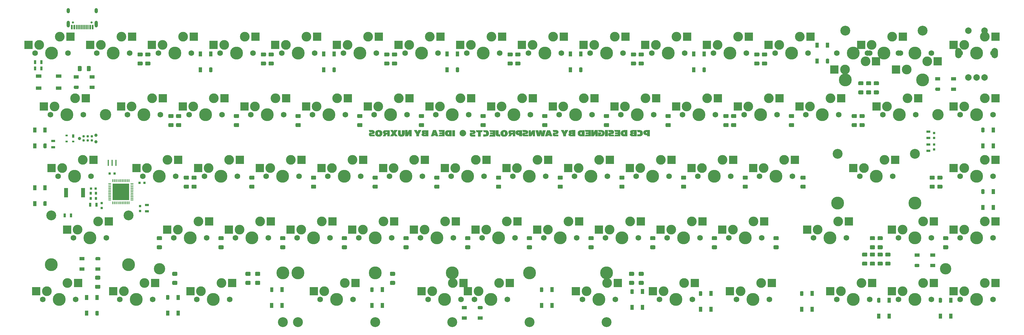
<source format=gbr>
G04 #@! TF.GenerationSoftware,KiCad,Pcbnew,(5.1.11)-1*
G04 #@! TF.CreationDate,2022-07-27T22:25:24+07:00*
G04 #@! TF.ProjectId,averange65 - Copy,61766572-616e-4676-9536-35202d20436f,rev?*
G04 #@! TF.SameCoordinates,Original*
G04 #@! TF.FileFunction,Soldermask,Bot*
G04 #@! TF.FilePolarity,Negative*
%FSLAX46Y46*%
G04 Gerber Fmt 4.6, Leading zero omitted, Abs format (unit mm)*
G04 Created by KiCad (PCBNEW (5.1.11)-1) date 2022-07-27 22:25:24*
%MOMM*%
%LPD*%
G01*
G04 APERTURE LIST*
%ADD10C,0.010000*%
%ADD11R,2.550000X2.500000*%
%ADD12C,1.750000*%
%ADD13C,3.000000*%
%ADD14C,3.987800*%
%ADD15R,1.000000X1.500000*%
%ADD16R,1.500000X1.000000*%
%ADD17R,1.800000X1.100000*%
%ADD18C,3.048000*%
%ADD19R,0.700000X1.000000*%
%ADD20R,0.700000X0.600000*%
%ADD21R,0.700000X1.300000*%
%ADD22R,1.300000X0.700000*%
%ADD23R,0.800000X0.950000*%
%ADD24R,0.800000X0.750000*%
%ADD25R,0.750000X0.800000*%
%ADD26R,0.600000X1.450000*%
%ADD27R,0.300000X1.450000*%
%ADD28C,0.650000*%
%ADD29O,1.000000X2.100000*%
%ADD30O,1.000000X1.600000*%
%ADD31R,1.190000X3.000000*%
%ADD32C,2.000000*%
%ADD33O,2.000000X3.200000*%
%ADD34C,0.787400*%
%ADD35C,0.990600*%
%ADD36R,5.150000X5.150000*%
%ADD37C,3.500000*%
%ADD38R,0.400000X1.900000*%
G04 APERTURE END LIST*
D10*
G36*
X149109348Y-71737112D02*
G01*
X149061014Y-71738142D01*
X149016265Y-71739736D01*
X148976724Y-71741892D01*
X148944012Y-71744611D01*
X148934406Y-71745704D01*
X148833286Y-71761271D01*
X148739621Y-71781948D01*
X148652827Y-71807966D01*
X148572316Y-71839555D01*
X148497501Y-71876946D01*
X148427798Y-71920369D01*
X148362618Y-71970055D01*
X148362085Y-71970502D01*
X148303790Y-72025563D01*
X148251865Y-72087506D01*
X148206346Y-72156258D01*
X148167270Y-72231746D01*
X148134671Y-72313897D01*
X148108584Y-72402639D01*
X148089046Y-72497899D01*
X148082275Y-72543829D01*
X148079731Y-72570616D01*
X148077936Y-72604737D01*
X148076876Y-72644151D01*
X148076536Y-72686816D01*
X148076900Y-72730690D01*
X148077953Y-72773731D01*
X148079679Y-72813896D01*
X148082064Y-72849146D01*
X148084762Y-72874994D01*
X148101372Y-72972422D01*
X148124842Y-73063530D01*
X148155238Y-73148503D01*
X148192625Y-73227529D01*
X148232247Y-73293633D01*
X148255598Y-73325543D01*
X148284593Y-73360262D01*
X148317009Y-73395442D01*
X148350621Y-73428734D01*
X148383204Y-73457791D01*
X148401568Y-73472390D01*
X148464573Y-73515572D01*
X148531134Y-73552985D01*
X148602202Y-73584994D01*
X148678729Y-73611967D01*
X148761665Y-73634270D01*
X148851961Y-73652268D01*
X148880314Y-73656835D01*
X148903764Y-73660305D01*
X148924887Y-73663082D01*
X148945236Y-73665256D01*
X148966363Y-73666917D01*
X148989821Y-73668156D01*
X149017163Y-73669062D01*
X149049941Y-73669727D01*
X149089707Y-73670239D01*
X149115499Y-73670491D01*
X149155812Y-73670714D01*
X149195744Y-73670668D01*
X149233628Y-73670374D01*
X149267796Y-73669854D01*
X149296579Y-73669129D01*
X149318311Y-73668220D01*
X149324814Y-73667798D01*
X149433621Y-73656023D01*
X149535903Y-73637749D01*
X149631603Y-73613007D01*
X149720662Y-73581829D01*
X149803022Y-73544247D01*
X149878624Y-73500294D01*
X149947409Y-73450000D01*
X150009320Y-73393399D01*
X150064297Y-73330522D01*
X150112283Y-73261401D01*
X150132896Y-73225866D01*
X150167660Y-73153229D01*
X150196357Y-73074531D01*
X150218967Y-72990914D01*
X150235471Y-72903523D01*
X150245851Y-72813501D01*
X150250088Y-72721992D01*
X150249363Y-72687426D01*
X149439497Y-72687426D01*
X149438794Y-72748599D01*
X149435891Y-72808327D01*
X149430803Y-72863964D01*
X149425967Y-72898959D01*
X149412171Y-72964764D01*
X149393432Y-73022572D01*
X149369743Y-73072392D01*
X149341095Y-73114233D01*
X149307484Y-73148106D01*
X149268903Y-73174020D01*
X149228388Y-73191039D01*
X149208546Y-73195019D01*
X149182935Y-73196916D01*
X149154956Y-73196741D01*
X149128010Y-73194507D01*
X149107001Y-73190627D01*
X149062428Y-73174411D01*
X149022887Y-73150284D01*
X148988369Y-73118236D01*
X148958865Y-73078254D01*
X148934368Y-73030327D01*
X148914868Y-72974443D01*
X148900357Y-72910591D01*
X148899560Y-72906014D01*
X148893298Y-72860555D01*
X148888706Y-72808638D01*
X148885906Y-72753085D01*
X148885019Y-72696717D01*
X148886166Y-72642357D01*
X148887275Y-72620947D01*
X148892694Y-72554874D01*
X148900374Y-72496954D01*
X148910585Y-72446145D01*
X148923597Y-72401406D01*
X148939680Y-72361696D01*
X148959104Y-72325971D01*
X148966826Y-72314093D01*
X148996671Y-72277844D01*
X149032427Y-72248651D01*
X149064012Y-72230759D01*
X149105935Y-72215595D01*
X149149194Y-72209242D01*
X149192620Y-72211446D01*
X149235043Y-72221950D01*
X149275293Y-72240499D01*
X149312203Y-72266836D01*
X149335831Y-72290226D01*
X149358371Y-72320822D01*
X149379234Y-72359098D01*
X149397751Y-72403383D01*
X149413255Y-72452004D01*
X149425078Y-72503289D01*
X149428240Y-72521672D01*
X149434235Y-72571318D01*
X149437982Y-72627451D01*
X149439497Y-72687426D01*
X150249363Y-72687426D01*
X150248161Y-72630139D01*
X150240053Y-72539086D01*
X150225745Y-72449977D01*
X150205216Y-72363955D01*
X150178449Y-72282164D01*
X150149732Y-72214626D01*
X150123808Y-72164213D01*
X150096439Y-72119371D01*
X150065746Y-72077468D01*
X150029852Y-72035873D01*
X150000073Y-72004977D01*
X149948158Y-71956550D01*
X149896115Y-71915519D01*
X149841524Y-71880287D01*
X149781965Y-71849260D01*
X149729418Y-71826515D01*
X149650517Y-71798038D01*
X149568530Y-71774883D01*
X149481470Y-71756544D01*
X149411832Y-71745671D01*
X149383816Y-71742757D01*
X149348031Y-71740408D01*
X149306099Y-71738622D01*
X149259643Y-71737399D01*
X149210284Y-71736740D01*
X149159645Y-71736644D01*
X149109348Y-71737112D01*
G37*
X149109348Y-71737112D02*
X149061014Y-71738142D01*
X149016265Y-71739736D01*
X148976724Y-71741892D01*
X148944012Y-71744611D01*
X148934406Y-71745704D01*
X148833286Y-71761271D01*
X148739621Y-71781948D01*
X148652827Y-71807966D01*
X148572316Y-71839555D01*
X148497501Y-71876946D01*
X148427798Y-71920369D01*
X148362618Y-71970055D01*
X148362085Y-71970502D01*
X148303790Y-72025563D01*
X148251865Y-72087506D01*
X148206346Y-72156258D01*
X148167270Y-72231746D01*
X148134671Y-72313897D01*
X148108584Y-72402639D01*
X148089046Y-72497899D01*
X148082275Y-72543829D01*
X148079731Y-72570616D01*
X148077936Y-72604737D01*
X148076876Y-72644151D01*
X148076536Y-72686816D01*
X148076900Y-72730690D01*
X148077953Y-72773731D01*
X148079679Y-72813896D01*
X148082064Y-72849146D01*
X148084762Y-72874994D01*
X148101372Y-72972422D01*
X148124842Y-73063530D01*
X148155238Y-73148503D01*
X148192625Y-73227529D01*
X148232247Y-73293633D01*
X148255598Y-73325543D01*
X148284593Y-73360262D01*
X148317009Y-73395442D01*
X148350621Y-73428734D01*
X148383204Y-73457791D01*
X148401568Y-73472390D01*
X148464573Y-73515572D01*
X148531134Y-73552985D01*
X148602202Y-73584994D01*
X148678729Y-73611967D01*
X148761665Y-73634270D01*
X148851961Y-73652268D01*
X148880314Y-73656835D01*
X148903764Y-73660305D01*
X148924887Y-73663082D01*
X148945236Y-73665256D01*
X148966363Y-73666917D01*
X148989821Y-73668156D01*
X149017163Y-73669062D01*
X149049941Y-73669727D01*
X149089707Y-73670239D01*
X149115499Y-73670491D01*
X149155812Y-73670714D01*
X149195744Y-73670668D01*
X149233628Y-73670374D01*
X149267796Y-73669854D01*
X149296579Y-73669129D01*
X149318311Y-73668220D01*
X149324814Y-73667798D01*
X149433621Y-73656023D01*
X149535903Y-73637749D01*
X149631603Y-73613007D01*
X149720662Y-73581829D01*
X149803022Y-73544247D01*
X149878624Y-73500294D01*
X149947409Y-73450000D01*
X150009320Y-73393399D01*
X150064297Y-73330522D01*
X150112283Y-73261401D01*
X150132896Y-73225866D01*
X150167660Y-73153229D01*
X150196357Y-73074531D01*
X150218967Y-72990914D01*
X150235471Y-72903523D01*
X150245851Y-72813501D01*
X150250088Y-72721992D01*
X150249363Y-72687426D01*
X149439497Y-72687426D01*
X149438794Y-72748599D01*
X149435891Y-72808327D01*
X149430803Y-72863964D01*
X149425967Y-72898959D01*
X149412171Y-72964764D01*
X149393432Y-73022572D01*
X149369743Y-73072392D01*
X149341095Y-73114233D01*
X149307484Y-73148106D01*
X149268903Y-73174020D01*
X149228388Y-73191039D01*
X149208546Y-73195019D01*
X149182935Y-73196916D01*
X149154956Y-73196741D01*
X149128010Y-73194507D01*
X149107001Y-73190627D01*
X149062428Y-73174411D01*
X149022887Y-73150284D01*
X148988369Y-73118236D01*
X148958865Y-73078254D01*
X148934368Y-73030327D01*
X148914868Y-72974443D01*
X148900357Y-72910591D01*
X148899560Y-72906014D01*
X148893298Y-72860555D01*
X148888706Y-72808638D01*
X148885906Y-72753085D01*
X148885019Y-72696717D01*
X148886166Y-72642357D01*
X148887275Y-72620947D01*
X148892694Y-72554874D01*
X148900374Y-72496954D01*
X148910585Y-72446145D01*
X148923597Y-72401406D01*
X148939680Y-72361696D01*
X148959104Y-72325971D01*
X148966826Y-72314093D01*
X148996671Y-72277844D01*
X149032427Y-72248651D01*
X149064012Y-72230759D01*
X149105935Y-72215595D01*
X149149194Y-72209242D01*
X149192620Y-72211446D01*
X149235043Y-72221950D01*
X149275293Y-72240499D01*
X149312203Y-72266836D01*
X149335831Y-72290226D01*
X149358371Y-72320822D01*
X149379234Y-72359098D01*
X149397751Y-72403383D01*
X149413255Y-72452004D01*
X149425078Y-72503289D01*
X149428240Y-72521672D01*
X149434235Y-72571318D01*
X149437982Y-72627451D01*
X149439497Y-72687426D01*
X150249363Y-72687426D01*
X150248161Y-72630139D01*
X150240053Y-72539086D01*
X150225745Y-72449977D01*
X150205216Y-72363955D01*
X150178449Y-72282164D01*
X150149732Y-72214626D01*
X150123808Y-72164213D01*
X150096439Y-72119371D01*
X150065746Y-72077468D01*
X150029852Y-72035873D01*
X150000073Y-72004977D01*
X149948158Y-71956550D01*
X149896115Y-71915519D01*
X149841524Y-71880287D01*
X149781965Y-71849260D01*
X149729418Y-71826515D01*
X149650517Y-71798038D01*
X149568530Y-71774883D01*
X149481470Y-71756544D01*
X149411832Y-71745671D01*
X149383816Y-71742757D01*
X149348031Y-71740408D01*
X149306099Y-71738622D01*
X149259643Y-71737399D01*
X149210284Y-71736740D01*
X149159645Y-71736644D01*
X149109348Y-71737112D01*
G36*
X110383661Y-71728141D02*
G01*
X110340927Y-71728857D01*
X110301878Y-71729952D01*
X110268152Y-71731427D01*
X110241382Y-71733280D01*
X110234684Y-71733939D01*
X110146782Y-71745311D01*
X110066387Y-71759756D01*
X109991985Y-71777679D01*
X109922063Y-71799489D01*
X109855104Y-71825591D01*
X109801943Y-71850188D01*
X109725409Y-71892693D01*
X109656048Y-71940943D01*
X109593766Y-71995075D01*
X109538469Y-72055227D01*
X109490063Y-72121537D01*
X109448452Y-72194144D01*
X109413544Y-72273186D01*
X109385244Y-72358800D01*
X109363457Y-72451125D01*
X109354049Y-72505925D01*
X109351259Y-72530529D01*
X109349000Y-72562516D01*
X109347286Y-72600049D01*
X109346126Y-72641287D01*
X109345533Y-72684394D01*
X109345517Y-72727530D01*
X109346091Y-72768857D01*
X109347266Y-72806536D01*
X109349053Y-72838730D01*
X109351464Y-72863600D01*
X109351800Y-72866033D01*
X109360682Y-72920416D01*
X109371438Y-72974247D01*
X109383441Y-73024672D01*
X109396061Y-73068842D01*
X109397395Y-73072996D01*
X109410077Y-73107837D01*
X109426476Y-73146611D01*
X109445413Y-73186968D01*
X109465709Y-73226557D01*
X109486185Y-73263029D01*
X109505662Y-73294033D01*
X109514646Y-73306735D01*
X109568306Y-73371581D01*
X109627764Y-73429736D01*
X109693212Y-73481296D01*
X109764840Y-73526358D01*
X109842840Y-73565017D01*
X109927401Y-73597370D01*
X110018715Y-73623513D01*
X110116973Y-73643542D01*
X110207434Y-73655979D01*
X110229295Y-73657777D01*
X110258865Y-73659332D01*
X110294449Y-73660625D01*
X110334352Y-73661637D01*
X110376878Y-73662352D01*
X110420332Y-73662749D01*
X110463019Y-73662810D01*
X110503244Y-73662518D01*
X110539310Y-73661853D01*
X110569524Y-73660798D01*
X110582758Y-73660062D01*
X110687651Y-73649726D01*
X110787298Y-73632986D01*
X110881385Y-73609978D01*
X110969597Y-73580835D01*
X111051619Y-73545691D01*
X111127137Y-73504680D01*
X111195835Y-73457935D01*
X111257400Y-73405591D01*
X111308665Y-73351189D01*
X111358115Y-73286098D01*
X111400720Y-73216140D01*
X111436705Y-73140787D01*
X111466293Y-73059515D01*
X111489707Y-72971795D01*
X111505639Y-72887199D01*
X111509024Y-72858480D01*
X111511617Y-72822314D01*
X111513418Y-72780630D01*
X111514431Y-72735355D01*
X111514655Y-72688418D01*
X111514419Y-72668739D01*
X110705202Y-72668739D01*
X110705074Y-72711842D01*
X110704301Y-72754648D01*
X110702897Y-72795222D01*
X110700877Y-72831630D01*
X110698257Y-72861936D01*
X110696229Y-72877509D01*
X110682736Y-72944791D01*
X110664693Y-73004011D01*
X110642125Y-73055122D01*
X110615060Y-73098078D01*
X110583522Y-73132831D01*
X110547537Y-73159334D01*
X110539189Y-73163967D01*
X110496890Y-73181499D01*
X110453914Y-73189819D01*
X110409641Y-73188979D01*
X110363449Y-73179031D01*
X110362627Y-73178778D01*
X110320012Y-73160820D01*
X110282120Y-73134748D01*
X110248975Y-73100597D01*
X110220598Y-73058401D01*
X110197011Y-73008194D01*
X110178236Y-72950010D01*
X110164294Y-72883883D01*
X110161222Y-72863681D01*
X110158984Y-72841694D01*
X110157225Y-72812302D01*
X110155946Y-72777358D01*
X110155151Y-72738718D01*
X110154842Y-72698235D01*
X110155021Y-72657765D01*
X110155690Y-72619161D01*
X110156852Y-72584278D01*
X110158508Y-72554971D01*
X110160662Y-72533093D01*
X110160805Y-72532070D01*
X110172982Y-72464275D01*
X110188969Y-72404842D01*
X110208914Y-72353468D01*
X110232966Y-72309848D01*
X110261272Y-72273679D01*
X110293982Y-72244659D01*
X110304770Y-72237240D01*
X110345031Y-72216511D01*
X110387310Y-72204429D01*
X110430458Y-72200780D01*
X110473330Y-72205352D01*
X110514778Y-72217931D01*
X110553656Y-72238305D01*
X110588817Y-72266261D01*
X110614043Y-72294657D01*
X110639440Y-72334589D01*
X110661354Y-72382532D01*
X110679484Y-72437646D01*
X110693529Y-72499090D01*
X110698947Y-72532070D01*
X110701556Y-72557006D01*
X110703458Y-72589386D01*
X110704668Y-72627276D01*
X110705202Y-72668739D01*
X111514419Y-72668739D01*
X111514094Y-72641745D01*
X111512748Y-72597265D01*
X111510619Y-72556905D01*
X111507710Y-72522593D01*
X111505309Y-72503848D01*
X111487119Y-72409288D01*
X111462659Y-72320783D01*
X111432060Y-72238693D01*
X111395454Y-72163382D01*
X111362104Y-72108514D01*
X111312502Y-72042487D01*
X111256306Y-71982743D01*
X111193427Y-71929237D01*
X111123774Y-71881921D01*
X111047259Y-71840749D01*
X110963792Y-71805672D01*
X110873283Y-71776645D01*
X110775642Y-71753621D01*
X110670782Y-71736551D01*
X110648610Y-71733809D01*
X110625873Y-71731852D01*
X110595373Y-71730278D01*
X110558744Y-71729087D01*
X110517623Y-71728279D01*
X110473645Y-71727852D01*
X110428446Y-71727806D01*
X110383661Y-71728141D01*
G37*
X110383661Y-71728141D02*
X110340927Y-71728857D01*
X110301878Y-71729952D01*
X110268152Y-71731427D01*
X110241382Y-71733280D01*
X110234684Y-71733939D01*
X110146782Y-71745311D01*
X110066387Y-71759756D01*
X109991985Y-71777679D01*
X109922063Y-71799489D01*
X109855104Y-71825591D01*
X109801943Y-71850188D01*
X109725409Y-71892693D01*
X109656048Y-71940943D01*
X109593766Y-71995075D01*
X109538469Y-72055227D01*
X109490063Y-72121537D01*
X109448452Y-72194144D01*
X109413544Y-72273186D01*
X109385244Y-72358800D01*
X109363457Y-72451125D01*
X109354049Y-72505925D01*
X109351259Y-72530529D01*
X109349000Y-72562516D01*
X109347286Y-72600049D01*
X109346126Y-72641287D01*
X109345533Y-72684394D01*
X109345517Y-72727530D01*
X109346091Y-72768857D01*
X109347266Y-72806536D01*
X109349053Y-72838730D01*
X109351464Y-72863600D01*
X109351800Y-72866033D01*
X109360682Y-72920416D01*
X109371438Y-72974247D01*
X109383441Y-73024672D01*
X109396061Y-73068842D01*
X109397395Y-73072996D01*
X109410077Y-73107837D01*
X109426476Y-73146611D01*
X109445413Y-73186968D01*
X109465709Y-73226557D01*
X109486185Y-73263029D01*
X109505662Y-73294033D01*
X109514646Y-73306735D01*
X109568306Y-73371581D01*
X109627764Y-73429736D01*
X109693212Y-73481296D01*
X109764840Y-73526358D01*
X109842840Y-73565017D01*
X109927401Y-73597370D01*
X110018715Y-73623513D01*
X110116973Y-73643542D01*
X110207434Y-73655979D01*
X110229295Y-73657777D01*
X110258865Y-73659332D01*
X110294449Y-73660625D01*
X110334352Y-73661637D01*
X110376878Y-73662352D01*
X110420332Y-73662749D01*
X110463019Y-73662810D01*
X110503244Y-73662518D01*
X110539310Y-73661853D01*
X110569524Y-73660798D01*
X110582758Y-73660062D01*
X110687651Y-73649726D01*
X110787298Y-73632986D01*
X110881385Y-73609978D01*
X110969597Y-73580835D01*
X111051619Y-73545691D01*
X111127137Y-73504680D01*
X111195835Y-73457935D01*
X111257400Y-73405591D01*
X111308665Y-73351189D01*
X111358115Y-73286098D01*
X111400720Y-73216140D01*
X111436705Y-73140787D01*
X111466293Y-73059515D01*
X111489707Y-72971795D01*
X111505639Y-72887199D01*
X111509024Y-72858480D01*
X111511617Y-72822314D01*
X111513418Y-72780630D01*
X111514431Y-72735355D01*
X111514655Y-72688418D01*
X111514419Y-72668739D01*
X110705202Y-72668739D01*
X110705074Y-72711842D01*
X110704301Y-72754648D01*
X110702897Y-72795222D01*
X110700877Y-72831630D01*
X110698257Y-72861936D01*
X110696229Y-72877509D01*
X110682736Y-72944791D01*
X110664693Y-73004011D01*
X110642125Y-73055122D01*
X110615060Y-73098078D01*
X110583522Y-73132831D01*
X110547537Y-73159334D01*
X110539189Y-73163967D01*
X110496890Y-73181499D01*
X110453914Y-73189819D01*
X110409641Y-73188979D01*
X110363449Y-73179031D01*
X110362627Y-73178778D01*
X110320012Y-73160820D01*
X110282120Y-73134748D01*
X110248975Y-73100597D01*
X110220598Y-73058401D01*
X110197011Y-73008194D01*
X110178236Y-72950010D01*
X110164294Y-72883883D01*
X110161222Y-72863681D01*
X110158984Y-72841694D01*
X110157225Y-72812302D01*
X110155946Y-72777358D01*
X110155151Y-72738718D01*
X110154842Y-72698235D01*
X110155021Y-72657765D01*
X110155690Y-72619161D01*
X110156852Y-72584278D01*
X110158508Y-72554971D01*
X110160662Y-72533093D01*
X110160805Y-72532070D01*
X110172982Y-72464275D01*
X110188969Y-72404842D01*
X110208914Y-72353468D01*
X110232966Y-72309848D01*
X110261272Y-72273679D01*
X110293982Y-72244659D01*
X110304770Y-72237240D01*
X110345031Y-72216511D01*
X110387310Y-72204429D01*
X110430458Y-72200780D01*
X110473330Y-72205352D01*
X110514778Y-72217931D01*
X110553656Y-72238305D01*
X110588817Y-72266261D01*
X110614043Y-72294657D01*
X110639440Y-72334589D01*
X110661354Y-72382532D01*
X110679484Y-72437646D01*
X110693529Y-72499090D01*
X110698947Y-72532070D01*
X110701556Y-72557006D01*
X110703458Y-72589386D01*
X110704668Y-72627276D01*
X110705202Y-72668739D01*
X111514419Y-72668739D01*
X111514094Y-72641745D01*
X111512748Y-72597265D01*
X111510619Y-72556905D01*
X111507710Y-72522593D01*
X111505309Y-72503848D01*
X111487119Y-72409288D01*
X111462659Y-72320783D01*
X111432060Y-72238693D01*
X111395454Y-72163382D01*
X111362104Y-72108514D01*
X111312502Y-72042487D01*
X111256306Y-71982743D01*
X111193427Y-71929237D01*
X111123774Y-71881921D01*
X111047259Y-71840749D01*
X110963792Y-71805672D01*
X110873283Y-71776645D01*
X110775642Y-71753621D01*
X110670782Y-71736551D01*
X110648610Y-71733809D01*
X110625873Y-71731852D01*
X110595373Y-71730278D01*
X110558744Y-71729087D01*
X110517623Y-71728279D01*
X110473645Y-71727852D01*
X110428446Y-71727806D01*
X110383661Y-71728141D01*
G36*
X117620540Y-72309820D02*
G01*
X117620195Y-72399225D01*
X117619844Y-72479755D01*
X117619472Y-72551944D01*
X117619062Y-72616323D01*
X117618600Y-72673427D01*
X117618068Y-72723787D01*
X117617453Y-72767936D01*
X117616737Y-72806407D01*
X117615907Y-72839733D01*
X117614945Y-72868446D01*
X117613836Y-72893080D01*
X117612565Y-72914167D01*
X117611116Y-72932240D01*
X117609473Y-72947832D01*
X117607621Y-72961475D01*
X117605545Y-72973702D01*
X117603227Y-72985047D01*
X117600654Y-72996041D01*
X117600375Y-72997171D01*
X117586699Y-73037853D01*
X117567752Y-73071516D01*
X117543859Y-73097727D01*
X117515343Y-73116056D01*
X117509153Y-73118722D01*
X117497380Y-73122950D01*
X117485532Y-73125879D01*
X117471512Y-73127742D01*
X117453223Y-73128774D01*
X117428568Y-73129211D01*
X117414888Y-73129275D01*
X117378944Y-73128738D01*
X117350552Y-73126640D01*
X117327924Y-73122544D01*
X117309272Y-73116014D01*
X117292808Y-73106612D01*
X117279340Y-73096159D01*
X117262593Y-73078537D01*
X117248598Y-73056281D01*
X117237108Y-73028555D01*
X117227875Y-72994524D01*
X117220652Y-72953354D01*
X117215194Y-72904209D01*
X117212674Y-72870736D01*
X117212062Y-72856528D01*
X117211473Y-72833619D01*
X117210911Y-72802717D01*
X117210383Y-72764528D01*
X117209894Y-72719761D01*
X117209449Y-72669121D01*
X117209054Y-72613317D01*
X117208715Y-72553054D01*
X117208437Y-72489041D01*
X117208225Y-72421984D01*
X117208085Y-72352590D01*
X117208023Y-72281567D01*
X117208022Y-72274542D01*
X117207925Y-71748903D01*
X116417337Y-71748903D01*
X116419097Y-72356857D01*
X116419354Y-72446220D01*
X116419591Y-72526717D01*
X116419827Y-72598889D01*
X116420081Y-72663275D01*
X116420370Y-72720417D01*
X116420712Y-72770857D01*
X116421127Y-72815133D01*
X116421631Y-72853788D01*
X116422244Y-72887362D01*
X116422984Y-72916396D01*
X116423868Y-72941431D01*
X116424916Y-72963008D01*
X116426145Y-72981667D01*
X116427573Y-72997949D01*
X116429219Y-73012395D01*
X116431101Y-73025546D01*
X116433237Y-73037942D01*
X116435646Y-73050126D01*
X116438345Y-73062636D01*
X116441354Y-73076014D01*
X116443688Y-73086343D01*
X116465031Y-73164196D01*
X116492701Y-73235873D01*
X116526846Y-73301484D01*
X116567614Y-73361138D01*
X116615153Y-73414945D01*
X116669610Y-73463014D01*
X116731134Y-73505455D01*
X116799871Y-73542378D01*
X116875971Y-73573891D01*
X116959581Y-73600105D01*
X117050848Y-73621129D01*
X117149921Y-73637073D01*
X117193814Y-73642272D01*
X117224228Y-73644884D01*
X117262067Y-73647132D01*
X117305356Y-73648980D01*
X117352118Y-73650396D01*
X117400377Y-73651343D01*
X117448156Y-73651789D01*
X117493480Y-73651698D01*
X117534372Y-73651036D01*
X117568857Y-73649768D01*
X117581305Y-73649022D01*
X117683438Y-73639454D01*
X117777541Y-73625436D01*
X117863935Y-73606855D01*
X117942939Y-73583595D01*
X118014874Y-73555545D01*
X118080058Y-73522589D01*
X118138811Y-73484614D01*
X118191453Y-73441505D01*
X118207810Y-73425865D01*
X118254247Y-73374604D01*
X118293763Y-73319672D01*
X118326981Y-73259935D01*
X118354521Y-73194259D01*
X118377006Y-73121508D01*
X118379179Y-73113097D01*
X118383674Y-73094379D01*
X118387750Y-73075018D01*
X118391425Y-73054499D01*
X118394721Y-73032306D01*
X118397655Y-73007923D01*
X118400250Y-72980835D01*
X118402523Y-72950524D01*
X118404496Y-72916475D01*
X118406187Y-72878173D01*
X118407617Y-72835101D01*
X118408806Y-72786743D01*
X118409772Y-72732584D01*
X118410537Y-72672108D01*
X118411120Y-72604798D01*
X118411541Y-72530140D01*
X118411819Y-72447616D01*
X118411975Y-72356711D01*
X118412028Y-72258079D01*
X118412073Y-71748903D01*
X117622609Y-71748903D01*
X117620540Y-72309820D01*
G37*
X117620540Y-72309820D02*
X117620195Y-72399225D01*
X117619844Y-72479755D01*
X117619472Y-72551944D01*
X117619062Y-72616323D01*
X117618600Y-72673427D01*
X117618068Y-72723787D01*
X117617453Y-72767936D01*
X117616737Y-72806407D01*
X117615907Y-72839733D01*
X117614945Y-72868446D01*
X117613836Y-72893080D01*
X117612565Y-72914167D01*
X117611116Y-72932240D01*
X117609473Y-72947832D01*
X117607621Y-72961475D01*
X117605545Y-72973702D01*
X117603227Y-72985047D01*
X117600654Y-72996041D01*
X117600375Y-72997171D01*
X117586699Y-73037853D01*
X117567752Y-73071516D01*
X117543859Y-73097727D01*
X117515343Y-73116056D01*
X117509153Y-73118722D01*
X117497380Y-73122950D01*
X117485532Y-73125879D01*
X117471512Y-73127742D01*
X117453223Y-73128774D01*
X117428568Y-73129211D01*
X117414888Y-73129275D01*
X117378944Y-73128738D01*
X117350552Y-73126640D01*
X117327924Y-73122544D01*
X117309272Y-73116014D01*
X117292808Y-73106612D01*
X117279340Y-73096159D01*
X117262593Y-73078537D01*
X117248598Y-73056281D01*
X117237108Y-73028555D01*
X117227875Y-72994524D01*
X117220652Y-72953354D01*
X117215194Y-72904209D01*
X117212674Y-72870736D01*
X117212062Y-72856528D01*
X117211473Y-72833619D01*
X117210911Y-72802717D01*
X117210383Y-72764528D01*
X117209894Y-72719761D01*
X117209449Y-72669121D01*
X117209054Y-72613317D01*
X117208715Y-72553054D01*
X117208437Y-72489041D01*
X117208225Y-72421984D01*
X117208085Y-72352590D01*
X117208023Y-72281567D01*
X117208022Y-72274542D01*
X117207925Y-71748903D01*
X116417337Y-71748903D01*
X116419097Y-72356857D01*
X116419354Y-72446220D01*
X116419591Y-72526717D01*
X116419827Y-72598889D01*
X116420081Y-72663275D01*
X116420370Y-72720417D01*
X116420712Y-72770857D01*
X116421127Y-72815133D01*
X116421631Y-72853788D01*
X116422244Y-72887362D01*
X116422984Y-72916396D01*
X116423868Y-72941431D01*
X116424916Y-72963008D01*
X116426145Y-72981667D01*
X116427573Y-72997949D01*
X116429219Y-73012395D01*
X116431101Y-73025546D01*
X116433237Y-73037942D01*
X116435646Y-73050126D01*
X116438345Y-73062636D01*
X116441354Y-73076014D01*
X116443688Y-73086343D01*
X116465031Y-73164196D01*
X116492701Y-73235873D01*
X116526846Y-73301484D01*
X116567614Y-73361138D01*
X116615153Y-73414945D01*
X116669610Y-73463014D01*
X116731134Y-73505455D01*
X116799871Y-73542378D01*
X116875971Y-73573891D01*
X116959581Y-73600105D01*
X117050848Y-73621129D01*
X117149921Y-73637073D01*
X117193814Y-73642272D01*
X117224228Y-73644884D01*
X117262067Y-73647132D01*
X117305356Y-73648980D01*
X117352118Y-73650396D01*
X117400377Y-73651343D01*
X117448156Y-73651789D01*
X117493480Y-73651698D01*
X117534372Y-73651036D01*
X117568857Y-73649768D01*
X117581305Y-73649022D01*
X117683438Y-73639454D01*
X117777541Y-73625436D01*
X117863935Y-73606855D01*
X117942939Y-73583595D01*
X118014874Y-73555545D01*
X118080058Y-73522589D01*
X118138811Y-73484614D01*
X118191453Y-73441505D01*
X118207810Y-73425865D01*
X118254247Y-73374604D01*
X118293763Y-73319672D01*
X118326981Y-73259935D01*
X118354521Y-73194259D01*
X118377006Y-73121508D01*
X118379179Y-73113097D01*
X118383674Y-73094379D01*
X118387750Y-73075018D01*
X118391425Y-73054499D01*
X118394721Y-73032306D01*
X118397655Y-73007923D01*
X118400250Y-72980835D01*
X118402523Y-72950524D01*
X118404496Y-72916475D01*
X118406187Y-72878173D01*
X118407617Y-72835101D01*
X118408806Y-72786743D01*
X118409772Y-72732584D01*
X118410537Y-72672108D01*
X118411120Y-72604798D01*
X118411541Y-72530140D01*
X118411819Y-72447616D01*
X118411975Y-72356711D01*
X118412028Y-72258079D01*
X118412073Y-71748903D01*
X117622609Y-71748903D01*
X117620540Y-72309820D01*
G36*
X139410417Y-71749117D02*
G01*
X139338626Y-71749292D01*
X139258603Y-71749633D01*
X139170083Y-71750141D01*
X139072797Y-71750814D01*
X138966479Y-71751651D01*
X138921806Y-71752029D01*
X138558854Y-71755148D01*
X138563342Y-71767312D01*
X138565870Y-71773842D01*
X138571543Y-71788290D01*
X138580034Y-71809835D01*
X138591019Y-71837650D01*
X138604171Y-71870913D01*
X138619165Y-71908799D01*
X138635675Y-71950483D01*
X138653375Y-71995143D01*
X138667177Y-72029949D01*
X138766524Y-72280422D01*
X139139400Y-72280422D01*
X139218531Y-72280481D01*
X139288360Y-72280661D01*
X139348989Y-72280961D01*
X139400522Y-72281385D01*
X139443063Y-72281932D01*
X139476715Y-72282605D01*
X139501582Y-72283404D01*
X139517768Y-72284332D01*
X139525376Y-72285389D01*
X139525517Y-72285439D01*
X139543981Y-72295850D01*
X139557930Y-72311827D01*
X139567693Y-72334166D01*
X139573598Y-72363661D01*
X139575977Y-72401107D01*
X139576049Y-72407422D01*
X139574741Y-72442407D01*
X139569941Y-72469641D01*
X139561020Y-72490330D01*
X139547354Y-72505683D01*
X139528313Y-72516907D01*
X139516993Y-72521213D01*
X139508018Y-72522618D01*
X139489797Y-72523966D01*
X139462493Y-72525253D01*
X139426267Y-72526473D01*
X139381279Y-72527621D01*
X139327693Y-72528692D01*
X139265669Y-72529681D01*
X139249480Y-72529906D01*
X139187626Y-72530804D01*
X139134243Y-72531756D01*
X139088395Y-72532849D01*
X139049147Y-72534172D01*
X139015563Y-72535812D01*
X138986706Y-72537857D01*
X138961640Y-72540394D01*
X138939431Y-72543512D01*
X138919140Y-72547298D01*
X138899834Y-72551839D01*
X138880575Y-72557224D01*
X138860428Y-72563541D01*
X138848479Y-72567494D01*
X138798570Y-72586399D01*
X138755963Y-72607566D01*
X138718613Y-72632189D01*
X138684474Y-72661462D01*
X138679867Y-72665968D01*
X138644180Y-72705991D01*
X138615418Y-72748849D01*
X138592878Y-72795983D01*
X138575855Y-72848831D01*
X138564890Y-72901149D01*
X138560581Y-72937777D01*
X138558467Y-72980915D01*
X138558464Y-73027943D01*
X138560488Y-73076243D01*
X138564455Y-73123198D01*
X138570281Y-73166187D01*
X138574040Y-73186211D01*
X138591116Y-73254724D01*
X138612116Y-73317113D01*
X138636681Y-73372471D01*
X138664452Y-73419887D01*
X138668762Y-73426105D01*
X138702360Y-73466219D01*
X138743509Y-73503367D01*
X138790576Y-73536627D01*
X138841929Y-73565077D01*
X138895936Y-73587795D01*
X138950965Y-73603860D01*
X138997198Y-73611583D01*
X139016285Y-73613459D01*
X139031569Y-73614708D01*
X139040834Y-73615160D01*
X139042517Y-73615034D01*
X139047424Y-73614891D01*
X139061176Y-73614735D01*
X139083214Y-73614568D01*
X139112975Y-73614392D01*
X139149900Y-73614210D01*
X139193426Y-73614022D01*
X139242992Y-73613833D01*
X139298038Y-73613642D01*
X139358002Y-73613454D01*
X139422323Y-73613270D01*
X139490439Y-73613091D01*
X139561790Y-73612921D01*
X139635815Y-73612761D01*
X139643458Y-73612746D01*
X140242048Y-73611534D01*
X140239610Y-73134144D01*
X139317684Y-73129440D01*
X139290146Y-73119040D01*
X139258971Y-73104583D01*
X139236218Y-73087359D01*
X139221035Y-73066177D01*
X139212567Y-73039845D01*
X139209963Y-73007170D01*
X139209963Y-73006975D01*
X139212549Y-72973057D01*
X139220636Y-72946102D01*
X139234941Y-72924974D01*
X139256178Y-72908536D01*
X139278568Y-72898027D01*
X139284166Y-72896259D01*
X139291580Y-72894735D01*
X139301600Y-72893421D01*
X139315017Y-72892284D01*
X139332620Y-72891292D01*
X139355201Y-72890411D01*
X139383549Y-72889608D01*
X139418456Y-72888851D01*
X139460712Y-72888106D01*
X139511107Y-72887340D01*
X139545814Y-72886853D01*
X139606075Y-72885980D01*
X139657874Y-72885082D01*
X139702154Y-72884080D01*
X139739861Y-72882892D01*
X139771937Y-72881438D01*
X139799329Y-72879637D01*
X139822980Y-72877409D01*
X139843835Y-72874672D01*
X139862838Y-72871347D01*
X139880934Y-72867351D01*
X139899066Y-72862605D01*
X139918180Y-72857028D01*
X139927275Y-72854250D01*
X139990684Y-72830300D01*
X140047614Y-72799597D01*
X140097944Y-72762257D01*
X140141551Y-72718398D01*
X140178313Y-72668137D01*
X140208108Y-72611591D01*
X140224846Y-72568056D01*
X140237130Y-72527742D01*
X140246183Y-72489515D01*
X140252374Y-72450809D01*
X140256072Y-72409057D01*
X140257646Y-72361692D01*
X140257763Y-72339218D01*
X140255139Y-72267626D01*
X140247209Y-72203014D01*
X140233568Y-72144333D01*
X140213812Y-72090532D01*
X140187535Y-72040561D01*
X140154331Y-71993370D01*
X140113795Y-71947909D01*
X140102429Y-71936653D01*
X140041562Y-71883705D01*
X139977458Y-71839538D01*
X139910198Y-71804192D01*
X139839866Y-71777705D01*
X139766544Y-71760118D01*
X139720528Y-71753791D01*
X139704957Y-71752611D01*
X139683294Y-71751603D01*
X139655273Y-71750765D01*
X139620624Y-71750097D01*
X139579082Y-71749600D01*
X139530378Y-71749271D01*
X139474245Y-71749110D01*
X139410417Y-71749117D01*
G37*
X139410417Y-71749117D02*
X139338626Y-71749292D01*
X139258603Y-71749633D01*
X139170083Y-71750141D01*
X139072797Y-71750814D01*
X138966479Y-71751651D01*
X138921806Y-71752029D01*
X138558854Y-71755148D01*
X138563342Y-71767312D01*
X138565870Y-71773842D01*
X138571543Y-71788290D01*
X138580034Y-71809835D01*
X138591019Y-71837650D01*
X138604171Y-71870913D01*
X138619165Y-71908799D01*
X138635675Y-71950483D01*
X138653375Y-71995143D01*
X138667177Y-72029949D01*
X138766524Y-72280422D01*
X139139400Y-72280422D01*
X139218531Y-72280481D01*
X139288360Y-72280661D01*
X139348989Y-72280961D01*
X139400522Y-72281385D01*
X139443063Y-72281932D01*
X139476715Y-72282605D01*
X139501582Y-72283404D01*
X139517768Y-72284332D01*
X139525376Y-72285389D01*
X139525517Y-72285439D01*
X139543981Y-72295850D01*
X139557930Y-72311827D01*
X139567693Y-72334166D01*
X139573598Y-72363661D01*
X139575977Y-72401107D01*
X139576049Y-72407422D01*
X139574741Y-72442407D01*
X139569941Y-72469641D01*
X139561020Y-72490330D01*
X139547354Y-72505683D01*
X139528313Y-72516907D01*
X139516993Y-72521213D01*
X139508018Y-72522618D01*
X139489797Y-72523966D01*
X139462493Y-72525253D01*
X139426267Y-72526473D01*
X139381279Y-72527621D01*
X139327693Y-72528692D01*
X139265669Y-72529681D01*
X139249480Y-72529906D01*
X139187626Y-72530804D01*
X139134243Y-72531756D01*
X139088395Y-72532849D01*
X139049147Y-72534172D01*
X139015563Y-72535812D01*
X138986706Y-72537857D01*
X138961640Y-72540394D01*
X138939431Y-72543512D01*
X138919140Y-72547298D01*
X138899834Y-72551839D01*
X138880575Y-72557224D01*
X138860428Y-72563541D01*
X138848479Y-72567494D01*
X138798570Y-72586399D01*
X138755963Y-72607566D01*
X138718613Y-72632189D01*
X138684474Y-72661462D01*
X138679867Y-72665968D01*
X138644180Y-72705991D01*
X138615418Y-72748849D01*
X138592878Y-72795983D01*
X138575855Y-72848831D01*
X138564890Y-72901149D01*
X138560581Y-72937777D01*
X138558467Y-72980915D01*
X138558464Y-73027943D01*
X138560488Y-73076243D01*
X138564455Y-73123198D01*
X138570281Y-73166187D01*
X138574040Y-73186211D01*
X138591116Y-73254724D01*
X138612116Y-73317113D01*
X138636681Y-73372471D01*
X138664452Y-73419887D01*
X138668762Y-73426105D01*
X138702360Y-73466219D01*
X138743509Y-73503367D01*
X138790576Y-73536627D01*
X138841929Y-73565077D01*
X138895936Y-73587795D01*
X138950965Y-73603860D01*
X138997198Y-73611583D01*
X139016285Y-73613459D01*
X139031569Y-73614708D01*
X139040834Y-73615160D01*
X139042517Y-73615034D01*
X139047424Y-73614891D01*
X139061176Y-73614735D01*
X139083214Y-73614568D01*
X139112975Y-73614392D01*
X139149900Y-73614210D01*
X139193426Y-73614022D01*
X139242992Y-73613833D01*
X139298038Y-73613642D01*
X139358002Y-73613454D01*
X139422323Y-73613270D01*
X139490439Y-73613091D01*
X139561790Y-73612921D01*
X139635815Y-73612761D01*
X139643458Y-73612746D01*
X140242048Y-73611534D01*
X140239610Y-73134144D01*
X139317684Y-73129440D01*
X139290146Y-73119040D01*
X139258971Y-73104583D01*
X139236218Y-73087359D01*
X139221035Y-73066177D01*
X139212567Y-73039845D01*
X139209963Y-73007170D01*
X139209963Y-73006975D01*
X139212549Y-72973057D01*
X139220636Y-72946102D01*
X139234941Y-72924974D01*
X139256178Y-72908536D01*
X139278568Y-72898027D01*
X139284166Y-72896259D01*
X139291580Y-72894735D01*
X139301600Y-72893421D01*
X139315017Y-72892284D01*
X139332620Y-72891292D01*
X139355201Y-72890411D01*
X139383549Y-72889608D01*
X139418456Y-72888851D01*
X139460712Y-72888106D01*
X139511107Y-72887340D01*
X139545814Y-72886853D01*
X139606075Y-72885980D01*
X139657874Y-72885082D01*
X139702154Y-72884080D01*
X139739861Y-72882892D01*
X139771937Y-72881438D01*
X139799329Y-72879637D01*
X139822980Y-72877409D01*
X139843835Y-72874672D01*
X139862838Y-72871347D01*
X139880934Y-72867351D01*
X139899066Y-72862605D01*
X139918180Y-72857028D01*
X139927275Y-72854250D01*
X139990684Y-72830300D01*
X140047614Y-72799597D01*
X140097944Y-72762257D01*
X140141551Y-72718398D01*
X140178313Y-72668137D01*
X140208108Y-72611591D01*
X140224846Y-72568056D01*
X140237130Y-72527742D01*
X140246183Y-72489515D01*
X140252374Y-72450809D01*
X140256072Y-72409057D01*
X140257646Y-72361692D01*
X140257763Y-72339218D01*
X140255139Y-72267626D01*
X140247209Y-72203014D01*
X140233568Y-72144333D01*
X140213812Y-72090532D01*
X140187535Y-72040561D01*
X140154331Y-71993370D01*
X140113795Y-71947909D01*
X140102429Y-71936653D01*
X140041562Y-71883705D01*
X139977458Y-71839538D01*
X139910198Y-71804192D01*
X139839866Y-71777705D01*
X139766544Y-71760118D01*
X139720528Y-71753791D01*
X139704957Y-71752611D01*
X139683294Y-71751603D01*
X139655273Y-71750765D01*
X139620624Y-71750097D01*
X139579082Y-71749600D01*
X139530378Y-71749271D01*
X139474245Y-71749110D01*
X139410417Y-71749117D01*
G36*
X146574418Y-72366264D02*
G01*
X146574672Y-72457708D01*
X146574914Y-72540280D01*
X146575166Y-72614516D01*
X146575449Y-72680953D01*
X146575786Y-72740126D01*
X146576198Y-72792570D01*
X146576709Y-72838822D01*
X146577339Y-72879417D01*
X146578112Y-72914892D01*
X146579049Y-72945782D01*
X146580171Y-72972623D01*
X146581503Y-72995950D01*
X146583065Y-73016300D01*
X146584879Y-73034208D01*
X146586968Y-73050211D01*
X146589354Y-73064844D01*
X146592059Y-73078642D01*
X146595105Y-73092143D01*
X146598514Y-73105881D01*
X146602308Y-73120392D01*
X146606111Y-73134713D01*
X146629059Y-73206657D01*
X146658075Y-73271893D01*
X146693398Y-73330640D01*
X146735264Y-73383115D01*
X146783911Y-73429537D01*
X146839575Y-73470125D01*
X146902494Y-73505097D01*
X146972906Y-73534671D01*
X147051046Y-73559065D01*
X147072859Y-73564636D01*
X147108755Y-73572981D01*
X147144171Y-73580240D01*
X147180071Y-73586495D01*
X147217419Y-73591825D01*
X147257178Y-73596310D01*
X147300311Y-73600031D01*
X147347783Y-73603067D01*
X147400556Y-73605498D01*
X147459595Y-73607405D01*
X147525863Y-73608868D01*
X147600323Y-73609967D01*
X147620897Y-73610200D01*
X147866665Y-73612841D01*
X147866665Y-73090337D01*
X147714971Y-73088168D01*
X147668496Y-73087392D01*
X147630396Y-73086483D01*
X147599640Y-73085389D01*
X147575194Y-73084055D01*
X147556027Y-73082426D01*
X147541107Y-73080448D01*
X147531128Y-73078484D01*
X147487603Y-73065238D01*
X147451748Y-73047224D01*
X147422685Y-73023605D01*
X147399538Y-72993546D01*
X147381430Y-72956209D01*
X147371580Y-72926355D01*
X147361181Y-72889551D01*
X147359762Y-72323931D01*
X147358342Y-71758310D01*
X146572720Y-71758310D01*
X146574418Y-72366264D01*
G37*
X146574418Y-72366264D02*
X146574672Y-72457708D01*
X146574914Y-72540280D01*
X146575166Y-72614516D01*
X146575449Y-72680953D01*
X146575786Y-72740126D01*
X146576198Y-72792570D01*
X146576709Y-72838822D01*
X146577339Y-72879417D01*
X146578112Y-72914892D01*
X146579049Y-72945782D01*
X146580171Y-72972623D01*
X146581503Y-72995950D01*
X146583065Y-73016300D01*
X146584879Y-73034208D01*
X146586968Y-73050211D01*
X146589354Y-73064844D01*
X146592059Y-73078642D01*
X146595105Y-73092143D01*
X146598514Y-73105881D01*
X146602308Y-73120392D01*
X146606111Y-73134713D01*
X146629059Y-73206657D01*
X146658075Y-73271893D01*
X146693398Y-73330640D01*
X146735264Y-73383115D01*
X146783911Y-73429537D01*
X146839575Y-73470125D01*
X146902494Y-73505097D01*
X146972906Y-73534671D01*
X147051046Y-73559065D01*
X147072859Y-73564636D01*
X147108755Y-73572981D01*
X147144171Y-73580240D01*
X147180071Y-73586495D01*
X147217419Y-73591825D01*
X147257178Y-73596310D01*
X147300311Y-73600031D01*
X147347783Y-73603067D01*
X147400556Y-73605498D01*
X147459595Y-73607405D01*
X147525863Y-73608868D01*
X147600323Y-73609967D01*
X147620897Y-73610200D01*
X147866665Y-73612841D01*
X147866665Y-73090337D01*
X147714971Y-73088168D01*
X147668496Y-73087392D01*
X147630396Y-73086483D01*
X147599640Y-73085389D01*
X147575194Y-73084055D01*
X147556027Y-73082426D01*
X147541107Y-73080448D01*
X147531128Y-73078484D01*
X147487603Y-73065238D01*
X147451748Y-73047224D01*
X147422685Y-73023605D01*
X147399538Y-72993546D01*
X147381430Y-72956209D01*
X147371580Y-72926355D01*
X147361181Y-72889551D01*
X147359762Y-72323931D01*
X147358342Y-71758310D01*
X146572720Y-71758310D01*
X146574418Y-72366264D01*
G36*
X145511454Y-71755422D02*
G01*
X145421768Y-71755774D01*
X145334622Y-71756132D01*
X145250480Y-71756493D01*
X145169806Y-71756854D01*
X145093065Y-71757213D01*
X145020721Y-71757568D01*
X144953239Y-71757915D01*
X144891082Y-71758252D01*
X144834716Y-71758577D01*
X144784605Y-71758887D01*
X144741213Y-71759180D01*
X144705004Y-71759452D01*
X144676444Y-71759701D01*
X144655996Y-71759925D01*
X144644125Y-71760121D01*
X144641117Y-71760254D01*
X144642514Y-71764781D01*
X144647081Y-71777232D01*
X144654503Y-71796794D01*
X144664464Y-71822655D01*
X144676650Y-71854000D01*
X144690743Y-71890017D01*
X144706430Y-71929891D01*
X144723395Y-71972811D01*
X144730880Y-71991688D01*
X144822139Y-72221625D01*
X145707665Y-72224025D01*
X145707665Y-72445051D01*
X144884517Y-72445051D01*
X144884517Y-72891903D01*
X145707665Y-72891903D01*
X145707665Y-73141199D01*
X144824053Y-73141199D01*
X144809953Y-73177653D01*
X144805240Y-73189726D01*
X144797491Y-73209439D01*
X144787141Y-73235692D01*
X144774625Y-73267382D01*
X144760380Y-73303406D01*
X144744841Y-73342663D01*
X144728443Y-73384050D01*
X144717889Y-73410666D01*
X144701802Y-73451269D01*
X144686836Y-73489136D01*
X144673337Y-73523381D01*
X144661652Y-73553119D01*
X144652130Y-73577464D01*
X144645116Y-73595531D01*
X144640960Y-73606435D01*
X144639925Y-73609398D01*
X144644551Y-73609622D01*
X144658122Y-73609839D01*
X144680175Y-73610050D01*
X144710245Y-73610251D01*
X144747872Y-73610442D01*
X144792590Y-73610623D01*
X144843938Y-73610791D01*
X144901453Y-73610946D01*
X144964671Y-73611087D01*
X145033130Y-73611212D01*
X145106366Y-73611320D01*
X145183916Y-73611410D01*
X145265319Y-73611482D01*
X145350109Y-73611533D01*
X145437825Y-73611562D01*
X145510110Y-73611570D01*
X146380295Y-73611570D01*
X146380295Y-71752086D01*
X145511454Y-71755422D01*
G37*
X145511454Y-71755422D02*
X145421768Y-71755774D01*
X145334622Y-71756132D01*
X145250480Y-71756493D01*
X145169806Y-71756854D01*
X145093065Y-71757213D01*
X145020721Y-71757568D01*
X144953239Y-71757915D01*
X144891082Y-71758252D01*
X144834716Y-71758577D01*
X144784605Y-71758887D01*
X144741213Y-71759180D01*
X144705004Y-71759452D01*
X144676444Y-71759701D01*
X144655996Y-71759925D01*
X144644125Y-71760121D01*
X144641117Y-71760254D01*
X144642514Y-71764781D01*
X144647081Y-71777232D01*
X144654503Y-71796794D01*
X144664464Y-71822655D01*
X144676650Y-71854000D01*
X144690743Y-71890017D01*
X144706430Y-71929891D01*
X144723395Y-71972811D01*
X144730880Y-71991688D01*
X144822139Y-72221625D01*
X145707665Y-72224025D01*
X145707665Y-72445051D01*
X144884517Y-72445051D01*
X144884517Y-72891903D01*
X145707665Y-72891903D01*
X145707665Y-73141199D01*
X144824053Y-73141199D01*
X144809953Y-73177653D01*
X144805240Y-73189726D01*
X144797491Y-73209439D01*
X144787141Y-73235692D01*
X144774625Y-73267382D01*
X144760380Y-73303406D01*
X144744841Y-73342663D01*
X144728443Y-73384050D01*
X144717889Y-73410666D01*
X144701802Y-73451269D01*
X144686836Y-73489136D01*
X144673337Y-73523381D01*
X144661652Y-73553119D01*
X144652130Y-73577464D01*
X144645116Y-73595531D01*
X144640960Y-73606435D01*
X144639925Y-73609398D01*
X144644551Y-73609622D01*
X144658122Y-73609839D01*
X144680175Y-73610050D01*
X144710245Y-73610251D01*
X144747872Y-73610442D01*
X144792590Y-73610623D01*
X144843938Y-73610791D01*
X144901453Y-73610946D01*
X144964671Y-73611087D01*
X145033130Y-73611212D01*
X145106366Y-73611320D01*
X145183916Y-73611410D01*
X145265319Y-73611482D01*
X145350109Y-73611533D01*
X145437825Y-73611562D01*
X145510110Y-73611570D01*
X146380295Y-73611570D01*
X146380295Y-71752086D01*
X145511454Y-71755422D01*
G36*
X142952390Y-71758546D02*
G01*
X142903941Y-71758661D01*
X142859122Y-71758848D01*
X142818740Y-71759108D01*
X142783598Y-71759443D01*
X142754503Y-71759853D01*
X142732260Y-71760341D01*
X142717673Y-71760907D01*
X142711548Y-71761553D01*
X142711406Y-71761674D01*
X142713090Y-71766540D01*
X142717939Y-71779375D01*
X142725651Y-71799403D01*
X142735923Y-71825849D01*
X142748452Y-71857935D01*
X142762935Y-71894887D01*
X142779069Y-71935929D01*
X142796551Y-71980285D01*
X142813320Y-72022730D01*
X142915233Y-72280422D01*
X143106484Y-72280422D01*
X143172336Y-72280639D01*
X143229653Y-72281350D01*
X143279301Y-72282647D01*
X143322143Y-72284619D01*
X143359045Y-72287359D01*
X143390870Y-72290955D01*
X143418483Y-72295499D01*
X143442749Y-72301082D01*
X143464532Y-72307794D01*
X143484696Y-72315726D01*
X143496925Y-72321373D01*
X143530943Y-72343133D01*
X143560142Y-72372901D01*
X143584460Y-72410569D01*
X143603835Y-72456027D01*
X143618202Y-72509168D01*
X143623925Y-72541477D01*
X143627426Y-72572227D01*
X143630025Y-72609647D01*
X143631664Y-72651037D01*
X143632287Y-72693698D01*
X143631837Y-72734931D01*
X143630256Y-72772036D01*
X143629119Y-72787141D01*
X143621735Y-72846901D01*
X143610661Y-72898470D01*
X143595448Y-72942488D01*
X143575645Y-72979596D01*
X143550801Y-73010434D01*
X143520466Y-73035645D01*
X143484188Y-73055867D01*
X143441519Y-73071743D01*
X143425902Y-73076151D01*
X143417698Y-73078248D01*
X143409688Y-73080048D01*
X143401102Y-73081580D01*
X143391171Y-73082869D01*
X143379125Y-73083944D01*
X143364195Y-73084831D01*
X143345611Y-73085559D01*
X143322604Y-73086154D01*
X143294403Y-73086643D01*
X143260240Y-73087054D01*
X143219345Y-73087414D01*
X143170948Y-73087751D01*
X143114279Y-73088091D01*
X143084175Y-73088262D01*
X142781962Y-73089966D01*
X142781962Y-73611570D01*
X143178249Y-73610923D01*
X143239683Y-73610777D01*
X143299268Y-73610548D01*
X143356210Y-73610244D01*
X143409717Y-73609872D01*
X143458996Y-73609442D01*
X143503253Y-73608962D01*
X143541695Y-73608439D01*
X143573530Y-73607881D01*
X143597964Y-73607298D01*
X143614205Y-73606696D01*
X143619221Y-73606373D01*
X143720975Y-73593621D01*
X143816803Y-73573667D01*
X143906659Y-73546524D01*
X143990497Y-73512207D01*
X144068272Y-73470732D01*
X144099221Y-73451113D01*
X144132038Y-73426827D01*
X144167146Y-73396654D01*
X144202344Y-73362798D01*
X144235430Y-73327461D01*
X144264204Y-73292847D01*
X144281953Y-73268199D01*
X144325647Y-73194160D01*
X144361990Y-73115224D01*
X144391095Y-73031046D01*
X144413069Y-72941285D01*
X144428023Y-72845595D01*
X144432859Y-72795970D01*
X144437160Y-72699955D01*
X144434894Y-72605475D01*
X144426248Y-72513410D01*
X144411407Y-72424638D01*
X144390557Y-72340038D01*
X144363885Y-72260490D01*
X144331575Y-72186871D01*
X144293814Y-72120062D01*
X144287962Y-72111088D01*
X144240574Y-72048185D01*
X144185811Y-71990854D01*
X144124063Y-71939359D01*
X144055725Y-71893969D01*
X143981189Y-71854948D01*
X143900846Y-71822564D01*
X143830814Y-71801122D01*
X143785407Y-71789979D01*
X143740884Y-71781097D01*
X143695078Y-71774184D01*
X143645819Y-71768950D01*
X143590938Y-71765106D01*
X143546314Y-71763018D01*
X143523929Y-71762315D01*
X143494708Y-71761666D01*
X143459457Y-71761074D01*
X143418981Y-71760540D01*
X143374084Y-71760065D01*
X143325571Y-71759651D01*
X143274249Y-71759298D01*
X143220922Y-71759007D01*
X143166394Y-71758782D01*
X143111473Y-71758621D01*
X143056961Y-71758528D01*
X143003665Y-71758502D01*
X142952390Y-71758546D01*
G37*
X142952390Y-71758546D02*
X142903941Y-71758661D01*
X142859122Y-71758848D01*
X142818740Y-71759108D01*
X142783598Y-71759443D01*
X142754503Y-71759853D01*
X142732260Y-71760341D01*
X142717673Y-71760907D01*
X142711548Y-71761553D01*
X142711406Y-71761674D01*
X142713090Y-71766540D01*
X142717939Y-71779375D01*
X142725651Y-71799403D01*
X142735923Y-71825849D01*
X142748452Y-71857935D01*
X142762935Y-71894887D01*
X142779069Y-71935929D01*
X142796551Y-71980285D01*
X142813320Y-72022730D01*
X142915233Y-72280422D01*
X143106484Y-72280422D01*
X143172336Y-72280639D01*
X143229653Y-72281350D01*
X143279301Y-72282647D01*
X143322143Y-72284619D01*
X143359045Y-72287359D01*
X143390870Y-72290955D01*
X143418483Y-72295499D01*
X143442749Y-72301082D01*
X143464532Y-72307794D01*
X143484696Y-72315726D01*
X143496925Y-72321373D01*
X143530943Y-72343133D01*
X143560142Y-72372901D01*
X143584460Y-72410569D01*
X143603835Y-72456027D01*
X143618202Y-72509168D01*
X143623925Y-72541477D01*
X143627426Y-72572227D01*
X143630025Y-72609647D01*
X143631664Y-72651037D01*
X143632287Y-72693698D01*
X143631837Y-72734931D01*
X143630256Y-72772036D01*
X143629119Y-72787141D01*
X143621735Y-72846901D01*
X143610661Y-72898470D01*
X143595448Y-72942488D01*
X143575645Y-72979596D01*
X143550801Y-73010434D01*
X143520466Y-73035645D01*
X143484188Y-73055867D01*
X143441519Y-73071743D01*
X143425902Y-73076151D01*
X143417698Y-73078248D01*
X143409688Y-73080048D01*
X143401102Y-73081580D01*
X143391171Y-73082869D01*
X143379125Y-73083944D01*
X143364195Y-73084831D01*
X143345611Y-73085559D01*
X143322604Y-73086154D01*
X143294403Y-73086643D01*
X143260240Y-73087054D01*
X143219345Y-73087414D01*
X143170948Y-73087751D01*
X143114279Y-73088091D01*
X143084175Y-73088262D01*
X142781962Y-73089966D01*
X142781962Y-73611570D01*
X143178249Y-73610923D01*
X143239683Y-73610777D01*
X143299268Y-73610548D01*
X143356210Y-73610244D01*
X143409717Y-73609872D01*
X143458996Y-73609442D01*
X143503253Y-73608962D01*
X143541695Y-73608439D01*
X143573530Y-73607881D01*
X143597964Y-73607298D01*
X143614205Y-73606696D01*
X143619221Y-73606373D01*
X143720975Y-73593621D01*
X143816803Y-73573667D01*
X143906659Y-73546524D01*
X143990497Y-73512207D01*
X144068272Y-73470732D01*
X144099221Y-73451113D01*
X144132038Y-73426827D01*
X144167146Y-73396654D01*
X144202344Y-73362798D01*
X144235430Y-73327461D01*
X144264204Y-73292847D01*
X144281953Y-73268199D01*
X144325647Y-73194160D01*
X144361990Y-73115224D01*
X144391095Y-73031046D01*
X144413069Y-72941285D01*
X144428023Y-72845595D01*
X144432859Y-72795970D01*
X144437160Y-72699955D01*
X144434894Y-72605475D01*
X144426248Y-72513410D01*
X144411407Y-72424638D01*
X144390557Y-72340038D01*
X144363885Y-72260490D01*
X144331575Y-72186871D01*
X144293814Y-72120062D01*
X144287962Y-72111088D01*
X144240574Y-72048185D01*
X144185811Y-71990854D01*
X144124063Y-71939359D01*
X144055725Y-71893969D01*
X143981189Y-71854948D01*
X143900846Y-71822564D01*
X143830814Y-71801122D01*
X143785407Y-71789979D01*
X143740884Y-71781097D01*
X143695078Y-71774184D01*
X143645819Y-71768950D01*
X143590938Y-71765106D01*
X143546314Y-71763018D01*
X143523929Y-71762315D01*
X143494708Y-71761666D01*
X143459457Y-71761074D01*
X143418981Y-71760540D01*
X143374084Y-71760065D01*
X143325571Y-71759651D01*
X143274249Y-71759298D01*
X143220922Y-71759007D01*
X143166394Y-71758782D01*
X143111473Y-71758621D01*
X143056961Y-71758528D01*
X143003665Y-71758502D01*
X142952390Y-71758546D01*
G36*
X140465695Y-71768894D02*
G01*
X140468117Y-71775566D01*
X140473580Y-71789955D01*
X140481680Y-71811019D01*
X140492016Y-71837721D01*
X140504186Y-71869020D01*
X140517786Y-71903878D01*
X140532414Y-71941256D01*
X140533532Y-71944107D01*
X140549946Y-71985991D01*
X140566873Y-72029216D01*
X140583618Y-72072007D01*
X140599488Y-72112586D01*
X140613787Y-72149180D01*
X140625821Y-72180011D01*
X140632416Y-72196931D01*
X140666756Y-72285125D01*
X141091804Y-72285125D01*
X141094920Y-72469340D01*
X141095370Y-72500987D01*
X141095801Y-72541053D01*
X141096207Y-72588550D01*
X141096585Y-72642491D01*
X141096930Y-72701888D01*
X141097236Y-72765753D01*
X141097500Y-72833098D01*
X141097716Y-72902934D01*
X141097880Y-72974275D01*
X141097988Y-73046132D01*
X141098034Y-73117517D01*
X141098036Y-73132562D01*
X141098036Y-73611570D01*
X141883554Y-73611570D01*
X141883554Y-72280422D01*
X142096397Y-72280377D01*
X142309239Y-72280333D01*
X142409099Y-72027553D01*
X142427434Y-71981129D01*
X142444781Y-71937181D01*
X142460823Y-71896512D01*
X142475245Y-71859927D01*
X142487729Y-71828231D01*
X142497958Y-71802226D01*
X142505615Y-71782719D01*
X142510385Y-71770511D01*
X142511908Y-71766542D01*
X142511921Y-71765613D01*
X142511025Y-71764756D01*
X142508853Y-71763969D01*
X142505043Y-71763248D01*
X142499227Y-71762591D01*
X142491042Y-71761995D01*
X142480123Y-71761457D01*
X142466104Y-71760974D01*
X142448621Y-71760542D01*
X142427309Y-71760160D01*
X142401802Y-71759824D01*
X142371736Y-71759531D01*
X142336745Y-71759278D01*
X142296466Y-71759062D01*
X142250532Y-71758881D01*
X142198579Y-71758731D01*
X142140243Y-71758610D01*
X142075157Y-71758514D01*
X142002957Y-71758441D01*
X141923278Y-71758387D01*
X141835755Y-71758350D01*
X141740024Y-71758327D01*
X141635718Y-71758315D01*
X141522474Y-71758311D01*
X141488629Y-71758310D01*
X140462402Y-71758310D01*
X140465695Y-71768894D01*
G37*
X140465695Y-71768894D02*
X140468117Y-71775566D01*
X140473580Y-71789955D01*
X140481680Y-71811019D01*
X140492016Y-71837721D01*
X140504186Y-71869020D01*
X140517786Y-71903878D01*
X140532414Y-71941256D01*
X140533532Y-71944107D01*
X140549946Y-71985991D01*
X140566873Y-72029216D01*
X140583618Y-72072007D01*
X140599488Y-72112586D01*
X140613787Y-72149180D01*
X140625821Y-72180011D01*
X140632416Y-72196931D01*
X140666756Y-72285125D01*
X141091804Y-72285125D01*
X141094920Y-72469340D01*
X141095370Y-72500987D01*
X141095801Y-72541053D01*
X141096207Y-72588550D01*
X141096585Y-72642491D01*
X141096930Y-72701888D01*
X141097236Y-72765753D01*
X141097500Y-72833098D01*
X141097716Y-72902934D01*
X141097880Y-72974275D01*
X141097988Y-73046132D01*
X141098034Y-73117517D01*
X141098036Y-73132562D01*
X141098036Y-73611570D01*
X141883554Y-73611570D01*
X141883554Y-72280422D01*
X142096397Y-72280377D01*
X142309239Y-72280333D01*
X142409099Y-72027553D01*
X142427434Y-71981129D01*
X142444781Y-71937181D01*
X142460823Y-71896512D01*
X142475245Y-71859927D01*
X142487729Y-71828231D01*
X142497958Y-71802226D01*
X142505615Y-71782719D01*
X142510385Y-71770511D01*
X142511908Y-71766542D01*
X142511921Y-71765613D01*
X142511025Y-71764756D01*
X142508853Y-71763969D01*
X142505043Y-71763248D01*
X142499227Y-71762591D01*
X142491042Y-71761995D01*
X142480123Y-71761457D01*
X142466104Y-71760974D01*
X142448621Y-71760542D01*
X142427309Y-71760160D01*
X142401802Y-71759824D01*
X142371736Y-71759531D01*
X142336745Y-71759278D01*
X142296466Y-71759062D01*
X142250532Y-71758881D01*
X142198579Y-71758731D01*
X142140243Y-71758610D01*
X142075157Y-71758514D01*
X142002957Y-71758441D01*
X141923278Y-71758387D01*
X141835755Y-71758350D01*
X141740024Y-71758327D01*
X141635718Y-71758315D01*
X141522474Y-71758311D01*
X141488629Y-71758310D01*
X140462402Y-71758310D01*
X140465695Y-71768894D01*
G36*
X157709145Y-72088383D02*
G01*
X157672792Y-72157461D01*
X157640537Y-72218822D01*
X157612080Y-72273062D01*
X157587119Y-72320780D01*
X157565353Y-72362572D01*
X157546481Y-72399037D01*
X157530203Y-72430771D01*
X157516216Y-72458373D01*
X157504220Y-72482439D01*
X157493914Y-72503568D01*
X157484997Y-72522357D01*
X157477168Y-72539403D01*
X157470124Y-72555304D01*
X157463567Y-72570657D01*
X157457193Y-72586061D01*
X157452387Y-72597922D01*
X157443195Y-72620390D01*
X157434976Y-72639809D01*
X157428479Y-72654454D01*
X157424454Y-72662603D01*
X157423829Y-72663538D01*
X157423273Y-72659581D01*
X157422741Y-72646845D01*
X157422237Y-72625959D01*
X157421767Y-72597552D01*
X157421338Y-72562254D01*
X157420953Y-72520692D01*
X157420619Y-72473497D01*
X157420341Y-72421296D01*
X157420124Y-72364718D01*
X157419975Y-72304393D01*
X157419897Y-72240950D01*
X157419888Y-72208455D01*
X157419888Y-71748903D01*
X156756665Y-71748903D01*
X156756665Y-73606866D01*
X157153552Y-73606866D01*
X157226898Y-73606839D01*
X157291335Y-73606751D01*
X157347361Y-73606597D01*
X157395473Y-73606368D01*
X157436171Y-73606057D01*
X157469951Y-73605658D01*
X157497313Y-73605162D01*
X157518753Y-73604563D01*
X157534771Y-73603852D01*
X157545864Y-73603024D01*
X157552530Y-73602070D01*
X157555266Y-73600986D01*
X157558302Y-73595880D01*
X157565376Y-73583209D01*
X157576093Y-73563708D01*
X157590059Y-73538110D01*
X157606878Y-73507150D01*
X157626158Y-73471561D01*
X157647502Y-73432077D01*
X157670518Y-73389432D01*
X157694810Y-73344360D01*
X157719984Y-73297594D01*
X157745645Y-73249869D01*
X157771400Y-73201919D01*
X157796853Y-73154476D01*
X157821611Y-73108276D01*
X157845279Y-73064051D01*
X157867462Y-73022537D01*
X157887766Y-72984466D01*
X157905796Y-72950573D01*
X157921159Y-72921591D01*
X157933459Y-72898254D01*
X157942303Y-72881296D01*
X157946489Y-72873088D01*
X157956575Y-72852203D01*
X157968934Y-72825616D01*
X157982205Y-72796304D01*
X157995032Y-72767242D01*
X157998893Y-72758313D01*
X158029017Y-72688222D01*
X158031415Y-73606866D01*
X158331253Y-73605945D01*
X158384512Y-73605757D01*
X158435746Y-73605530D01*
X158484051Y-73605270D01*
X158528524Y-73604986D01*
X158568260Y-73604683D01*
X158602355Y-73604368D01*
X158629906Y-73604050D01*
X158650008Y-73603734D01*
X158661758Y-73603428D01*
X158662841Y-73603378D01*
X158694591Y-73601732D01*
X158694591Y-71748903D01*
X157887865Y-71748903D01*
X157709145Y-72088383D01*
G37*
X157709145Y-72088383D02*
X157672792Y-72157461D01*
X157640537Y-72218822D01*
X157612080Y-72273062D01*
X157587119Y-72320780D01*
X157565353Y-72362572D01*
X157546481Y-72399037D01*
X157530203Y-72430771D01*
X157516216Y-72458373D01*
X157504220Y-72482439D01*
X157493914Y-72503568D01*
X157484997Y-72522357D01*
X157477168Y-72539403D01*
X157470124Y-72555304D01*
X157463567Y-72570657D01*
X157457193Y-72586061D01*
X157452387Y-72597922D01*
X157443195Y-72620390D01*
X157434976Y-72639809D01*
X157428479Y-72654454D01*
X157424454Y-72662603D01*
X157423829Y-72663538D01*
X157423273Y-72659581D01*
X157422741Y-72646845D01*
X157422237Y-72625959D01*
X157421767Y-72597552D01*
X157421338Y-72562254D01*
X157420953Y-72520692D01*
X157420619Y-72473497D01*
X157420341Y-72421296D01*
X157420124Y-72364718D01*
X157419975Y-72304393D01*
X157419897Y-72240950D01*
X157419888Y-72208455D01*
X157419888Y-71748903D01*
X156756665Y-71748903D01*
X156756665Y-73606866D01*
X157153552Y-73606866D01*
X157226898Y-73606839D01*
X157291335Y-73606751D01*
X157347361Y-73606597D01*
X157395473Y-73606368D01*
X157436171Y-73606057D01*
X157469951Y-73605658D01*
X157497313Y-73605162D01*
X157518753Y-73604563D01*
X157534771Y-73603852D01*
X157545864Y-73603024D01*
X157552530Y-73602070D01*
X157555266Y-73600986D01*
X157558302Y-73595880D01*
X157565376Y-73583209D01*
X157576093Y-73563708D01*
X157590059Y-73538110D01*
X157606878Y-73507150D01*
X157626158Y-73471561D01*
X157647502Y-73432077D01*
X157670518Y-73389432D01*
X157694810Y-73344360D01*
X157719984Y-73297594D01*
X157745645Y-73249869D01*
X157771400Y-73201919D01*
X157796853Y-73154476D01*
X157821611Y-73108276D01*
X157845279Y-73064051D01*
X157867462Y-73022537D01*
X157887766Y-72984466D01*
X157905796Y-72950573D01*
X157921159Y-72921591D01*
X157933459Y-72898254D01*
X157942303Y-72881296D01*
X157946489Y-72873088D01*
X157956575Y-72852203D01*
X157968934Y-72825616D01*
X157982205Y-72796304D01*
X157995032Y-72767242D01*
X157998893Y-72758313D01*
X158029017Y-72688222D01*
X158031415Y-73606866D01*
X158331253Y-73605945D01*
X158384512Y-73605757D01*
X158435746Y-73605530D01*
X158484051Y-73605270D01*
X158528524Y-73604986D01*
X158568260Y-73604683D01*
X158602355Y-73604368D01*
X158629906Y-73604050D01*
X158650008Y-73603734D01*
X158661758Y-73603428D01*
X158662841Y-73603378D01*
X158694591Y-73601732D01*
X158694591Y-71748903D01*
X157887865Y-71748903D01*
X157709145Y-72088383D01*
G36*
X154906163Y-71879294D02*
G01*
X154922946Y-71921696D01*
X154941740Y-71969196D01*
X154961391Y-72018876D01*
X154980744Y-72067820D01*
X154998646Y-72113108D01*
X155010351Y-72142732D01*
X155060945Y-72270801D01*
X155440444Y-72272083D01*
X155509049Y-72272320D01*
X155568873Y-72272545D01*
X155620541Y-72272776D01*
X155664681Y-72273032D01*
X155701918Y-72273329D01*
X155732877Y-72273684D01*
X155758187Y-72274116D01*
X155778471Y-72274642D01*
X155794357Y-72275278D01*
X155806471Y-72276043D01*
X155815438Y-72276954D01*
X155821885Y-72278028D01*
X155826438Y-72279283D01*
X155829724Y-72280737D01*
X155832367Y-72282405D01*
X155833221Y-72283018D01*
X155843058Y-72292888D01*
X155853392Y-72307336D01*
X155858258Y-72315944D01*
X155863251Y-72326653D01*
X155866599Y-72336832D01*
X155868623Y-72348738D01*
X155869648Y-72364623D01*
X155869995Y-72386744D01*
X155870017Y-72398014D01*
X155869842Y-72423406D01*
X155869116Y-72441561D01*
X155867543Y-72454646D01*
X155864824Y-72464828D01*
X155860662Y-72474275D01*
X155859136Y-72477197D01*
X155847580Y-72493596D01*
X155831704Y-72505054D01*
X155826210Y-72507759D01*
X155821052Y-72510019D01*
X155815636Y-72511931D01*
X155809139Y-72513534D01*
X155800739Y-72514870D01*
X155789611Y-72515978D01*
X155774933Y-72516899D01*
X155755881Y-72517673D01*
X155731633Y-72518340D01*
X155701364Y-72518942D01*
X155664252Y-72519518D01*
X155619473Y-72520108D01*
X155566204Y-72520754D01*
X155559573Y-72520833D01*
X155501497Y-72521574D01*
X155451958Y-72522333D01*
X155410084Y-72523143D01*
X155375006Y-72524036D01*
X155345852Y-72525043D01*
X155321752Y-72526198D01*
X155301834Y-72527532D01*
X155285228Y-72529078D01*
X155271064Y-72530868D01*
X155265591Y-72531707D01*
X155215208Y-72540868D01*
X155171604Y-72551245D01*
X155132160Y-72563645D01*
X155094257Y-72578876D01*
X155060980Y-72594812D01*
X155017863Y-72621612D01*
X154977445Y-72656095D01*
X154941232Y-72696612D01*
X154910728Y-72741514D01*
X154890543Y-72781588D01*
X154872567Y-72834149D01*
X154860333Y-72892575D01*
X154853683Y-72955401D01*
X154852459Y-73021165D01*
X154856504Y-73088402D01*
X154865661Y-73155649D01*
X154879771Y-73221442D01*
X154898678Y-73284319D01*
X154922223Y-73342814D01*
X154950249Y-73395465D01*
X154957932Y-73407535D01*
X154990305Y-73448963D01*
X155030490Y-73487821D01*
X155077009Y-73523028D01*
X155128384Y-73553501D01*
X155183139Y-73578160D01*
X155198662Y-73583801D01*
X155208068Y-73587024D01*
X155216975Y-73589932D01*
X155225889Y-73592541D01*
X155235317Y-73594867D01*
X155245768Y-73596927D01*
X155257747Y-73598736D01*
X155271762Y-73600312D01*
X155288321Y-73601669D01*
X155307930Y-73602825D01*
X155331096Y-73603795D01*
X155358328Y-73604596D01*
X155390131Y-73605244D01*
X155427013Y-73605755D01*
X155469481Y-73606146D01*
X155518043Y-73606432D01*
X155573205Y-73606630D01*
X155635475Y-73606757D01*
X155705360Y-73606827D01*
X155783367Y-73606858D01*
X155870003Y-73606866D01*
X156535591Y-73606866D01*
X156535591Y-73128108D01*
X156085212Y-73125665D01*
X155997268Y-73125134D01*
X155918125Y-73124541D01*
X155847852Y-73123889D01*
X155786519Y-73123179D01*
X155734196Y-73122411D01*
X155690955Y-73121587D01*
X155656864Y-73120708D01*
X155631995Y-73119775D01*
X155616417Y-73118789D01*
X155611314Y-73118121D01*
X155580236Y-73108459D01*
X155552584Y-73094254D01*
X155530693Y-73076853D01*
X155522202Y-73066761D01*
X155514393Y-73054253D01*
X155509755Y-73042064D01*
X155507261Y-73026633D01*
X155506204Y-73011257D01*
X155507273Y-72974472D01*
X155514738Y-72944346D01*
X155528882Y-72920386D01*
X155549989Y-72902099D01*
X155576156Y-72889739D01*
X155582414Y-72887759D01*
X155589477Y-72886066D01*
X155598161Y-72884626D01*
X155609281Y-72883403D01*
X155623651Y-72882360D01*
X155642087Y-72881462D01*
X155665402Y-72880673D01*
X155694413Y-72879958D01*
X155729934Y-72879281D01*
X155772779Y-72878606D01*
X155823763Y-72877898D01*
X155855906Y-72877476D01*
X155915665Y-72876670D01*
X155966947Y-72875857D01*
X156010686Y-72874953D01*
X156047811Y-72873873D01*
X156079254Y-72872533D01*
X156105946Y-72870849D01*
X156128819Y-72868735D01*
X156148804Y-72866106D01*
X156166832Y-72862880D01*
X156183834Y-72858970D01*
X156200742Y-72854292D01*
X156218488Y-72848762D01*
X156236051Y-72842951D01*
X156297839Y-72817690D01*
X156353194Y-72785624D01*
X156402028Y-72746894D01*
X156444253Y-72701643D01*
X156479779Y-72650012D01*
X156508518Y-72592143D01*
X156530380Y-72528178D01*
X156545278Y-72458259D01*
X156553122Y-72382527D01*
X156554406Y-72334514D01*
X156551630Y-72261506D01*
X156543055Y-72195230D01*
X156528306Y-72134731D01*
X156507012Y-72079058D01*
X156478799Y-72027257D01*
X156443294Y-71978376D01*
X156400125Y-71931461D01*
X156394557Y-71926057D01*
X156338712Y-71877307D01*
X156280634Y-71836531D01*
X156218767Y-71802862D01*
X156151556Y-71775432D01*
X156091543Y-71757035D01*
X156085905Y-71755550D01*
X156080325Y-71754216D01*
X156074294Y-71753022D01*
X156067299Y-71751961D01*
X156058829Y-71751022D01*
X156048373Y-71750195D01*
X156035419Y-71749473D01*
X156019456Y-71748845D01*
X155999973Y-71748301D01*
X155976459Y-71747834D01*
X155948402Y-71747433D01*
X155915290Y-71747089D01*
X155876613Y-71746793D01*
X155831859Y-71746535D01*
X155780516Y-71746306D01*
X155722074Y-71746097D01*
X155656022Y-71745899D01*
X155581847Y-71745701D01*
X155499038Y-71745495D01*
X155453015Y-71745383D01*
X154852569Y-71743926D01*
X154906163Y-71879294D01*
G37*
X154906163Y-71879294D02*
X154922946Y-71921696D01*
X154941740Y-71969196D01*
X154961391Y-72018876D01*
X154980744Y-72067820D01*
X154998646Y-72113108D01*
X155010351Y-72142732D01*
X155060945Y-72270801D01*
X155440444Y-72272083D01*
X155509049Y-72272320D01*
X155568873Y-72272545D01*
X155620541Y-72272776D01*
X155664681Y-72273032D01*
X155701918Y-72273329D01*
X155732877Y-72273684D01*
X155758187Y-72274116D01*
X155778471Y-72274642D01*
X155794357Y-72275278D01*
X155806471Y-72276043D01*
X155815438Y-72276954D01*
X155821885Y-72278028D01*
X155826438Y-72279283D01*
X155829724Y-72280737D01*
X155832367Y-72282405D01*
X155833221Y-72283018D01*
X155843058Y-72292888D01*
X155853392Y-72307336D01*
X155858258Y-72315944D01*
X155863251Y-72326653D01*
X155866599Y-72336832D01*
X155868623Y-72348738D01*
X155869648Y-72364623D01*
X155869995Y-72386744D01*
X155870017Y-72398014D01*
X155869842Y-72423406D01*
X155869116Y-72441561D01*
X155867543Y-72454646D01*
X155864824Y-72464828D01*
X155860662Y-72474275D01*
X155859136Y-72477197D01*
X155847580Y-72493596D01*
X155831704Y-72505054D01*
X155826210Y-72507759D01*
X155821052Y-72510019D01*
X155815636Y-72511931D01*
X155809139Y-72513534D01*
X155800739Y-72514870D01*
X155789611Y-72515978D01*
X155774933Y-72516899D01*
X155755881Y-72517673D01*
X155731633Y-72518340D01*
X155701364Y-72518942D01*
X155664252Y-72519518D01*
X155619473Y-72520108D01*
X155566204Y-72520754D01*
X155559573Y-72520833D01*
X155501497Y-72521574D01*
X155451958Y-72522333D01*
X155410084Y-72523143D01*
X155375006Y-72524036D01*
X155345852Y-72525043D01*
X155321752Y-72526198D01*
X155301834Y-72527532D01*
X155285228Y-72529078D01*
X155271064Y-72530868D01*
X155265591Y-72531707D01*
X155215208Y-72540868D01*
X155171604Y-72551245D01*
X155132160Y-72563645D01*
X155094257Y-72578876D01*
X155060980Y-72594812D01*
X155017863Y-72621612D01*
X154977445Y-72656095D01*
X154941232Y-72696612D01*
X154910728Y-72741514D01*
X154890543Y-72781588D01*
X154872567Y-72834149D01*
X154860333Y-72892575D01*
X154853683Y-72955401D01*
X154852459Y-73021165D01*
X154856504Y-73088402D01*
X154865661Y-73155649D01*
X154879771Y-73221442D01*
X154898678Y-73284319D01*
X154922223Y-73342814D01*
X154950249Y-73395465D01*
X154957932Y-73407535D01*
X154990305Y-73448963D01*
X155030490Y-73487821D01*
X155077009Y-73523028D01*
X155128384Y-73553501D01*
X155183139Y-73578160D01*
X155198662Y-73583801D01*
X155208068Y-73587024D01*
X155216975Y-73589932D01*
X155225889Y-73592541D01*
X155235317Y-73594867D01*
X155245768Y-73596927D01*
X155257747Y-73598736D01*
X155271762Y-73600312D01*
X155288321Y-73601669D01*
X155307930Y-73602825D01*
X155331096Y-73603795D01*
X155358328Y-73604596D01*
X155390131Y-73605244D01*
X155427013Y-73605755D01*
X155469481Y-73606146D01*
X155518043Y-73606432D01*
X155573205Y-73606630D01*
X155635475Y-73606757D01*
X155705360Y-73606827D01*
X155783367Y-73606858D01*
X155870003Y-73606866D01*
X156535591Y-73606866D01*
X156535591Y-73128108D01*
X156085212Y-73125665D01*
X155997268Y-73125134D01*
X155918125Y-73124541D01*
X155847852Y-73123889D01*
X155786519Y-73123179D01*
X155734196Y-73122411D01*
X155690955Y-73121587D01*
X155656864Y-73120708D01*
X155631995Y-73119775D01*
X155616417Y-73118789D01*
X155611314Y-73118121D01*
X155580236Y-73108459D01*
X155552584Y-73094254D01*
X155530693Y-73076853D01*
X155522202Y-73066761D01*
X155514393Y-73054253D01*
X155509755Y-73042064D01*
X155507261Y-73026633D01*
X155506204Y-73011257D01*
X155507273Y-72974472D01*
X155514738Y-72944346D01*
X155528882Y-72920386D01*
X155549989Y-72902099D01*
X155576156Y-72889739D01*
X155582414Y-72887759D01*
X155589477Y-72886066D01*
X155598161Y-72884626D01*
X155609281Y-72883403D01*
X155623651Y-72882360D01*
X155642087Y-72881462D01*
X155665402Y-72880673D01*
X155694413Y-72879958D01*
X155729934Y-72879281D01*
X155772779Y-72878606D01*
X155823763Y-72877898D01*
X155855906Y-72877476D01*
X155915665Y-72876670D01*
X155966947Y-72875857D01*
X156010686Y-72874953D01*
X156047811Y-72873873D01*
X156079254Y-72872533D01*
X156105946Y-72870849D01*
X156128819Y-72868735D01*
X156148804Y-72866106D01*
X156166832Y-72862880D01*
X156183834Y-72858970D01*
X156200742Y-72854292D01*
X156218488Y-72848762D01*
X156236051Y-72842951D01*
X156297839Y-72817690D01*
X156353194Y-72785624D01*
X156402028Y-72746894D01*
X156444253Y-72701643D01*
X156479779Y-72650012D01*
X156508518Y-72592143D01*
X156530380Y-72528178D01*
X156545278Y-72458259D01*
X156553122Y-72382527D01*
X156554406Y-72334514D01*
X156551630Y-72261506D01*
X156543055Y-72195230D01*
X156528306Y-72134731D01*
X156507012Y-72079058D01*
X156478799Y-72027257D01*
X156443294Y-71978376D01*
X156400125Y-71931461D01*
X156394557Y-71926057D01*
X156338712Y-71877307D01*
X156280634Y-71836531D01*
X156218767Y-71802862D01*
X156151556Y-71775432D01*
X156091543Y-71757035D01*
X156085905Y-71755550D01*
X156080325Y-71754216D01*
X156074294Y-71753022D01*
X156067299Y-71751961D01*
X156058829Y-71751022D01*
X156048373Y-71750195D01*
X156035419Y-71749473D01*
X156019456Y-71748845D01*
X155999973Y-71748301D01*
X155976459Y-71747834D01*
X155948402Y-71747433D01*
X155915290Y-71747089D01*
X155876613Y-71746793D01*
X155831859Y-71746535D01*
X155780516Y-71746306D01*
X155722074Y-71746097D01*
X155656022Y-71745899D01*
X155581847Y-71745701D01*
X155499038Y-71745495D01*
X155453015Y-71745383D01*
X154852569Y-71743926D01*
X154906163Y-71879294D01*
G36*
X154161397Y-71753651D02*
G01*
X154063039Y-71753703D01*
X153973529Y-71753853D01*
X153892308Y-71754122D01*
X153818815Y-71754533D01*
X153752492Y-71755105D01*
X153692780Y-71755861D01*
X153639118Y-71756821D01*
X153590948Y-71758007D01*
X153547710Y-71759440D01*
X153508845Y-71761141D01*
X153473794Y-71763131D01*
X153441997Y-71765432D01*
X153412895Y-71768065D01*
X153385928Y-71771051D01*
X153360537Y-71774411D01*
X153336163Y-71778166D01*
X153312247Y-71782338D01*
X153289334Y-71786728D01*
X153202265Y-71807389D01*
X153122982Y-71833287D01*
X153051368Y-71864559D01*
X152987306Y-71901338D01*
X152930678Y-71943760D01*
X152881367Y-71991959D01*
X152839257Y-72046070D01*
X152804231Y-72106228D01*
X152776170Y-72172568D01*
X152754958Y-72245224D01*
X152740479Y-72324331D01*
X152732614Y-72410024D01*
X152731802Y-72428588D01*
X152731911Y-72522382D01*
X152739228Y-72610157D01*
X152753788Y-72691953D01*
X152775622Y-72767811D01*
X152804766Y-72837773D01*
X152841251Y-72901878D01*
X152885112Y-72960168D01*
X152936381Y-73012683D01*
X152995092Y-73059465D01*
X153061279Y-73100554D01*
X153134974Y-73135992D01*
X153216212Y-73165818D01*
X153305024Y-73190075D01*
X153362943Y-73202155D01*
X153401030Y-73208751D01*
X153438955Y-73214213D01*
X153478219Y-73218658D01*
X153520323Y-73222207D01*
X153566769Y-73224978D01*
X153619060Y-73227090D01*
X153678696Y-73228663D01*
X153702786Y-73229130D01*
X153863888Y-73232001D01*
X153863888Y-73606866D01*
X154654110Y-73606866D01*
X154654110Y-72713162D01*
X153863888Y-72713162D01*
X153785101Y-72713041D01*
X153754222Y-72712704D01*
X153722320Y-72711858D01*
X153692438Y-72710617D01*
X153667615Y-72709092D01*
X153659276Y-72708379D01*
X153633809Y-72705355D01*
X153614281Y-72701401D01*
X153597226Y-72695629D01*
X153581847Y-72688510D01*
X153558637Y-72674763D01*
X153540270Y-72658761D01*
X153526217Y-72639311D01*
X153515948Y-72615218D01*
X153508936Y-72585291D01*
X153504650Y-72548336D01*
X153502744Y-72510124D01*
X153502475Y-72459634D01*
X153505082Y-72417313D01*
X153510896Y-72382276D01*
X153520245Y-72353634D01*
X153533461Y-72330502D01*
X153550872Y-72311992D01*
X153572808Y-72297219D01*
X153583989Y-72291669D01*
X153598988Y-72285709D01*
X153615808Y-72280917D01*
X153635740Y-72277133D01*
X153660074Y-72274197D01*
X153690101Y-72271947D01*
X153727111Y-72270224D01*
X153766286Y-72269022D01*
X153863888Y-72266509D01*
X153863888Y-72713162D01*
X154654110Y-72713162D01*
X154654110Y-71753607D01*
X154161397Y-71753651D01*
G37*
X154161397Y-71753651D02*
X154063039Y-71753703D01*
X153973529Y-71753853D01*
X153892308Y-71754122D01*
X153818815Y-71754533D01*
X153752492Y-71755105D01*
X153692780Y-71755861D01*
X153639118Y-71756821D01*
X153590948Y-71758007D01*
X153547710Y-71759440D01*
X153508845Y-71761141D01*
X153473794Y-71763131D01*
X153441997Y-71765432D01*
X153412895Y-71768065D01*
X153385928Y-71771051D01*
X153360537Y-71774411D01*
X153336163Y-71778166D01*
X153312247Y-71782338D01*
X153289334Y-71786728D01*
X153202265Y-71807389D01*
X153122982Y-71833287D01*
X153051368Y-71864559D01*
X152987306Y-71901338D01*
X152930678Y-71943760D01*
X152881367Y-71991959D01*
X152839257Y-72046070D01*
X152804231Y-72106228D01*
X152776170Y-72172568D01*
X152754958Y-72245224D01*
X152740479Y-72324331D01*
X152732614Y-72410024D01*
X152731802Y-72428588D01*
X152731911Y-72522382D01*
X152739228Y-72610157D01*
X152753788Y-72691953D01*
X152775622Y-72767811D01*
X152804766Y-72837773D01*
X152841251Y-72901878D01*
X152885112Y-72960168D01*
X152936381Y-73012683D01*
X152995092Y-73059465D01*
X153061279Y-73100554D01*
X153134974Y-73135992D01*
X153216212Y-73165818D01*
X153305024Y-73190075D01*
X153362943Y-73202155D01*
X153401030Y-73208751D01*
X153438955Y-73214213D01*
X153478219Y-73218658D01*
X153520323Y-73222207D01*
X153566769Y-73224978D01*
X153619060Y-73227090D01*
X153678696Y-73228663D01*
X153702786Y-73229130D01*
X153863888Y-73232001D01*
X153863888Y-73606866D01*
X154654110Y-73606866D01*
X154654110Y-72713162D01*
X153863888Y-72713162D01*
X153785101Y-72713041D01*
X153754222Y-72712704D01*
X153722320Y-72711858D01*
X153692438Y-72710617D01*
X153667615Y-72709092D01*
X153659276Y-72708379D01*
X153633809Y-72705355D01*
X153614281Y-72701401D01*
X153597226Y-72695629D01*
X153581847Y-72688510D01*
X153558637Y-72674763D01*
X153540270Y-72658761D01*
X153526217Y-72639311D01*
X153515948Y-72615218D01*
X153508936Y-72585291D01*
X153504650Y-72548336D01*
X153502744Y-72510124D01*
X153502475Y-72459634D01*
X153505082Y-72417313D01*
X153510896Y-72382276D01*
X153520245Y-72353634D01*
X153533461Y-72330502D01*
X153550872Y-72311992D01*
X153572808Y-72297219D01*
X153583989Y-72291669D01*
X153598988Y-72285709D01*
X153615808Y-72280917D01*
X153635740Y-72277133D01*
X153660074Y-72274197D01*
X153690101Y-72271947D01*
X153727111Y-72270224D01*
X153766286Y-72269022D01*
X153863888Y-72266509D01*
X153863888Y-72713162D01*
X154654110Y-72713162D01*
X154654110Y-71753607D01*
X154161397Y-71753651D01*
G36*
X151901267Y-71753629D02*
G01*
X151811830Y-71753670D01*
X151726531Y-71753786D01*
X151645841Y-71753973D01*
X151570229Y-71754229D01*
X151500163Y-71754548D01*
X151436114Y-71754930D01*
X151378550Y-71755369D01*
X151327940Y-71755864D01*
X151284754Y-71756410D01*
X151249461Y-71757005D01*
X151222530Y-71757644D01*
X151204430Y-71758326D01*
X151201591Y-71758487D01*
X151104087Y-71767113D01*
X151014642Y-71780358D01*
X150933096Y-71798262D01*
X150859290Y-71820864D01*
X150793064Y-71848205D01*
X150747267Y-71872435D01*
X150718226Y-71891891D01*
X150687498Y-71916590D01*
X150657143Y-71944532D01*
X150629223Y-71973717D01*
X150605796Y-72002145D01*
X150591043Y-72024070D01*
X150564436Y-72076732D01*
X150543430Y-72134412D01*
X150527763Y-72198036D01*
X150517175Y-72268530D01*
X150514519Y-72296227D01*
X150511474Y-72368012D01*
X150514043Y-72439072D01*
X150521998Y-72507749D01*
X150535112Y-72572386D01*
X150553157Y-72631325D01*
X150564368Y-72659070D01*
X150591064Y-72708214D01*
X150625992Y-72754700D01*
X150668127Y-72797540D01*
X150716444Y-72835746D01*
X150769917Y-72868332D01*
X150794228Y-72880364D01*
X150830268Y-72897016D01*
X150809465Y-72935617D01*
X150800717Y-72951984D01*
X150788112Y-72975757D01*
X150772142Y-73005997D01*
X150753298Y-73041768D01*
X150732070Y-73082132D01*
X150708950Y-73126152D01*
X150684427Y-73172890D01*
X150658994Y-73221409D01*
X150633141Y-73270772D01*
X150607358Y-73320041D01*
X150582137Y-73368278D01*
X150557969Y-73414547D01*
X150535344Y-73457909D01*
X150514753Y-73497428D01*
X150496687Y-73532165D01*
X150481638Y-73561185D01*
X150470095Y-73583548D01*
X150465977Y-73591579D01*
X150458165Y-73606866D01*
X151214968Y-73606866D01*
X151339262Y-73295246D01*
X151463556Y-72983625D01*
X151659481Y-72982398D01*
X151855406Y-72981170D01*
X151855406Y-73606866D01*
X152523332Y-73606866D01*
X152523332Y-72560328D01*
X151855406Y-72560328D01*
X151583767Y-72558931D01*
X151524665Y-72558595D01*
X151474227Y-72558226D01*
X151431712Y-72557805D01*
X151396375Y-72557307D01*
X151367475Y-72556713D01*
X151344269Y-72556000D01*
X151326014Y-72555146D01*
X151311968Y-72554129D01*
X151301387Y-72552929D01*
X151293529Y-72551522D01*
X151288895Y-72550294D01*
X151254868Y-72534939D01*
X151226089Y-72512003D01*
X151203250Y-72482136D01*
X151191855Y-72459162D01*
X151187965Y-72443218D01*
X151185769Y-72419135D01*
X151185306Y-72395662D01*
X151185813Y-72371433D01*
X151187427Y-72353626D01*
X151190606Y-72339279D01*
X151195809Y-72325430D01*
X151196395Y-72324101D01*
X151212376Y-72298085D01*
X151235482Y-72273691D01*
X151263435Y-72252797D01*
X151293956Y-72237281D01*
X151307291Y-72232734D01*
X151314546Y-72231924D01*
X151330312Y-72231066D01*
X151353693Y-72230181D01*
X151383792Y-72229292D01*
X151419711Y-72228421D01*
X151460557Y-72227591D01*
X151505430Y-72226824D01*
X151553436Y-72226142D01*
X151588471Y-72225726D01*
X151855406Y-72222819D01*
X151855406Y-72560328D01*
X152523332Y-72560328D01*
X152523332Y-71753607D01*
X151901267Y-71753629D01*
G37*
X151901267Y-71753629D02*
X151811830Y-71753670D01*
X151726531Y-71753786D01*
X151645841Y-71753973D01*
X151570229Y-71754229D01*
X151500163Y-71754548D01*
X151436114Y-71754930D01*
X151378550Y-71755369D01*
X151327940Y-71755864D01*
X151284754Y-71756410D01*
X151249461Y-71757005D01*
X151222530Y-71757644D01*
X151204430Y-71758326D01*
X151201591Y-71758487D01*
X151104087Y-71767113D01*
X151014642Y-71780358D01*
X150933096Y-71798262D01*
X150859290Y-71820864D01*
X150793064Y-71848205D01*
X150747267Y-71872435D01*
X150718226Y-71891891D01*
X150687498Y-71916590D01*
X150657143Y-71944532D01*
X150629223Y-71973717D01*
X150605796Y-72002145D01*
X150591043Y-72024070D01*
X150564436Y-72076732D01*
X150543430Y-72134412D01*
X150527763Y-72198036D01*
X150517175Y-72268530D01*
X150514519Y-72296227D01*
X150511474Y-72368012D01*
X150514043Y-72439072D01*
X150521998Y-72507749D01*
X150535112Y-72572386D01*
X150553157Y-72631325D01*
X150564368Y-72659070D01*
X150591064Y-72708214D01*
X150625992Y-72754700D01*
X150668127Y-72797540D01*
X150716444Y-72835746D01*
X150769917Y-72868332D01*
X150794228Y-72880364D01*
X150830268Y-72897016D01*
X150809465Y-72935617D01*
X150800717Y-72951984D01*
X150788112Y-72975757D01*
X150772142Y-73005997D01*
X150753298Y-73041768D01*
X150732070Y-73082132D01*
X150708950Y-73126152D01*
X150684427Y-73172890D01*
X150658994Y-73221409D01*
X150633141Y-73270772D01*
X150607358Y-73320041D01*
X150582137Y-73368278D01*
X150557969Y-73414547D01*
X150535344Y-73457909D01*
X150514753Y-73497428D01*
X150496687Y-73532165D01*
X150481638Y-73561185D01*
X150470095Y-73583548D01*
X150465977Y-73591579D01*
X150458165Y-73606866D01*
X151214968Y-73606866D01*
X151339262Y-73295246D01*
X151463556Y-72983625D01*
X151659481Y-72982398D01*
X151855406Y-72981170D01*
X151855406Y-73606866D01*
X152523332Y-73606866D01*
X152523332Y-72560328D01*
X151855406Y-72560328D01*
X151583767Y-72558931D01*
X151524665Y-72558595D01*
X151474227Y-72558226D01*
X151431712Y-72557805D01*
X151396375Y-72557307D01*
X151367475Y-72556713D01*
X151344269Y-72556000D01*
X151326014Y-72555146D01*
X151311968Y-72554129D01*
X151301387Y-72552929D01*
X151293529Y-72551522D01*
X151288895Y-72550294D01*
X151254868Y-72534939D01*
X151226089Y-72512003D01*
X151203250Y-72482136D01*
X151191855Y-72459162D01*
X151187965Y-72443218D01*
X151185769Y-72419135D01*
X151185306Y-72395662D01*
X151185813Y-72371433D01*
X151187427Y-72353626D01*
X151190606Y-72339279D01*
X151195809Y-72325430D01*
X151196395Y-72324101D01*
X151212376Y-72298085D01*
X151235482Y-72273691D01*
X151263435Y-72252797D01*
X151293956Y-72237281D01*
X151307291Y-72232734D01*
X151314546Y-72231924D01*
X151330312Y-72231066D01*
X151353693Y-72230181D01*
X151383792Y-72229292D01*
X151419711Y-72228421D01*
X151460557Y-72227591D01*
X151505430Y-72226824D01*
X151553436Y-72226142D01*
X151588471Y-72225726D01*
X151855406Y-72222819D01*
X151855406Y-72560328D01*
X152523332Y-72560328D01*
X152523332Y-71753607D01*
X151901267Y-71753629D01*
G36*
X167089574Y-71744229D02*
G01*
X167033289Y-71744316D01*
X166980491Y-71744455D01*
X166931879Y-71744642D01*
X166888150Y-71744872D01*
X166850004Y-71745140D01*
X166818138Y-71745443D01*
X166793251Y-71745775D01*
X166776042Y-71746132D01*
X166767207Y-71746510D01*
X166766147Y-71746696D01*
X166768273Y-71751501D01*
X166774119Y-71763026D01*
X166782887Y-71779738D01*
X166793780Y-71800104D01*
X166798601Y-71809020D01*
X166806691Y-71824024D01*
X166818689Y-71846406D01*
X166834099Y-71875233D01*
X166852423Y-71909572D01*
X166873164Y-71948490D01*
X166895824Y-71991053D01*
X166919906Y-72036329D01*
X166944913Y-72083383D01*
X166969615Y-72129903D01*
X166999042Y-72185309D01*
X167031210Y-72245807D01*
X167065132Y-72309548D01*
X167099823Y-72374681D01*
X167134296Y-72439356D01*
X167167566Y-72501722D01*
X167198646Y-72559929D01*
X167226551Y-72612127D01*
X167232793Y-72623792D01*
X167257078Y-72669180D01*
X167280954Y-72713828D01*
X167303878Y-72756724D01*
X167325311Y-72796854D01*
X167344713Y-72833207D01*
X167361542Y-72864769D01*
X167375257Y-72890527D01*
X167385320Y-72909470D01*
X167388561Y-72915595D01*
X167419711Y-72974565D01*
X167422954Y-73288364D01*
X167426198Y-73602162D01*
X167755867Y-73601135D01*
X167812679Y-73600940D01*
X167868212Y-73600714D01*
X167921511Y-73600463D01*
X167971622Y-73600194D01*
X168017593Y-73599912D01*
X168058468Y-73599624D01*
X168093294Y-73599335D01*
X168121117Y-73599053D01*
X168140984Y-73598781D01*
X168147860Y-73598647D01*
X168210184Y-73597186D01*
X168210184Y-72979535D01*
X168551202Y-72363730D01*
X168590251Y-72293203D01*
X168628038Y-72224933D01*
X168664311Y-72159372D01*
X168698823Y-72096972D01*
X168731323Y-72038184D01*
X168761562Y-71983462D01*
X168789290Y-71933256D01*
X168814258Y-71888019D01*
X168836216Y-71848204D01*
X168854914Y-71814261D01*
X168870103Y-71786644D01*
X168881534Y-71765804D01*
X168888956Y-71752193D01*
X168892121Y-71746264D01*
X168892221Y-71746037D01*
X168887628Y-71745773D01*
X168874289Y-71745547D01*
X168852866Y-71745358D01*
X168824021Y-71745208D01*
X168788417Y-71745098D01*
X168746713Y-71745030D01*
X168699574Y-71745003D01*
X168647659Y-71745020D01*
X168591632Y-71745081D01*
X168532153Y-71745187D01*
X168469885Y-71745340D01*
X168466328Y-71745350D01*
X168040434Y-71746551D01*
X167975717Y-71887662D01*
X167949539Y-71944826D01*
X167926938Y-71994406D01*
X167907514Y-72037341D01*
X167890870Y-72074574D01*
X167876605Y-72107046D01*
X167864321Y-72135698D01*
X167853618Y-72161470D01*
X167844098Y-72185304D01*
X167835362Y-72208142D01*
X167827009Y-72230923D01*
X167818642Y-72254590D01*
X167812159Y-72273366D01*
X167802318Y-72301471D01*
X167793378Y-72325842D01*
X167785799Y-72345328D01*
X167780035Y-72358776D01*
X167776545Y-72365034D01*
X167775788Y-72365088D01*
X167773621Y-72358708D01*
X167768962Y-72344792D01*
X167762274Y-72324736D01*
X167754025Y-72299933D01*
X167744677Y-72271780D01*
X167740522Y-72259255D01*
X167728317Y-72224194D01*
X167712478Y-72181559D01*
X167693374Y-72132285D01*
X167671374Y-72077310D01*
X167646850Y-72017573D01*
X167620170Y-71954009D01*
X167619461Y-71952338D01*
X167531150Y-71744199D01*
X167148648Y-71744199D01*
X167089574Y-71744229D01*
G37*
X167089574Y-71744229D02*
X167033289Y-71744316D01*
X166980491Y-71744455D01*
X166931879Y-71744642D01*
X166888150Y-71744872D01*
X166850004Y-71745140D01*
X166818138Y-71745443D01*
X166793251Y-71745775D01*
X166776042Y-71746132D01*
X166767207Y-71746510D01*
X166766147Y-71746696D01*
X166768273Y-71751501D01*
X166774119Y-71763026D01*
X166782887Y-71779738D01*
X166793780Y-71800104D01*
X166798601Y-71809020D01*
X166806691Y-71824024D01*
X166818689Y-71846406D01*
X166834099Y-71875233D01*
X166852423Y-71909572D01*
X166873164Y-71948490D01*
X166895824Y-71991053D01*
X166919906Y-72036329D01*
X166944913Y-72083383D01*
X166969615Y-72129903D01*
X166999042Y-72185309D01*
X167031210Y-72245807D01*
X167065132Y-72309548D01*
X167099823Y-72374681D01*
X167134296Y-72439356D01*
X167167566Y-72501722D01*
X167198646Y-72559929D01*
X167226551Y-72612127D01*
X167232793Y-72623792D01*
X167257078Y-72669180D01*
X167280954Y-72713828D01*
X167303878Y-72756724D01*
X167325311Y-72796854D01*
X167344713Y-72833207D01*
X167361542Y-72864769D01*
X167375257Y-72890527D01*
X167385320Y-72909470D01*
X167388561Y-72915595D01*
X167419711Y-72974565D01*
X167422954Y-73288364D01*
X167426198Y-73602162D01*
X167755867Y-73601135D01*
X167812679Y-73600940D01*
X167868212Y-73600714D01*
X167921511Y-73600463D01*
X167971622Y-73600194D01*
X168017593Y-73599912D01*
X168058468Y-73599624D01*
X168093294Y-73599335D01*
X168121117Y-73599053D01*
X168140984Y-73598781D01*
X168147860Y-73598647D01*
X168210184Y-73597186D01*
X168210184Y-72979535D01*
X168551202Y-72363730D01*
X168590251Y-72293203D01*
X168628038Y-72224933D01*
X168664311Y-72159372D01*
X168698823Y-72096972D01*
X168731323Y-72038184D01*
X168761562Y-71983462D01*
X168789290Y-71933256D01*
X168814258Y-71888019D01*
X168836216Y-71848204D01*
X168854914Y-71814261D01*
X168870103Y-71786644D01*
X168881534Y-71765804D01*
X168888956Y-71752193D01*
X168892121Y-71746264D01*
X168892221Y-71746037D01*
X168887628Y-71745773D01*
X168874289Y-71745547D01*
X168852866Y-71745358D01*
X168824021Y-71745208D01*
X168788417Y-71745098D01*
X168746713Y-71745030D01*
X168699574Y-71745003D01*
X168647659Y-71745020D01*
X168591632Y-71745081D01*
X168532153Y-71745187D01*
X168469885Y-71745340D01*
X168466328Y-71745350D01*
X168040434Y-71746551D01*
X167975717Y-71887662D01*
X167949539Y-71944826D01*
X167926938Y-71994406D01*
X167907514Y-72037341D01*
X167890870Y-72074574D01*
X167876605Y-72107046D01*
X167864321Y-72135698D01*
X167853618Y-72161470D01*
X167844098Y-72185304D01*
X167835362Y-72208142D01*
X167827009Y-72230923D01*
X167818642Y-72254590D01*
X167812159Y-72273366D01*
X167802318Y-72301471D01*
X167793378Y-72325842D01*
X167785799Y-72345328D01*
X167780035Y-72358776D01*
X167776545Y-72365034D01*
X167775788Y-72365088D01*
X167773621Y-72358708D01*
X167768962Y-72344792D01*
X167762274Y-72324736D01*
X167754025Y-72299933D01*
X167744677Y-72271780D01*
X167740522Y-72259255D01*
X167728317Y-72224194D01*
X167712478Y-72181559D01*
X167693374Y-72132285D01*
X167671374Y-72077310D01*
X167646850Y-72017573D01*
X167620170Y-71954009D01*
X167619461Y-71952338D01*
X167531150Y-71744199D01*
X167148648Y-71744199D01*
X167089574Y-71744229D01*
G36*
X164719276Y-71739524D02*
G01*
X164648884Y-71739605D01*
X164581717Y-71739737D01*
X164518342Y-71739916D01*
X164459327Y-71740139D01*
X164405237Y-71740401D01*
X164356641Y-71740700D01*
X164314104Y-71741032D01*
X164278194Y-71741393D01*
X164249477Y-71741781D01*
X164228521Y-71742191D01*
X164215892Y-71742621D01*
X164212114Y-71743023D01*
X164213818Y-71747916D01*
X164218701Y-71760774D01*
X164226458Y-71780823D01*
X164236785Y-71807289D01*
X164249379Y-71839398D01*
X164263937Y-71876375D01*
X164280155Y-71917446D01*
X164297728Y-71961837D01*
X164314957Y-72005255D01*
X164417721Y-72263959D01*
X164795832Y-72266310D01*
X164866597Y-72266734D01*
X164928562Y-72267106D01*
X164982333Y-72267486D01*
X165028516Y-72267931D01*
X165067718Y-72268499D01*
X165100546Y-72269250D01*
X165127606Y-72270241D01*
X165149504Y-72271530D01*
X165166846Y-72273177D01*
X165180240Y-72275240D01*
X165190292Y-72277776D01*
X165197608Y-72280844D01*
X165202794Y-72284503D01*
X165206458Y-72288811D01*
X165209205Y-72293826D01*
X165211642Y-72299607D01*
X165214375Y-72306212D01*
X165214545Y-72306599D01*
X165221451Y-72327976D01*
X165226591Y-72355121D01*
X165229579Y-72384495D01*
X165230027Y-72412559D01*
X165228269Y-72431862D01*
X165221089Y-72461364D01*
X165210007Y-72483129D01*
X165194223Y-72498300D01*
X165175767Y-72507119D01*
X165166612Y-72508580D01*
X165148144Y-72509969D01*
X165120454Y-72511282D01*
X165083637Y-72512516D01*
X165037785Y-72513668D01*
X164982992Y-72514736D01*
X164919351Y-72515715D01*
X164915239Y-72515771D01*
X164856308Y-72516628D01*
X164805956Y-72517501D01*
X164763358Y-72518421D01*
X164727687Y-72519419D01*
X164698116Y-72520525D01*
X164673818Y-72521773D01*
X164653967Y-72523191D01*
X164637734Y-72524813D01*
X164624294Y-72526668D01*
X164623610Y-72526779D01*
X164556881Y-72539844D01*
X164498173Y-72556059D01*
X164446503Y-72575836D01*
X164400893Y-72599587D01*
X164360361Y-72627721D01*
X164338578Y-72646410D01*
X164301298Y-72686316D01*
X164270690Y-72731201D01*
X164246504Y-72781644D01*
X164228490Y-72838221D01*
X164216401Y-72901510D01*
X164212217Y-72939030D01*
X164209662Y-73003005D01*
X164212584Y-73069086D01*
X164220618Y-73135629D01*
X164233398Y-73200990D01*
X164250559Y-73263522D01*
X164271736Y-73321583D01*
X164296563Y-73373526D01*
X164315793Y-73405180D01*
X164347247Y-73444554D01*
X164386512Y-73481916D01*
X164432043Y-73516215D01*
X164482294Y-73546398D01*
X164535716Y-73571416D01*
X164585980Y-73588863D01*
X164623610Y-73599720D01*
X165891258Y-73602392D01*
X165891258Y-73122385D01*
X165511434Y-73122062D01*
X165425746Y-73121940D01*
X165348964Y-73121716D01*
X165280586Y-73121376D01*
X165220111Y-73120906D01*
X165167037Y-73120293D01*
X165120864Y-73119520D01*
X165081088Y-73118575D01*
X165047210Y-73117442D01*
X165018727Y-73116108D01*
X164995139Y-73114558D01*
X164975944Y-73112778D01*
X164960640Y-73110753D01*
X164948726Y-73108470D01*
X164939700Y-73105913D01*
X164939200Y-73105737D01*
X164910622Y-73090978D01*
X164887553Y-73069857D01*
X164871089Y-73043868D01*
X164862325Y-73014509D01*
X164861173Y-72999144D01*
X164864455Y-72964058D01*
X164874522Y-72935189D01*
X164891194Y-72912414D01*
X164898708Y-72905014D01*
X164905868Y-72898700D01*
X164913459Y-72893377D01*
X164922267Y-72888948D01*
X164933080Y-72885315D01*
X164946684Y-72882383D01*
X164963864Y-72880055D01*
X164985408Y-72878233D01*
X165012100Y-72876822D01*
X165044728Y-72875725D01*
X165084079Y-72874844D01*
X165130937Y-72874084D01*
X165186090Y-72873348D01*
X165211573Y-72873027D01*
X165270838Y-72872247D01*
X165321632Y-72871457D01*
X165364893Y-72870578D01*
X165401556Y-72869532D01*
X165432558Y-72868240D01*
X165458836Y-72866624D01*
X165481327Y-72864605D01*
X165500967Y-72862105D01*
X165518692Y-72859045D01*
X165535440Y-72855347D01*
X165552146Y-72850933D01*
X165569748Y-72845724D01*
X165581618Y-72842031D01*
X165613842Y-72830454D01*
X165647959Y-72815757D01*
X165680570Y-72799544D01*
X165708274Y-72783418D01*
X165714122Y-72779528D01*
X165760200Y-72742226D01*
X165801069Y-72697660D01*
X165836161Y-72646748D01*
X165864910Y-72590410D01*
X165886749Y-72529564D01*
X165898333Y-72481104D01*
X165908783Y-72407339D01*
X165912457Y-72333368D01*
X165909461Y-72260775D01*
X165899900Y-72191143D01*
X165883879Y-72126058D01*
X165872523Y-72093215D01*
X165848480Y-72042790D01*
X165816111Y-71993365D01*
X165776494Y-71945863D01*
X165730711Y-71901212D01*
X165679841Y-71860337D01*
X165624964Y-71824165D01*
X165567161Y-71793622D01*
X165507512Y-71769633D01*
X165487834Y-71763380D01*
X165476225Y-71759944D01*
X165465425Y-71756854D01*
X165454898Y-71754093D01*
X165444107Y-71751641D01*
X165432518Y-71749480D01*
X165419595Y-71747591D01*
X165404801Y-71745958D01*
X165387601Y-71744560D01*
X165367459Y-71743380D01*
X165343839Y-71742399D01*
X165316205Y-71741598D01*
X165284022Y-71740961D01*
X165246753Y-71740467D01*
X165203863Y-71740099D01*
X165154816Y-71739837D01*
X165099077Y-71739665D01*
X165036109Y-71739563D01*
X164965376Y-71739513D01*
X164886343Y-71739497D01*
X164798475Y-71739496D01*
X164792327Y-71739496D01*
X164719276Y-71739524D01*
G37*
X164719276Y-71739524D02*
X164648884Y-71739605D01*
X164581717Y-71739737D01*
X164518342Y-71739916D01*
X164459327Y-71740139D01*
X164405237Y-71740401D01*
X164356641Y-71740700D01*
X164314104Y-71741032D01*
X164278194Y-71741393D01*
X164249477Y-71741781D01*
X164228521Y-71742191D01*
X164215892Y-71742621D01*
X164212114Y-71743023D01*
X164213818Y-71747916D01*
X164218701Y-71760774D01*
X164226458Y-71780823D01*
X164236785Y-71807289D01*
X164249379Y-71839398D01*
X164263937Y-71876375D01*
X164280155Y-71917446D01*
X164297728Y-71961837D01*
X164314957Y-72005255D01*
X164417721Y-72263959D01*
X164795832Y-72266310D01*
X164866597Y-72266734D01*
X164928562Y-72267106D01*
X164982333Y-72267486D01*
X165028516Y-72267931D01*
X165067718Y-72268499D01*
X165100546Y-72269250D01*
X165127606Y-72270241D01*
X165149504Y-72271530D01*
X165166846Y-72273177D01*
X165180240Y-72275240D01*
X165190292Y-72277776D01*
X165197608Y-72280844D01*
X165202794Y-72284503D01*
X165206458Y-72288811D01*
X165209205Y-72293826D01*
X165211642Y-72299607D01*
X165214375Y-72306212D01*
X165214545Y-72306599D01*
X165221451Y-72327976D01*
X165226591Y-72355121D01*
X165229579Y-72384495D01*
X165230027Y-72412559D01*
X165228269Y-72431862D01*
X165221089Y-72461364D01*
X165210007Y-72483129D01*
X165194223Y-72498300D01*
X165175767Y-72507119D01*
X165166612Y-72508580D01*
X165148144Y-72509969D01*
X165120454Y-72511282D01*
X165083637Y-72512516D01*
X165037785Y-72513668D01*
X164982992Y-72514736D01*
X164919351Y-72515715D01*
X164915239Y-72515771D01*
X164856308Y-72516628D01*
X164805956Y-72517501D01*
X164763358Y-72518421D01*
X164727687Y-72519419D01*
X164698116Y-72520525D01*
X164673818Y-72521773D01*
X164653967Y-72523191D01*
X164637734Y-72524813D01*
X164624294Y-72526668D01*
X164623610Y-72526779D01*
X164556881Y-72539844D01*
X164498173Y-72556059D01*
X164446503Y-72575836D01*
X164400893Y-72599587D01*
X164360361Y-72627721D01*
X164338578Y-72646410D01*
X164301298Y-72686316D01*
X164270690Y-72731201D01*
X164246504Y-72781644D01*
X164228490Y-72838221D01*
X164216401Y-72901510D01*
X164212217Y-72939030D01*
X164209662Y-73003005D01*
X164212584Y-73069086D01*
X164220618Y-73135629D01*
X164233398Y-73200990D01*
X164250559Y-73263522D01*
X164271736Y-73321583D01*
X164296563Y-73373526D01*
X164315793Y-73405180D01*
X164347247Y-73444554D01*
X164386512Y-73481916D01*
X164432043Y-73516215D01*
X164482294Y-73546398D01*
X164535716Y-73571416D01*
X164585980Y-73588863D01*
X164623610Y-73599720D01*
X165891258Y-73602392D01*
X165891258Y-73122385D01*
X165511434Y-73122062D01*
X165425746Y-73121940D01*
X165348964Y-73121716D01*
X165280586Y-73121376D01*
X165220111Y-73120906D01*
X165167037Y-73120293D01*
X165120864Y-73119520D01*
X165081088Y-73118575D01*
X165047210Y-73117442D01*
X165018727Y-73116108D01*
X164995139Y-73114558D01*
X164975944Y-73112778D01*
X164960640Y-73110753D01*
X164948726Y-73108470D01*
X164939700Y-73105913D01*
X164939200Y-73105737D01*
X164910622Y-73090978D01*
X164887553Y-73069857D01*
X164871089Y-73043868D01*
X164862325Y-73014509D01*
X164861173Y-72999144D01*
X164864455Y-72964058D01*
X164874522Y-72935189D01*
X164891194Y-72912414D01*
X164898708Y-72905014D01*
X164905868Y-72898700D01*
X164913459Y-72893377D01*
X164922267Y-72888948D01*
X164933080Y-72885315D01*
X164946684Y-72882383D01*
X164963864Y-72880055D01*
X164985408Y-72878233D01*
X165012100Y-72876822D01*
X165044728Y-72875725D01*
X165084079Y-72874844D01*
X165130937Y-72874084D01*
X165186090Y-72873348D01*
X165211573Y-72873027D01*
X165270838Y-72872247D01*
X165321632Y-72871457D01*
X165364893Y-72870578D01*
X165401556Y-72869532D01*
X165432558Y-72868240D01*
X165458836Y-72866624D01*
X165481327Y-72864605D01*
X165500967Y-72862105D01*
X165518692Y-72859045D01*
X165535440Y-72855347D01*
X165552146Y-72850933D01*
X165569748Y-72845724D01*
X165581618Y-72842031D01*
X165613842Y-72830454D01*
X165647959Y-72815757D01*
X165680570Y-72799544D01*
X165708274Y-72783418D01*
X165714122Y-72779528D01*
X165760200Y-72742226D01*
X165801069Y-72697660D01*
X165836161Y-72646748D01*
X165864910Y-72590410D01*
X165886749Y-72529564D01*
X165898333Y-72481104D01*
X165908783Y-72407339D01*
X165912457Y-72333368D01*
X165909461Y-72260775D01*
X165899900Y-72191143D01*
X165883879Y-72126058D01*
X165872523Y-72093215D01*
X165848480Y-72042790D01*
X165816111Y-71993365D01*
X165776494Y-71945863D01*
X165730711Y-71901212D01*
X165679841Y-71860337D01*
X165624964Y-71824165D01*
X165567161Y-71793622D01*
X165507512Y-71769633D01*
X165487834Y-71763380D01*
X165476225Y-71759944D01*
X165465425Y-71756854D01*
X165454898Y-71754093D01*
X165444107Y-71751641D01*
X165432518Y-71749480D01*
X165419595Y-71747591D01*
X165404801Y-71745958D01*
X165387601Y-71744560D01*
X165367459Y-71743380D01*
X165343839Y-71742399D01*
X165316205Y-71741598D01*
X165284022Y-71740961D01*
X165246753Y-71740467D01*
X165203863Y-71740099D01*
X165154816Y-71739837D01*
X165099077Y-71739665D01*
X165036109Y-71739563D01*
X164965376Y-71739513D01*
X164886343Y-71739497D01*
X164798475Y-71739496D01*
X164792327Y-71739496D01*
X164719276Y-71739524D01*
G36*
X162142786Y-72664949D02*
G01*
X162110465Y-72754459D01*
X162078983Y-72841683D01*
X162048492Y-72926202D01*
X162019141Y-73007599D01*
X161991080Y-73085456D01*
X161964461Y-73159355D01*
X161939433Y-73228877D01*
X161916146Y-73293606D01*
X161894751Y-73353123D01*
X161875398Y-73407011D01*
X161858236Y-73454851D01*
X161843418Y-73496226D01*
X161831091Y-73530717D01*
X161821408Y-73557907D01*
X161814518Y-73577378D01*
X161810571Y-73588712D01*
X161809640Y-73591579D01*
X161807346Y-73602162D01*
X162512056Y-73602162D01*
X162559522Y-73471635D01*
X162606988Y-73341107D01*
X162907717Y-73339897D01*
X163208446Y-73338686D01*
X163255158Y-73468035D01*
X163301869Y-73597383D01*
X163655757Y-73597421D01*
X164009644Y-73597459D01*
X164000494Y-73572764D01*
X163997605Y-73564860D01*
X163991755Y-73548758D01*
X163983179Y-73525106D01*
X163972111Y-73494555D01*
X163958788Y-73457753D01*
X163943442Y-73415350D01*
X163926311Y-73367994D01*
X163907627Y-73316336D01*
X163887628Y-73261025D01*
X163866547Y-73202710D01*
X163844619Y-73142040D01*
X163836666Y-73120033D01*
X163811348Y-73049985D01*
X163783377Y-72972626D01*
X163753309Y-72889491D01*
X163746376Y-72870323D01*
X163069036Y-72870323D01*
X163064510Y-72870970D01*
X163051648Y-72871563D01*
X163031520Y-72872084D01*
X163005195Y-72872515D01*
X162973745Y-72872838D01*
X162938240Y-72873034D01*
X162906255Y-72873088D01*
X162862227Y-72873042D01*
X162826756Y-72872879D01*
X162798990Y-72872564D01*
X162778079Y-72872062D01*
X162763172Y-72871337D01*
X162753418Y-72870353D01*
X162747966Y-72869076D01*
X162745965Y-72867470D01*
X162746035Y-72866413D01*
X162747955Y-72860783D01*
X162752526Y-72847065D01*
X162759469Y-72826108D01*
X162768504Y-72798763D01*
X162779349Y-72765880D01*
X162791725Y-72728308D01*
X162805351Y-72686898D01*
X162819946Y-72642499D01*
X162826913Y-72621291D01*
X162841818Y-72576190D01*
X162855932Y-72534025D01*
X162868972Y-72495597D01*
X162880659Y-72461709D01*
X162890711Y-72433163D01*
X162898849Y-72410762D01*
X162904790Y-72395307D01*
X162908254Y-72387601D01*
X162908967Y-72386902D01*
X162910943Y-72391826D01*
X162915506Y-72404688D01*
X162922324Y-72424484D01*
X162931064Y-72450209D01*
X162941393Y-72480858D01*
X162952978Y-72515427D01*
X162965488Y-72552911D01*
X162978589Y-72592306D01*
X162991948Y-72632607D01*
X163005234Y-72672809D01*
X163018113Y-72711907D01*
X163030253Y-72748898D01*
X163041321Y-72782776D01*
X163050984Y-72812537D01*
X163058911Y-72837176D01*
X163064768Y-72855689D01*
X163068222Y-72867071D01*
X163069036Y-72870323D01*
X163746376Y-72870323D01*
X163721700Y-72802112D01*
X163689102Y-72712023D01*
X163656072Y-72620757D01*
X163623165Y-72529847D01*
X163590935Y-72440827D01*
X163559938Y-72355231D01*
X163530727Y-72274592D01*
X163511110Y-72220449D01*
X163340231Y-71748903D01*
X162473639Y-71748903D01*
X162142786Y-72664949D01*
G37*
X162142786Y-72664949D02*
X162110465Y-72754459D01*
X162078983Y-72841683D01*
X162048492Y-72926202D01*
X162019141Y-73007599D01*
X161991080Y-73085456D01*
X161964461Y-73159355D01*
X161939433Y-73228877D01*
X161916146Y-73293606D01*
X161894751Y-73353123D01*
X161875398Y-73407011D01*
X161858236Y-73454851D01*
X161843418Y-73496226D01*
X161831091Y-73530717D01*
X161821408Y-73557907D01*
X161814518Y-73577378D01*
X161810571Y-73588712D01*
X161809640Y-73591579D01*
X161807346Y-73602162D01*
X162512056Y-73602162D01*
X162559522Y-73471635D01*
X162606988Y-73341107D01*
X162907717Y-73339897D01*
X163208446Y-73338686D01*
X163255158Y-73468035D01*
X163301869Y-73597383D01*
X163655757Y-73597421D01*
X164009644Y-73597459D01*
X164000494Y-73572764D01*
X163997605Y-73564860D01*
X163991755Y-73548758D01*
X163983179Y-73525106D01*
X163972111Y-73494555D01*
X163958788Y-73457753D01*
X163943442Y-73415350D01*
X163926311Y-73367994D01*
X163907627Y-73316336D01*
X163887628Y-73261025D01*
X163866547Y-73202710D01*
X163844619Y-73142040D01*
X163836666Y-73120033D01*
X163811348Y-73049985D01*
X163783377Y-72972626D01*
X163753309Y-72889491D01*
X163746376Y-72870323D01*
X163069036Y-72870323D01*
X163064510Y-72870970D01*
X163051648Y-72871563D01*
X163031520Y-72872084D01*
X163005195Y-72872515D01*
X162973745Y-72872838D01*
X162938240Y-72873034D01*
X162906255Y-72873088D01*
X162862227Y-72873042D01*
X162826756Y-72872879D01*
X162798990Y-72872564D01*
X162778079Y-72872062D01*
X162763172Y-72871337D01*
X162753418Y-72870353D01*
X162747966Y-72869076D01*
X162745965Y-72867470D01*
X162746035Y-72866413D01*
X162747955Y-72860783D01*
X162752526Y-72847065D01*
X162759469Y-72826108D01*
X162768504Y-72798763D01*
X162779349Y-72765880D01*
X162791725Y-72728308D01*
X162805351Y-72686898D01*
X162819946Y-72642499D01*
X162826913Y-72621291D01*
X162841818Y-72576190D01*
X162855932Y-72534025D01*
X162868972Y-72495597D01*
X162880659Y-72461709D01*
X162890711Y-72433163D01*
X162898849Y-72410762D01*
X162904790Y-72395307D01*
X162908254Y-72387601D01*
X162908967Y-72386902D01*
X162910943Y-72391826D01*
X162915506Y-72404688D01*
X162922324Y-72424484D01*
X162931064Y-72450209D01*
X162941393Y-72480858D01*
X162952978Y-72515427D01*
X162965488Y-72552911D01*
X162978589Y-72592306D01*
X162991948Y-72632607D01*
X163005234Y-72672809D01*
X163018113Y-72711907D01*
X163030253Y-72748898D01*
X163041321Y-72782776D01*
X163050984Y-72812537D01*
X163058911Y-72837176D01*
X163064768Y-72855689D01*
X163068222Y-72867071D01*
X163069036Y-72870323D01*
X163746376Y-72870323D01*
X163721700Y-72802112D01*
X163689102Y-72712023D01*
X163656072Y-72620757D01*
X163623165Y-72529847D01*
X163590935Y-72440827D01*
X163559938Y-72355231D01*
X163530727Y-72274592D01*
X163511110Y-72220449D01*
X163340231Y-71748903D01*
X162473639Y-71748903D01*
X162142786Y-72664949D01*
G36*
X161119852Y-71794764D02*
G01*
X161117554Y-71807690D01*
X161113759Y-71828905D01*
X161108642Y-71857439D01*
X161102375Y-71892322D01*
X161095135Y-71932586D01*
X161087094Y-71977261D01*
X161078428Y-72025377D01*
X161069311Y-72075966D01*
X161060432Y-72125199D01*
X161045843Y-72206295D01*
X161032861Y-72278974D01*
X161021347Y-72344063D01*
X161011163Y-72402389D01*
X161002171Y-72454781D01*
X160994232Y-72502065D01*
X160987208Y-72545068D01*
X160980960Y-72584618D01*
X160975350Y-72621542D01*
X160970241Y-72656667D01*
X160965492Y-72690820D01*
X160964101Y-72701120D01*
X160960316Y-72728904D01*
X160956882Y-72753292D01*
X160954013Y-72772828D01*
X160951924Y-72786053D01*
X160950830Y-72791509D01*
X160950796Y-72791563D01*
X160949567Y-72787660D01*
X160947041Y-72776003D01*
X160943521Y-72758107D01*
X160939309Y-72735487D01*
X160936337Y-72718938D01*
X160929629Y-72681848D01*
X160922619Y-72644762D01*
X160915093Y-72606707D01*
X160906838Y-72566708D01*
X160897640Y-72523791D01*
X160887285Y-72476981D01*
X160875561Y-72425304D01*
X160862253Y-72367785D01*
X160847148Y-72303450D01*
X160830032Y-72231324D01*
X160823229Y-72202810D01*
X160810764Y-72150628D01*
X160798296Y-72098430D01*
X160786115Y-72047428D01*
X160774511Y-71998840D01*
X160763775Y-71953879D01*
X160754197Y-71913761D01*
X160746066Y-71879701D01*
X160739673Y-71852913D01*
X160737022Y-71841801D01*
X160714866Y-71748903D01*
X160058845Y-71748903D01*
X160056408Y-71759486D01*
X160055146Y-71765780D01*
X160052287Y-71780547D01*
X160047977Y-71803017D01*
X160042365Y-71832419D01*
X160035594Y-71867981D01*
X160027814Y-71908932D01*
X160019170Y-71954503D01*
X160009809Y-72003921D01*
X159999877Y-72056416D01*
X159992656Y-72094625D01*
X159977657Y-72174207D01*
X159964293Y-72245563D01*
X159952386Y-72309699D01*
X159941759Y-72367620D01*
X159932234Y-72420331D01*
X159923634Y-72468839D01*
X159915781Y-72514148D01*
X159908498Y-72557265D01*
X159901609Y-72599194D01*
X159894934Y-72640941D01*
X159888298Y-72683512D01*
X159885193Y-72703755D01*
X159880125Y-72735449D01*
X159875865Y-72758948D01*
X159872481Y-72773940D01*
X159870039Y-72780115D01*
X159868925Y-72779014D01*
X159867389Y-72771103D01*
X159864716Y-72755371D01*
X159861147Y-72733304D01*
X159856918Y-72706389D01*
X159852267Y-72676111D01*
X159849692Y-72659070D01*
X159846245Y-72637617D01*
X159841124Y-72607862D01*
X159834501Y-72570728D01*
X159826551Y-72527138D01*
X159817445Y-72478014D01*
X159807356Y-72424279D01*
X159796456Y-72366855D01*
X159784920Y-72306666D01*
X159772918Y-72244634D01*
X159760625Y-72181681D01*
X159754377Y-72149917D01*
X159675314Y-71748949D01*
X159281526Y-71748926D01*
X159209058Y-71748948D01*
X159145497Y-71749026D01*
X159090343Y-71749168D01*
X159043096Y-71749383D01*
X159003256Y-71749676D01*
X158970324Y-71750056D01*
X158943798Y-71750531D01*
X158923178Y-71751107D01*
X158907966Y-71751792D01*
X158897660Y-71752594D01*
X158891761Y-71753520D01*
X158889768Y-71754577D01*
X158889786Y-71754783D01*
X158891344Y-71760174D01*
X158895202Y-71773908D01*
X158901158Y-71795256D01*
X158909012Y-71823493D01*
X158918561Y-71857892D01*
X158929603Y-71897726D01*
X158941938Y-71942268D01*
X158955363Y-71990791D01*
X158969677Y-72042569D01*
X158983407Y-72092273D01*
X159000145Y-72152866D01*
X159018939Y-72220869D01*
X159039331Y-72294628D01*
X159060864Y-72372487D01*
X159083079Y-72452791D01*
X159105519Y-72533886D01*
X159127726Y-72614116D01*
X159149241Y-72691827D01*
X159169608Y-72765363D01*
X159183164Y-72814292D01*
X159201009Y-72878716D01*
X159219269Y-72944686D01*
X159237626Y-73011046D01*
X159255758Y-73076642D01*
X159273349Y-73140316D01*
X159290078Y-73200914D01*
X159305627Y-73257280D01*
X159319676Y-73308259D01*
X159331906Y-73352694D01*
X159341998Y-73389430D01*
X159343580Y-73395199D01*
X159354817Y-73436163D01*
X159365342Y-73474495D01*
X159374882Y-73509203D01*
X159383164Y-73539295D01*
X159389915Y-73563779D01*
X159394861Y-73581663D01*
X159397730Y-73591955D01*
X159398296Y-73593931D01*
X159399138Y-73595378D01*
X159401121Y-73596646D01*
X159404834Y-73597746D01*
X159410861Y-73598689D01*
X159419791Y-73599489D01*
X159432208Y-73600156D01*
X159448699Y-73600702D01*
X159469851Y-73601140D01*
X159496249Y-73601482D01*
X159528481Y-73601738D01*
X159567132Y-73601921D01*
X159612788Y-73602044D01*
X159666037Y-73602117D01*
X159727464Y-73602152D01*
X159797656Y-73602162D01*
X160209005Y-73602162D01*
X160211468Y-73591579D01*
X160213393Y-73583384D01*
X160217031Y-73567950D01*
X160221930Y-73547197D01*
X160227638Y-73523039D01*
X160230257Y-73511960D01*
X160235299Y-73490482D01*
X160242126Y-73461164D01*
X160250477Y-73425145D01*
X160260089Y-73383563D01*
X160270703Y-73337558D01*
X160282055Y-73288270D01*
X160293885Y-73236836D01*
X160305931Y-73184395D01*
X160317932Y-73132088D01*
X160329626Y-73081052D01*
X160340751Y-73032427D01*
X160351047Y-72987352D01*
X160360251Y-72946965D01*
X160368103Y-72912406D01*
X160374340Y-72884814D01*
X160378465Y-72866396D01*
X160383807Y-72841271D01*
X160390204Y-72809486D01*
X160397151Y-72773659D01*
X160404140Y-72736407D01*
X160410667Y-72700348D01*
X160411662Y-72694710D01*
X160417163Y-72663591D01*
X160422277Y-72635026D01*
X160426731Y-72610508D01*
X160430252Y-72591533D01*
X160432569Y-72579595D01*
X160433184Y-72576755D01*
X160434992Y-72576288D01*
X160437895Y-72584937D01*
X160441841Y-72602479D01*
X160446777Y-72628692D01*
X160449595Y-72644959D01*
X160455207Y-72677440D01*
X160461448Y-72712494D01*
X160467685Y-72746628D01*
X160473283Y-72776347D01*
X160475174Y-72786070D01*
X160477635Y-72797811D01*
X160482009Y-72817829D01*
X160488092Y-72845236D01*
X160495681Y-72879143D01*
X160504574Y-72918660D01*
X160514567Y-72962898D01*
X160525458Y-73010969D01*
X160537043Y-73061984D01*
X160549121Y-73115053D01*
X160561487Y-73169287D01*
X160573939Y-73223798D01*
X160586274Y-73277696D01*
X160598289Y-73330093D01*
X160609781Y-73380099D01*
X160620547Y-73426826D01*
X160630385Y-73469384D01*
X160639091Y-73506884D01*
X160646462Y-73538438D01*
X160652296Y-73563156D01*
X160656390Y-73580149D01*
X160656890Y-73582172D01*
X160661856Y-73602162D01*
X161065499Y-73602162D01*
X161136522Y-73602154D01*
X161198724Y-73602121D01*
X161252692Y-73602052D01*
X161299012Y-73601935D01*
X161338272Y-73601758D01*
X161371058Y-73601509D01*
X161397957Y-73601175D01*
X161419556Y-73600747D01*
X161436440Y-73600210D01*
X161449198Y-73599554D01*
X161458415Y-73598766D01*
X161464679Y-73597835D01*
X161468575Y-73596749D01*
X161470692Y-73595496D01*
X161471614Y-73594064D01*
X161471657Y-73593931D01*
X161473079Y-73588622D01*
X161476760Y-73574647D01*
X161482585Y-73552445D01*
X161490441Y-73522454D01*
X161500212Y-73485111D01*
X161511786Y-73440855D01*
X161525046Y-73390123D01*
X161539880Y-73333352D01*
X161556171Y-73270982D01*
X161573807Y-73203449D01*
X161592673Y-73131192D01*
X161612654Y-73054649D01*
X161633635Y-72974257D01*
X161655503Y-72890454D01*
X161678144Y-72803678D01*
X161701442Y-72714368D01*
X161709731Y-72682588D01*
X161733260Y-72592382D01*
X161756186Y-72504493D01*
X161778392Y-72419366D01*
X161799765Y-72337441D01*
X161820187Y-72259162D01*
X161839544Y-72184971D01*
X161857720Y-72115310D01*
X161874600Y-72050622D01*
X161890069Y-71991348D01*
X161904010Y-71937933D01*
X161916308Y-71890817D01*
X161926849Y-71850443D01*
X161935516Y-71817254D01*
X161942194Y-71791692D01*
X161946768Y-71774200D01*
X161949122Y-71765220D01*
X161949395Y-71764190D01*
X161953500Y-71748903D01*
X161127935Y-71748903D01*
X161119852Y-71794764D01*
G37*
X161119852Y-71794764D02*
X161117554Y-71807690D01*
X161113759Y-71828905D01*
X161108642Y-71857439D01*
X161102375Y-71892322D01*
X161095135Y-71932586D01*
X161087094Y-71977261D01*
X161078428Y-72025377D01*
X161069311Y-72075966D01*
X161060432Y-72125199D01*
X161045843Y-72206295D01*
X161032861Y-72278974D01*
X161021347Y-72344063D01*
X161011163Y-72402389D01*
X161002171Y-72454781D01*
X160994232Y-72502065D01*
X160987208Y-72545068D01*
X160980960Y-72584618D01*
X160975350Y-72621542D01*
X160970241Y-72656667D01*
X160965492Y-72690820D01*
X160964101Y-72701120D01*
X160960316Y-72728904D01*
X160956882Y-72753292D01*
X160954013Y-72772828D01*
X160951924Y-72786053D01*
X160950830Y-72791509D01*
X160950796Y-72791563D01*
X160949567Y-72787660D01*
X160947041Y-72776003D01*
X160943521Y-72758107D01*
X160939309Y-72735487D01*
X160936337Y-72718938D01*
X160929629Y-72681848D01*
X160922619Y-72644762D01*
X160915093Y-72606707D01*
X160906838Y-72566708D01*
X160897640Y-72523791D01*
X160887285Y-72476981D01*
X160875561Y-72425304D01*
X160862253Y-72367785D01*
X160847148Y-72303450D01*
X160830032Y-72231324D01*
X160823229Y-72202810D01*
X160810764Y-72150628D01*
X160798296Y-72098430D01*
X160786115Y-72047428D01*
X160774511Y-71998840D01*
X160763775Y-71953879D01*
X160754197Y-71913761D01*
X160746066Y-71879701D01*
X160739673Y-71852913D01*
X160737022Y-71841801D01*
X160714866Y-71748903D01*
X160058845Y-71748903D01*
X160056408Y-71759486D01*
X160055146Y-71765780D01*
X160052287Y-71780547D01*
X160047977Y-71803017D01*
X160042365Y-71832419D01*
X160035594Y-71867981D01*
X160027814Y-71908932D01*
X160019170Y-71954503D01*
X160009809Y-72003921D01*
X159999877Y-72056416D01*
X159992656Y-72094625D01*
X159977657Y-72174207D01*
X159964293Y-72245563D01*
X159952386Y-72309699D01*
X159941759Y-72367620D01*
X159932234Y-72420331D01*
X159923634Y-72468839D01*
X159915781Y-72514148D01*
X159908498Y-72557265D01*
X159901609Y-72599194D01*
X159894934Y-72640941D01*
X159888298Y-72683512D01*
X159885193Y-72703755D01*
X159880125Y-72735449D01*
X159875865Y-72758948D01*
X159872481Y-72773940D01*
X159870039Y-72780115D01*
X159868925Y-72779014D01*
X159867389Y-72771103D01*
X159864716Y-72755371D01*
X159861147Y-72733304D01*
X159856918Y-72706389D01*
X159852267Y-72676111D01*
X159849692Y-72659070D01*
X159846245Y-72637617D01*
X159841124Y-72607862D01*
X159834501Y-72570728D01*
X159826551Y-72527138D01*
X159817445Y-72478014D01*
X159807356Y-72424279D01*
X159796456Y-72366855D01*
X159784920Y-72306666D01*
X159772918Y-72244634D01*
X159760625Y-72181681D01*
X159754377Y-72149917D01*
X159675314Y-71748949D01*
X159281526Y-71748926D01*
X159209058Y-71748948D01*
X159145497Y-71749026D01*
X159090343Y-71749168D01*
X159043096Y-71749383D01*
X159003256Y-71749676D01*
X158970324Y-71750056D01*
X158943798Y-71750531D01*
X158923178Y-71751107D01*
X158907966Y-71751792D01*
X158897660Y-71752594D01*
X158891761Y-71753520D01*
X158889768Y-71754577D01*
X158889786Y-71754783D01*
X158891344Y-71760174D01*
X158895202Y-71773908D01*
X158901158Y-71795256D01*
X158909012Y-71823493D01*
X158918561Y-71857892D01*
X158929603Y-71897726D01*
X158941938Y-71942268D01*
X158955363Y-71990791D01*
X158969677Y-72042569D01*
X158983407Y-72092273D01*
X159000145Y-72152866D01*
X159018939Y-72220869D01*
X159039331Y-72294628D01*
X159060864Y-72372487D01*
X159083079Y-72452791D01*
X159105519Y-72533886D01*
X159127726Y-72614116D01*
X159149241Y-72691827D01*
X159169608Y-72765363D01*
X159183164Y-72814292D01*
X159201009Y-72878716D01*
X159219269Y-72944686D01*
X159237626Y-73011046D01*
X159255758Y-73076642D01*
X159273349Y-73140316D01*
X159290078Y-73200914D01*
X159305627Y-73257280D01*
X159319676Y-73308259D01*
X159331906Y-73352694D01*
X159341998Y-73389430D01*
X159343580Y-73395199D01*
X159354817Y-73436163D01*
X159365342Y-73474495D01*
X159374882Y-73509203D01*
X159383164Y-73539295D01*
X159389915Y-73563779D01*
X159394861Y-73581663D01*
X159397730Y-73591955D01*
X159398296Y-73593931D01*
X159399138Y-73595378D01*
X159401121Y-73596646D01*
X159404834Y-73597746D01*
X159410861Y-73598689D01*
X159419791Y-73599489D01*
X159432208Y-73600156D01*
X159448699Y-73600702D01*
X159469851Y-73601140D01*
X159496249Y-73601482D01*
X159528481Y-73601738D01*
X159567132Y-73601921D01*
X159612788Y-73602044D01*
X159666037Y-73602117D01*
X159727464Y-73602152D01*
X159797656Y-73602162D01*
X160209005Y-73602162D01*
X160211468Y-73591579D01*
X160213393Y-73583384D01*
X160217031Y-73567950D01*
X160221930Y-73547197D01*
X160227638Y-73523039D01*
X160230257Y-73511960D01*
X160235299Y-73490482D01*
X160242126Y-73461164D01*
X160250477Y-73425145D01*
X160260089Y-73383563D01*
X160270703Y-73337558D01*
X160282055Y-73288270D01*
X160293885Y-73236836D01*
X160305931Y-73184395D01*
X160317932Y-73132088D01*
X160329626Y-73081052D01*
X160340751Y-73032427D01*
X160351047Y-72987352D01*
X160360251Y-72946965D01*
X160368103Y-72912406D01*
X160374340Y-72884814D01*
X160378465Y-72866396D01*
X160383807Y-72841271D01*
X160390204Y-72809486D01*
X160397151Y-72773659D01*
X160404140Y-72736407D01*
X160410667Y-72700348D01*
X160411662Y-72694710D01*
X160417163Y-72663591D01*
X160422277Y-72635026D01*
X160426731Y-72610508D01*
X160430252Y-72591533D01*
X160432569Y-72579595D01*
X160433184Y-72576755D01*
X160434992Y-72576288D01*
X160437895Y-72584937D01*
X160441841Y-72602479D01*
X160446777Y-72628692D01*
X160449595Y-72644959D01*
X160455207Y-72677440D01*
X160461448Y-72712494D01*
X160467685Y-72746628D01*
X160473283Y-72776347D01*
X160475174Y-72786070D01*
X160477635Y-72797811D01*
X160482009Y-72817829D01*
X160488092Y-72845236D01*
X160495681Y-72879143D01*
X160504574Y-72918660D01*
X160514567Y-72962898D01*
X160525458Y-73010969D01*
X160537043Y-73061984D01*
X160549121Y-73115053D01*
X160561487Y-73169287D01*
X160573939Y-73223798D01*
X160586274Y-73277696D01*
X160598289Y-73330093D01*
X160609781Y-73380099D01*
X160620547Y-73426826D01*
X160630385Y-73469384D01*
X160639091Y-73506884D01*
X160646462Y-73538438D01*
X160652296Y-73563156D01*
X160656390Y-73580149D01*
X160656890Y-73582172D01*
X160661856Y-73602162D01*
X161065499Y-73602162D01*
X161136522Y-73602154D01*
X161198724Y-73602121D01*
X161252692Y-73602052D01*
X161299012Y-73601935D01*
X161338272Y-73601758D01*
X161371058Y-73601509D01*
X161397957Y-73601175D01*
X161419556Y-73600747D01*
X161436440Y-73600210D01*
X161449198Y-73599554D01*
X161458415Y-73598766D01*
X161464679Y-73597835D01*
X161468575Y-73596749D01*
X161470692Y-73595496D01*
X161471614Y-73594064D01*
X161471657Y-73593931D01*
X161473079Y-73588622D01*
X161476760Y-73574647D01*
X161482585Y-73552445D01*
X161490441Y-73522454D01*
X161500212Y-73485111D01*
X161511786Y-73440855D01*
X161525046Y-73390123D01*
X161539880Y-73333352D01*
X161556171Y-73270982D01*
X161573807Y-73203449D01*
X161592673Y-73131192D01*
X161612654Y-73054649D01*
X161633635Y-72974257D01*
X161655503Y-72890454D01*
X161678144Y-72803678D01*
X161701442Y-72714368D01*
X161709731Y-72682588D01*
X161733260Y-72592382D01*
X161756186Y-72504493D01*
X161778392Y-72419366D01*
X161799765Y-72337441D01*
X161820187Y-72259162D01*
X161839544Y-72184971D01*
X161857720Y-72115310D01*
X161874600Y-72050622D01*
X161890069Y-71991348D01*
X161904010Y-71937933D01*
X161916308Y-71890817D01*
X161926849Y-71850443D01*
X161935516Y-71817254D01*
X161942194Y-71791692D01*
X161946768Y-71774200D01*
X161949122Y-71765220D01*
X161949395Y-71764190D01*
X161953500Y-71748903D01*
X161127935Y-71748903D01*
X161119852Y-71794764D01*
G36*
X136304997Y-71664163D02*
G01*
X136211290Y-71677922D01*
X136119556Y-71700630D01*
X136030442Y-71732073D01*
X135944596Y-71772033D01*
X135862668Y-71820293D01*
X135812058Y-71855835D01*
X135786772Y-71876158D01*
X135757741Y-71901677D01*
X135727151Y-71930284D01*
X135697185Y-71959872D01*
X135670030Y-71988331D01*
X135647868Y-72013555D01*
X135645099Y-72016942D01*
X135589916Y-72092503D01*
X135542343Y-72172802D01*
X135502636Y-72257029D01*
X135471051Y-72344372D01*
X135447845Y-72434022D01*
X135433275Y-72525168D01*
X135427596Y-72616998D01*
X135430064Y-72696482D01*
X135441857Y-72792921D01*
X135462420Y-72886231D01*
X135491600Y-72976075D01*
X135529242Y-73062113D01*
X135575193Y-73144008D01*
X135629297Y-73221422D01*
X135691402Y-73294017D01*
X135712148Y-73315384D01*
X135783210Y-73380030D01*
X135859045Y-73436593D01*
X135939738Y-73485120D01*
X136025374Y-73525660D01*
X136116039Y-73558260D01*
X136171085Y-73573579D01*
X136226332Y-73585000D01*
X136287279Y-73593428D01*
X136350627Y-73598618D01*
X136413077Y-73600322D01*
X136471332Y-73598295D01*
X136485755Y-73597091D01*
X136570101Y-73584984D01*
X136655039Y-73565009D01*
X136738643Y-73537834D01*
X136818985Y-73504130D01*
X136894139Y-73464564D01*
X136928202Y-73443427D01*
X137004730Y-73387834D01*
X137074534Y-73326062D01*
X137137417Y-73258691D01*
X137193180Y-73186301D01*
X137241624Y-73109473D01*
X137282550Y-73028786D01*
X137315758Y-72944820D01*
X137341051Y-72858156D01*
X137358228Y-72769374D01*
X137367092Y-72679053D01*
X137367443Y-72587775D01*
X137359082Y-72496119D01*
X137341811Y-72404665D01*
X137315462Y-72314088D01*
X137280480Y-72226444D01*
X137237769Y-72143677D01*
X137187841Y-72066152D01*
X137131207Y-71994236D01*
X137068377Y-71928292D01*
X136999862Y-71868687D01*
X136926172Y-71815785D01*
X136847819Y-71769951D01*
X136765312Y-71731550D01*
X136679163Y-71700947D01*
X136589881Y-71678509D01*
X136497979Y-71664598D01*
X136403965Y-71659582D01*
X136400026Y-71659571D01*
X136304997Y-71664163D01*
G37*
X136304997Y-71664163D02*
X136211290Y-71677922D01*
X136119556Y-71700630D01*
X136030442Y-71732073D01*
X135944596Y-71772033D01*
X135862668Y-71820293D01*
X135812058Y-71855835D01*
X135786772Y-71876158D01*
X135757741Y-71901677D01*
X135727151Y-71930284D01*
X135697185Y-71959872D01*
X135670030Y-71988331D01*
X135647868Y-72013555D01*
X135645099Y-72016942D01*
X135589916Y-72092503D01*
X135542343Y-72172802D01*
X135502636Y-72257029D01*
X135471051Y-72344372D01*
X135447845Y-72434022D01*
X135433275Y-72525168D01*
X135427596Y-72616998D01*
X135430064Y-72696482D01*
X135441857Y-72792921D01*
X135462420Y-72886231D01*
X135491600Y-72976075D01*
X135529242Y-73062113D01*
X135575193Y-73144008D01*
X135629297Y-73221422D01*
X135691402Y-73294017D01*
X135712148Y-73315384D01*
X135783210Y-73380030D01*
X135859045Y-73436593D01*
X135939738Y-73485120D01*
X136025374Y-73525660D01*
X136116039Y-73558260D01*
X136171085Y-73573579D01*
X136226332Y-73585000D01*
X136287279Y-73593428D01*
X136350627Y-73598618D01*
X136413077Y-73600322D01*
X136471332Y-73598295D01*
X136485755Y-73597091D01*
X136570101Y-73584984D01*
X136655039Y-73565009D01*
X136738643Y-73537834D01*
X136818985Y-73504130D01*
X136894139Y-73464564D01*
X136928202Y-73443427D01*
X137004730Y-73387834D01*
X137074534Y-73326062D01*
X137137417Y-73258691D01*
X137193180Y-73186301D01*
X137241624Y-73109473D01*
X137282550Y-73028786D01*
X137315758Y-72944820D01*
X137341051Y-72858156D01*
X137358228Y-72769374D01*
X137367092Y-72679053D01*
X137367443Y-72587775D01*
X137359082Y-72496119D01*
X137341811Y-72404665D01*
X137315462Y-72314088D01*
X137280480Y-72226444D01*
X137237769Y-72143677D01*
X137187841Y-72066152D01*
X137131207Y-71994236D01*
X137068377Y-71928292D01*
X136999862Y-71868687D01*
X136926172Y-71815785D01*
X136847819Y-71769951D01*
X136765312Y-71731550D01*
X136679163Y-71700947D01*
X136589881Y-71678509D01*
X136497979Y-71664598D01*
X136403965Y-71659582D01*
X136400026Y-71659571D01*
X136304997Y-71664163D01*
G36*
X133134665Y-73602162D02*
G01*
X133915480Y-73602162D01*
X133915480Y-71748903D01*
X133134665Y-71748903D01*
X133134665Y-73602162D01*
G37*
X133134665Y-73602162D02*
X133915480Y-73602162D01*
X133915480Y-71748903D01*
X133134665Y-71748903D01*
X133134665Y-73602162D01*
G36*
X132378545Y-71750289D02*
G01*
X132291388Y-71750627D01*
X132213103Y-71750965D01*
X132143156Y-71751313D01*
X132081011Y-71751677D01*
X132026133Y-71752067D01*
X131977987Y-71752491D01*
X131936038Y-71752956D01*
X131899752Y-71753472D01*
X131868592Y-71754045D01*
X131842025Y-71754686D01*
X131819514Y-71755400D01*
X131800525Y-71756198D01*
X131784523Y-71757086D01*
X131770973Y-71758074D01*
X131759339Y-71759169D01*
X131753118Y-71759873D01*
X131668581Y-71771719D01*
X131591729Y-71786088D01*
X131521078Y-71803395D01*
X131455146Y-71824048D01*
X131392450Y-71848461D01*
X131332242Y-71876671D01*
X131260060Y-71918172D01*
X131194927Y-71965823D01*
X131136789Y-72019695D01*
X131085590Y-72079858D01*
X131041278Y-72146381D01*
X131003797Y-72219334D01*
X130973093Y-72298786D01*
X130954726Y-72361718D01*
X130945593Y-72398666D01*
X130938272Y-72431611D01*
X130932572Y-72462345D01*
X130928299Y-72492660D01*
X130925263Y-72524347D01*
X130923271Y-72559199D01*
X130922132Y-72599008D01*
X130921652Y-72645564D01*
X130921600Y-72670829D01*
X130921796Y-72720247D01*
X130922520Y-72762004D01*
X130923945Y-72797839D01*
X130926243Y-72829492D01*
X130929587Y-72858701D01*
X130934150Y-72887207D01*
X130940104Y-72916748D01*
X130947621Y-72949063D01*
X130950281Y-72959857D01*
X130961214Y-73001112D01*
X130972468Y-73037240D01*
X130985278Y-73071585D01*
X131000880Y-73107491D01*
X131018155Y-73143551D01*
X131059096Y-73216258D01*
X131106969Y-73282661D01*
X131161785Y-73342765D01*
X131223553Y-73396576D01*
X131292283Y-73444099D01*
X131367985Y-73485339D01*
X131450668Y-73520302D01*
X131540343Y-73548993D01*
X131637019Y-73571417D01*
X131740706Y-73587581D01*
X131850554Y-73597437D01*
X131863996Y-73597956D01*
X131885864Y-73598442D01*
X131915378Y-73598892D01*
X131951758Y-73599307D01*
X131994225Y-73599685D01*
X132041999Y-73600025D01*
X132094300Y-73600327D01*
X132150347Y-73600588D01*
X132209361Y-73600810D01*
X132270562Y-73600989D01*
X132333170Y-73601127D01*
X132396405Y-73601221D01*
X132459488Y-73601271D01*
X132521638Y-73601276D01*
X132582076Y-73601234D01*
X132640021Y-73601146D01*
X132694693Y-73601009D01*
X132745314Y-73600824D01*
X132791102Y-73600589D01*
X132831279Y-73600304D01*
X132865063Y-73599966D01*
X132891675Y-73599576D01*
X132910336Y-73599133D01*
X132919471Y-73598705D01*
X132941814Y-73596943D01*
X132941814Y-72266310D01*
X132156295Y-72266310D01*
X132156295Y-73085939D01*
X132032823Y-73083397D01*
X131984709Y-73082144D01*
X131945481Y-73080532D01*
X131914620Y-73078530D01*
X131891610Y-73076105D01*
X131878099Y-73073748D01*
X131845244Y-73064136D01*
X131816881Y-73050900D01*
X131792712Y-73033419D01*
X131772436Y-73011073D01*
X131755757Y-72983242D01*
X131742375Y-72949307D01*
X131731991Y-72908647D01*
X131724308Y-72860642D01*
X131719025Y-72804672D01*
X131715845Y-72740117D01*
X131715737Y-72736681D01*
X131714831Y-72661973D01*
X131716860Y-72593635D01*
X131721766Y-72532243D01*
X131729495Y-72478373D01*
X131739989Y-72432601D01*
X131747542Y-72409395D01*
X131764830Y-72370933D01*
X131785701Y-72340214D01*
X131811335Y-72315884D01*
X131842913Y-72296592D01*
X131848202Y-72294065D01*
X131868826Y-72285435D01*
X131890070Y-72278697D01*
X131913419Y-72273648D01*
X131940358Y-72270086D01*
X131972369Y-72267811D01*
X132010938Y-72266621D01*
X132052615Y-72266310D01*
X132156295Y-72266310D01*
X132941814Y-72266310D01*
X132941814Y-71748203D01*
X132378545Y-71750289D01*
G37*
X132378545Y-71750289D02*
X132291388Y-71750627D01*
X132213103Y-71750965D01*
X132143156Y-71751313D01*
X132081011Y-71751677D01*
X132026133Y-71752067D01*
X131977987Y-71752491D01*
X131936038Y-71752956D01*
X131899752Y-71753472D01*
X131868592Y-71754045D01*
X131842025Y-71754686D01*
X131819514Y-71755400D01*
X131800525Y-71756198D01*
X131784523Y-71757086D01*
X131770973Y-71758074D01*
X131759339Y-71759169D01*
X131753118Y-71759873D01*
X131668581Y-71771719D01*
X131591729Y-71786088D01*
X131521078Y-71803395D01*
X131455146Y-71824048D01*
X131392450Y-71848461D01*
X131332242Y-71876671D01*
X131260060Y-71918172D01*
X131194927Y-71965823D01*
X131136789Y-72019695D01*
X131085590Y-72079858D01*
X131041278Y-72146381D01*
X131003797Y-72219334D01*
X130973093Y-72298786D01*
X130954726Y-72361718D01*
X130945593Y-72398666D01*
X130938272Y-72431611D01*
X130932572Y-72462345D01*
X130928299Y-72492660D01*
X130925263Y-72524347D01*
X130923271Y-72559199D01*
X130922132Y-72599008D01*
X130921652Y-72645564D01*
X130921600Y-72670829D01*
X130921796Y-72720247D01*
X130922520Y-72762004D01*
X130923945Y-72797839D01*
X130926243Y-72829492D01*
X130929587Y-72858701D01*
X130934150Y-72887207D01*
X130940104Y-72916748D01*
X130947621Y-72949063D01*
X130950281Y-72959857D01*
X130961214Y-73001112D01*
X130972468Y-73037240D01*
X130985278Y-73071585D01*
X131000880Y-73107491D01*
X131018155Y-73143551D01*
X131059096Y-73216258D01*
X131106969Y-73282661D01*
X131161785Y-73342765D01*
X131223553Y-73396576D01*
X131292283Y-73444099D01*
X131367985Y-73485339D01*
X131450668Y-73520302D01*
X131540343Y-73548993D01*
X131637019Y-73571417D01*
X131740706Y-73587581D01*
X131850554Y-73597437D01*
X131863996Y-73597956D01*
X131885864Y-73598442D01*
X131915378Y-73598892D01*
X131951758Y-73599307D01*
X131994225Y-73599685D01*
X132041999Y-73600025D01*
X132094300Y-73600327D01*
X132150347Y-73600588D01*
X132209361Y-73600810D01*
X132270562Y-73600989D01*
X132333170Y-73601127D01*
X132396405Y-73601221D01*
X132459488Y-73601271D01*
X132521638Y-73601276D01*
X132582076Y-73601234D01*
X132640021Y-73601146D01*
X132694693Y-73601009D01*
X132745314Y-73600824D01*
X132791102Y-73600589D01*
X132831279Y-73600304D01*
X132865063Y-73599966D01*
X132891675Y-73599576D01*
X132910336Y-73599133D01*
X132919471Y-73598705D01*
X132941814Y-73596943D01*
X132941814Y-72266310D01*
X132156295Y-72266310D01*
X132156295Y-73085939D01*
X132032823Y-73083397D01*
X131984709Y-73082144D01*
X131945481Y-73080532D01*
X131914620Y-73078530D01*
X131891610Y-73076105D01*
X131878099Y-73073748D01*
X131845244Y-73064136D01*
X131816881Y-73050900D01*
X131792712Y-73033419D01*
X131772436Y-73011073D01*
X131755757Y-72983242D01*
X131742375Y-72949307D01*
X131731991Y-72908647D01*
X131724308Y-72860642D01*
X131719025Y-72804672D01*
X131715845Y-72740117D01*
X131715737Y-72736681D01*
X131714831Y-72661973D01*
X131716860Y-72593635D01*
X131721766Y-72532243D01*
X131729495Y-72478373D01*
X131739989Y-72432601D01*
X131747542Y-72409395D01*
X131764830Y-72370933D01*
X131785701Y-72340214D01*
X131811335Y-72315884D01*
X131842913Y-72296592D01*
X131848202Y-72294065D01*
X131868826Y-72285435D01*
X131890070Y-72278697D01*
X131913419Y-72273648D01*
X131940358Y-72270086D01*
X131972369Y-72267811D01*
X132010938Y-72266621D01*
X132052615Y-72266310D01*
X132156295Y-72266310D01*
X132941814Y-72266310D01*
X132941814Y-71748203D01*
X132378545Y-71750289D01*
G36*
X129736805Y-71744211D02*
G01*
X129635899Y-71744246D01*
X129543721Y-71744308D01*
X129459928Y-71744399D01*
X129384180Y-71744520D01*
X129316138Y-71744675D01*
X129255459Y-71744866D01*
X129201805Y-71745094D01*
X129154834Y-71745363D01*
X129114206Y-71745674D01*
X129079580Y-71746030D01*
X129050615Y-71746434D01*
X129026972Y-71746886D01*
X129008310Y-71747391D01*
X128994288Y-71747949D01*
X128984566Y-71748564D01*
X128978804Y-71749237D01*
X128976659Y-71749972D01*
X128976629Y-71750079D01*
X128978327Y-71755466D01*
X128983192Y-71768752D01*
X128990898Y-71789099D01*
X129001122Y-71815670D01*
X129013538Y-71847629D01*
X129027823Y-71884137D01*
X129043652Y-71924358D01*
X129060701Y-71967455D01*
X129067304Y-71984088D01*
X129157941Y-72212218D01*
X129598094Y-72213418D01*
X130038246Y-72214618D01*
X130040756Y-72269862D01*
X130041602Y-72299583D01*
X130041785Y-72333353D01*
X130041302Y-72365838D01*
X130040791Y-72380375D01*
X130038316Y-72435644D01*
X129216388Y-72435644D01*
X129218832Y-72880144D01*
X129628527Y-72881345D01*
X130038221Y-72882547D01*
X130040805Y-72944845D01*
X130041644Y-72976236D01*
X130041875Y-73011986D01*
X130041498Y-73047064D01*
X130040834Y-73069444D01*
X130038278Y-73131744D01*
X129157962Y-73134144D01*
X129067377Y-73362273D01*
X129049964Y-73406230D01*
X129033648Y-73447622D01*
X129018752Y-73485614D01*
X129005601Y-73519368D01*
X128994520Y-73548046D01*
X128985832Y-73570811D01*
X128979864Y-73586825D01*
X128976938Y-73595253D01*
X128976691Y-73596283D01*
X128978350Y-73597026D01*
X128983580Y-73597707D01*
X128992721Y-73598330D01*
X129006114Y-73598896D01*
X129024100Y-73599408D01*
X129047018Y-73599868D01*
X129075210Y-73600278D01*
X129109016Y-73600641D01*
X129148776Y-73600958D01*
X129194831Y-73601232D01*
X129247522Y-73601466D01*
X129307189Y-73601662D01*
X129374172Y-73601822D01*
X129448812Y-73601948D01*
X129531450Y-73602043D01*
X129622426Y-73602109D01*
X129722080Y-73602148D01*
X129830753Y-73602162D01*
X130716962Y-73602162D01*
X130716962Y-71744199D01*
X129846776Y-71744199D01*
X129736805Y-71744211D01*
G37*
X129736805Y-71744211D02*
X129635899Y-71744246D01*
X129543721Y-71744308D01*
X129459928Y-71744399D01*
X129384180Y-71744520D01*
X129316138Y-71744675D01*
X129255459Y-71744866D01*
X129201805Y-71745094D01*
X129154834Y-71745363D01*
X129114206Y-71745674D01*
X129079580Y-71746030D01*
X129050615Y-71746434D01*
X129026972Y-71746886D01*
X129008310Y-71747391D01*
X128994288Y-71747949D01*
X128984566Y-71748564D01*
X128978804Y-71749237D01*
X128976659Y-71749972D01*
X128976629Y-71750079D01*
X128978327Y-71755466D01*
X128983192Y-71768752D01*
X128990898Y-71789099D01*
X129001122Y-71815670D01*
X129013538Y-71847629D01*
X129027823Y-71884137D01*
X129043652Y-71924358D01*
X129060701Y-71967455D01*
X129067304Y-71984088D01*
X129157941Y-72212218D01*
X129598094Y-72213418D01*
X130038246Y-72214618D01*
X130040756Y-72269862D01*
X130041602Y-72299583D01*
X130041785Y-72333353D01*
X130041302Y-72365838D01*
X130040791Y-72380375D01*
X130038316Y-72435644D01*
X129216388Y-72435644D01*
X129218832Y-72880144D01*
X129628527Y-72881345D01*
X130038221Y-72882547D01*
X130040805Y-72944845D01*
X130041644Y-72976236D01*
X130041875Y-73011986D01*
X130041498Y-73047064D01*
X130040834Y-73069444D01*
X130038278Y-73131744D01*
X129157962Y-73134144D01*
X129067377Y-73362273D01*
X129049964Y-73406230D01*
X129033648Y-73447622D01*
X129018752Y-73485614D01*
X129005601Y-73519368D01*
X128994520Y-73548046D01*
X128985832Y-73570811D01*
X128979864Y-73586825D01*
X128976938Y-73595253D01*
X128976691Y-73596283D01*
X128978350Y-73597026D01*
X128983580Y-73597707D01*
X128992721Y-73598330D01*
X129006114Y-73598896D01*
X129024100Y-73599408D01*
X129047018Y-73599868D01*
X129075210Y-73600278D01*
X129109016Y-73600641D01*
X129148776Y-73600958D01*
X129194831Y-73601232D01*
X129247522Y-73601466D01*
X129307189Y-73601662D01*
X129374172Y-73601822D01*
X129448812Y-73601948D01*
X129531450Y-73602043D01*
X129622426Y-73602109D01*
X129722080Y-73602148D01*
X129830753Y-73602162D01*
X130716962Y-73602162D01*
X130716962Y-71744199D01*
X129846776Y-71744199D01*
X129736805Y-71744211D01*
G36*
X125057230Y-71750137D02*
G01*
X124964573Y-71750388D01*
X124880815Y-71750637D01*
X124805450Y-71750892D01*
X124737970Y-71751160D01*
X124677867Y-71751448D01*
X124624635Y-71751762D01*
X124577766Y-71752110D01*
X124536752Y-71752498D01*
X124501085Y-71752934D01*
X124470259Y-71753423D01*
X124443767Y-71753974D01*
X124421099Y-71754593D01*
X124401750Y-71755286D01*
X124385212Y-71756062D01*
X124370976Y-71756926D01*
X124358537Y-71757886D01*
X124347385Y-71758948D01*
X124338739Y-71759913D01*
X124253619Y-71771719D01*
X124177072Y-71786042D01*
X124108551Y-71803087D01*
X124047509Y-71823063D01*
X123993400Y-71846175D01*
X123945677Y-71872632D01*
X123903794Y-71902639D01*
X123867203Y-71936403D01*
X123864310Y-71939463D01*
X123833412Y-71976615D01*
X123808684Y-72015919D01*
X123789747Y-72058531D01*
X123776223Y-72105610D01*
X123767733Y-72158310D01*
X123763899Y-72217791D01*
X123763594Y-72247496D01*
X123763906Y-72278599D01*
X123764705Y-72302706D01*
X123766231Y-72322226D01*
X123768724Y-72339566D01*
X123772425Y-72357136D01*
X123775917Y-72371068D01*
X123787903Y-72411215D01*
X123801551Y-72444425D01*
X123818192Y-72473163D01*
X123839160Y-72499893D01*
X123854179Y-72515800D01*
X123891221Y-72547338D01*
X123935984Y-72575241D01*
X123988921Y-72599765D01*
X124029614Y-72614573D01*
X124048480Y-72621001D01*
X124063276Y-72626410D01*
X124072216Y-72630125D01*
X124074012Y-72631384D01*
X124069083Y-72633306D01*
X124057193Y-72637131D01*
X124040432Y-72642200D01*
X124030360Y-72645144D01*
X123992977Y-72657753D01*
X123953407Y-72674197D01*
X123915175Y-72692850D01*
X123881810Y-72712089D01*
X123874495Y-72716900D01*
X123843789Y-72741117D01*
X123813875Y-72770806D01*
X123787120Y-72803276D01*
X123765890Y-72835840D01*
X123760217Y-72846732D01*
X123741074Y-72894740D01*
X123726471Y-72948729D01*
X123716667Y-73006302D01*
X123711924Y-73065062D01*
X123712500Y-73122612D01*
X123718657Y-73176556D01*
X123722401Y-73195120D01*
X123736185Y-73239406D01*
X123756915Y-73284944D01*
X123783026Y-73328983D01*
X123812952Y-73368767D01*
X123833923Y-73391251D01*
X123884590Y-73434503D01*
X123942381Y-73472620D01*
X124007425Y-73505644D01*
X124079852Y-73533617D01*
X124159791Y-73556580D01*
X124247373Y-73574574D01*
X124342727Y-73587641D01*
X124445983Y-73595822D01*
X124479851Y-73597381D01*
X124498735Y-73597939D01*
X124525267Y-73598465D01*
X124558772Y-73598958D01*
X124598576Y-73599418D01*
X124644005Y-73599843D01*
X124694385Y-73600232D01*
X124749043Y-73600586D01*
X124807304Y-73600902D01*
X124868494Y-73601180D01*
X124931939Y-73601418D01*
X124996965Y-73601617D01*
X125062899Y-73601776D01*
X125129066Y-73601892D01*
X125194792Y-73601966D01*
X125259403Y-73601996D01*
X125322225Y-73601981D01*
X125382585Y-73601921D01*
X125439807Y-73601815D01*
X125493219Y-73601662D01*
X125542146Y-73601461D01*
X125585915Y-73601210D01*
X125623850Y-73600910D01*
X125655279Y-73600559D01*
X125679527Y-73600156D01*
X125695920Y-73599701D01*
X125703784Y-73599192D01*
X125704381Y-73599027D01*
X125704696Y-73594080D01*
X125705001Y-73580178D01*
X125705296Y-73557771D01*
X125705580Y-73527311D01*
X125705850Y-73489249D01*
X125706106Y-73444037D01*
X125706345Y-73392125D01*
X125706567Y-73333967D01*
X125706769Y-73270012D01*
X125706951Y-73200712D01*
X125707110Y-73126519D01*
X125707245Y-73047885D01*
X125707355Y-72965259D01*
X125707437Y-72879095D01*
X125707463Y-72835459D01*
X124917295Y-72835459D01*
X124917295Y-73170453D01*
X124763249Y-73168115D01*
X124715044Y-73167253D01*
X124675450Y-73166242D01*
X124643670Y-73165042D01*
X124618909Y-73163611D01*
X124600371Y-73161911D01*
X124587260Y-73159900D01*
X124583332Y-73158994D01*
X124551542Y-73148706D01*
X124526811Y-73135732D01*
X124508316Y-73118909D01*
X124495236Y-73097075D01*
X124486749Y-73069067D01*
X124482033Y-73033721D01*
X124480876Y-73014011D01*
X124480505Y-72976892D01*
X124483086Y-72947188D01*
X124489043Y-72923253D01*
X124498804Y-72903439D01*
X124512795Y-72886098D01*
X124514391Y-72884487D01*
X124528066Y-72872513D01*
X124543443Y-72862563D01*
X124561461Y-72854470D01*
X124583060Y-72848064D01*
X124609178Y-72843178D01*
X124640755Y-72839643D01*
X124678729Y-72837293D01*
X124724040Y-72835957D01*
X124777627Y-72835469D01*
X124788284Y-72835459D01*
X124917295Y-72835459D01*
X125707463Y-72835459D01*
X125707492Y-72789843D01*
X125707516Y-72697955D01*
X125707517Y-72672168D01*
X125707517Y-72181644D01*
X124917295Y-72181644D01*
X124917295Y-72478695D01*
X124772656Y-72476998D01*
X124731687Y-72476487D01*
X124698951Y-72475963D01*
X124673271Y-72475341D01*
X124653475Y-72474536D01*
X124638387Y-72473464D01*
X124626831Y-72472038D01*
X124617634Y-72470175D01*
X124609620Y-72467789D01*
X124601615Y-72464796D01*
X124601085Y-72464585D01*
X124573284Y-72448865D01*
X124551671Y-72426800D01*
X124537376Y-72399608D01*
X124535675Y-72394289D01*
X124532346Y-72376798D01*
X124530306Y-72353618D01*
X124529556Y-72327658D01*
X124530097Y-72301831D01*
X124531929Y-72279046D01*
X124535052Y-72262214D01*
X124535657Y-72260311D01*
X124549482Y-72234443D01*
X124571193Y-72213292D01*
X124600355Y-72197182D01*
X124634128Y-72186933D01*
X124646917Y-72185293D01*
X124667989Y-72183910D01*
X124696226Y-72182822D01*
X124730507Y-72182067D01*
X124769711Y-72181684D01*
X124788175Y-72181644D01*
X124917295Y-72181644D01*
X125707517Y-72181644D01*
X125707517Y-71748444D01*
X125057230Y-71750137D01*
G37*
X125057230Y-71750137D02*
X124964573Y-71750388D01*
X124880815Y-71750637D01*
X124805450Y-71750892D01*
X124737970Y-71751160D01*
X124677867Y-71751448D01*
X124624635Y-71751762D01*
X124577766Y-71752110D01*
X124536752Y-71752498D01*
X124501085Y-71752934D01*
X124470259Y-71753423D01*
X124443767Y-71753974D01*
X124421099Y-71754593D01*
X124401750Y-71755286D01*
X124385212Y-71756062D01*
X124370976Y-71756926D01*
X124358537Y-71757886D01*
X124347385Y-71758948D01*
X124338739Y-71759913D01*
X124253619Y-71771719D01*
X124177072Y-71786042D01*
X124108551Y-71803087D01*
X124047509Y-71823063D01*
X123993400Y-71846175D01*
X123945677Y-71872632D01*
X123903794Y-71902639D01*
X123867203Y-71936403D01*
X123864310Y-71939463D01*
X123833412Y-71976615D01*
X123808684Y-72015919D01*
X123789747Y-72058531D01*
X123776223Y-72105610D01*
X123767733Y-72158310D01*
X123763899Y-72217791D01*
X123763594Y-72247496D01*
X123763906Y-72278599D01*
X123764705Y-72302706D01*
X123766231Y-72322226D01*
X123768724Y-72339566D01*
X123772425Y-72357136D01*
X123775917Y-72371068D01*
X123787903Y-72411215D01*
X123801551Y-72444425D01*
X123818192Y-72473163D01*
X123839160Y-72499893D01*
X123854179Y-72515800D01*
X123891221Y-72547338D01*
X123935984Y-72575241D01*
X123988921Y-72599765D01*
X124029614Y-72614573D01*
X124048480Y-72621001D01*
X124063276Y-72626410D01*
X124072216Y-72630125D01*
X124074012Y-72631384D01*
X124069083Y-72633306D01*
X124057193Y-72637131D01*
X124040432Y-72642200D01*
X124030360Y-72645144D01*
X123992977Y-72657753D01*
X123953407Y-72674197D01*
X123915175Y-72692850D01*
X123881810Y-72712089D01*
X123874495Y-72716900D01*
X123843789Y-72741117D01*
X123813875Y-72770806D01*
X123787120Y-72803276D01*
X123765890Y-72835840D01*
X123760217Y-72846732D01*
X123741074Y-72894740D01*
X123726471Y-72948729D01*
X123716667Y-73006302D01*
X123711924Y-73065062D01*
X123712500Y-73122612D01*
X123718657Y-73176556D01*
X123722401Y-73195120D01*
X123736185Y-73239406D01*
X123756915Y-73284944D01*
X123783026Y-73328983D01*
X123812952Y-73368767D01*
X123833923Y-73391251D01*
X123884590Y-73434503D01*
X123942381Y-73472620D01*
X124007425Y-73505644D01*
X124079852Y-73533617D01*
X124159791Y-73556580D01*
X124247373Y-73574574D01*
X124342727Y-73587641D01*
X124445983Y-73595822D01*
X124479851Y-73597381D01*
X124498735Y-73597939D01*
X124525267Y-73598465D01*
X124558772Y-73598958D01*
X124598576Y-73599418D01*
X124644005Y-73599843D01*
X124694385Y-73600232D01*
X124749043Y-73600586D01*
X124807304Y-73600902D01*
X124868494Y-73601180D01*
X124931939Y-73601418D01*
X124996965Y-73601617D01*
X125062899Y-73601776D01*
X125129066Y-73601892D01*
X125194792Y-73601966D01*
X125259403Y-73601996D01*
X125322225Y-73601981D01*
X125382585Y-73601921D01*
X125439807Y-73601815D01*
X125493219Y-73601662D01*
X125542146Y-73601461D01*
X125585915Y-73601210D01*
X125623850Y-73600910D01*
X125655279Y-73600559D01*
X125679527Y-73600156D01*
X125695920Y-73599701D01*
X125703784Y-73599192D01*
X125704381Y-73599027D01*
X125704696Y-73594080D01*
X125705001Y-73580178D01*
X125705296Y-73557771D01*
X125705580Y-73527311D01*
X125705850Y-73489249D01*
X125706106Y-73444037D01*
X125706345Y-73392125D01*
X125706567Y-73333967D01*
X125706769Y-73270012D01*
X125706951Y-73200712D01*
X125707110Y-73126519D01*
X125707245Y-73047885D01*
X125707355Y-72965259D01*
X125707437Y-72879095D01*
X125707463Y-72835459D01*
X124917295Y-72835459D01*
X124917295Y-73170453D01*
X124763249Y-73168115D01*
X124715044Y-73167253D01*
X124675450Y-73166242D01*
X124643670Y-73165042D01*
X124618909Y-73163611D01*
X124600371Y-73161911D01*
X124587260Y-73159900D01*
X124583332Y-73158994D01*
X124551542Y-73148706D01*
X124526811Y-73135732D01*
X124508316Y-73118909D01*
X124495236Y-73097075D01*
X124486749Y-73069067D01*
X124482033Y-73033721D01*
X124480876Y-73014011D01*
X124480505Y-72976892D01*
X124483086Y-72947188D01*
X124489043Y-72923253D01*
X124498804Y-72903439D01*
X124512795Y-72886098D01*
X124514391Y-72884487D01*
X124528066Y-72872513D01*
X124543443Y-72862563D01*
X124561461Y-72854470D01*
X124583060Y-72848064D01*
X124609178Y-72843178D01*
X124640755Y-72839643D01*
X124678729Y-72837293D01*
X124724040Y-72835957D01*
X124777627Y-72835469D01*
X124788284Y-72835459D01*
X124917295Y-72835459D01*
X125707463Y-72835459D01*
X125707492Y-72789843D01*
X125707516Y-72697955D01*
X125707517Y-72672168D01*
X125707517Y-72181644D01*
X124917295Y-72181644D01*
X124917295Y-72478695D01*
X124772656Y-72476998D01*
X124731687Y-72476487D01*
X124698951Y-72475963D01*
X124673271Y-72475341D01*
X124653475Y-72474536D01*
X124638387Y-72473464D01*
X124626831Y-72472038D01*
X124617634Y-72470175D01*
X124609620Y-72467789D01*
X124601615Y-72464796D01*
X124601085Y-72464585D01*
X124573284Y-72448865D01*
X124551671Y-72426800D01*
X124537376Y-72399608D01*
X124535675Y-72394289D01*
X124532346Y-72376798D01*
X124530306Y-72353618D01*
X124529556Y-72327658D01*
X124530097Y-72301831D01*
X124531929Y-72279046D01*
X124535052Y-72262214D01*
X124535657Y-72260311D01*
X124549482Y-72234443D01*
X124571193Y-72213292D01*
X124600355Y-72197182D01*
X124634128Y-72186933D01*
X124646917Y-72185293D01*
X124667989Y-72183910D01*
X124696226Y-72182822D01*
X124730507Y-72182067D01*
X124769711Y-72181684D01*
X124788175Y-72181644D01*
X124917295Y-72181644D01*
X125707517Y-72181644D01*
X125707517Y-71748444D01*
X125057230Y-71750137D01*
G36*
X122648969Y-71780653D02*
G01*
X122643218Y-71793276D01*
X122634116Y-71813243D01*
X122622217Y-71839342D01*
X122608075Y-71870357D01*
X122592243Y-71905074D01*
X122575274Y-71942281D01*
X122557724Y-71980761D01*
X122557042Y-71982256D01*
X122526100Y-72050911D01*
X122499240Y-72112328D01*
X122476049Y-72167535D01*
X122456110Y-72217557D01*
X122439010Y-72263420D01*
X122424335Y-72306152D01*
X122417110Y-72328810D01*
X122411313Y-72346536D01*
X122406347Y-72359933D01*
X122402930Y-72367149D01*
X122401984Y-72367826D01*
X122399898Y-72362885D01*
X122395315Y-72350295D01*
X122388683Y-72331343D01*
X122380448Y-72307316D01*
X122371058Y-72279500D01*
X122365544Y-72262994D01*
X122352121Y-72224534D01*
X122334933Y-72178400D01*
X122314298Y-72125393D01*
X122290531Y-72066316D01*
X122263948Y-72001968D01*
X122243035Y-71952338D01*
X122154650Y-71744199D01*
X121772084Y-71744199D01*
X121713005Y-71744216D01*
X121656714Y-71744265D01*
X121603911Y-71744343D01*
X121555293Y-71744449D01*
X121511559Y-71744578D01*
X121473407Y-71744729D01*
X121441534Y-71744900D01*
X121416641Y-71745087D01*
X121399424Y-71745288D01*
X121390582Y-71745501D01*
X121389517Y-71745606D01*
X121390448Y-71747600D01*
X121393339Y-71753251D01*
X121398334Y-71762834D01*
X121405579Y-71776620D01*
X121415220Y-71794885D01*
X121427402Y-71817901D01*
X121442271Y-71845943D01*
X121459972Y-71879284D01*
X121480651Y-71918198D01*
X121504453Y-71962959D01*
X121531524Y-72013839D01*
X121562009Y-72071114D01*
X121596053Y-72135057D01*
X121633803Y-72205941D01*
X121675404Y-72284040D01*
X121721000Y-72369628D01*
X121770739Y-72462979D01*
X121822796Y-72560672D01*
X122043573Y-72974977D01*
X122046573Y-73288570D01*
X122049573Y-73602162D01*
X122833360Y-73602162D01*
X122835906Y-72974218D01*
X123173570Y-72366198D01*
X123212518Y-72296050D01*
X123250231Y-72228099D01*
X123286455Y-72162805D01*
X123320934Y-72100627D01*
X123353415Y-72042024D01*
X123383643Y-71987456D01*
X123411365Y-71937383D01*
X123436325Y-71892265D01*
X123458269Y-71852560D01*
X123476943Y-71818729D01*
X123492093Y-71791231D01*
X123503464Y-71770525D01*
X123510802Y-71757072D01*
X123513852Y-71751331D01*
X123513916Y-71751188D01*
X123513547Y-71749980D01*
X123511089Y-71748917D01*
X123505995Y-71747990D01*
X123497718Y-71747190D01*
X123485710Y-71746509D01*
X123469424Y-71745937D01*
X123448312Y-71745464D01*
X123421828Y-71745083D01*
X123389423Y-71744784D01*
X123350551Y-71744558D01*
X123304664Y-71744395D01*
X123251215Y-71744288D01*
X123189656Y-71744226D01*
X123119440Y-71744201D01*
X123091084Y-71744199D01*
X122665569Y-71744199D01*
X122648969Y-71780653D01*
G37*
X122648969Y-71780653D02*
X122643218Y-71793276D01*
X122634116Y-71813243D01*
X122622217Y-71839342D01*
X122608075Y-71870357D01*
X122592243Y-71905074D01*
X122575274Y-71942281D01*
X122557724Y-71980761D01*
X122557042Y-71982256D01*
X122526100Y-72050911D01*
X122499240Y-72112328D01*
X122476049Y-72167535D01*
X122456110Y-72217557D01*
X122439010Y-72263420D01*
X122424335Y-72306152D01*
X122417110Y-72328810D01*
X122411313Y-72346536D01*
X122406347Y-72359933D01*
X122402930Y-72367149D01*
X122401984Y-72367826D01*
X122399898Y-72362885D01*
X122395315Y-72350295D01*
X122388683Y-72331343D01*
X122380448Y-72307316D01*
X122371058Y-72279500D01*
X122365544Y-72262994D01*
X122352121Y-72224534D01*
X122334933Y-72178400D01*
X122314298Y-72125393D01*
X122290531Y-72066316D01*
X122263948Y-72001968D01*
X122243035Y-71952338D01*
X122154650Y-71744199D01*
X121772084Y-71744199D01*
X121713005Y-71744216D01*
X121656714Y-71744265D01*
X121603911Y-71744343D01*
X121555293Y-71744449D01*
X121511559Y-71744578D01*
X121473407Y-71744729D01*
X121441534Y-71744900D01*
X121416641Y-71745087D01*
X121399424Y-71745288D01*
X121390582Y-71745501D01*
X121389517Y-71745606D01*
X121390448Y-71747600D01*
X121393339Y-71753251D01*
X121398334Y-71762834D01*
X121405579Y-71776620D01*
X121415220Y-71794885D01*
X121427402Y-71817901D01*
X121442271Y-71845943D01*
X121459972Y-71879284D01*
X121480651Y-71918198D01*
X121504453Y-71962959D01*
X121531524Y-72013839D01*
X121562009Y-72071114D01*
X121596053Y-72135057D01*
X121633803Y-72205941D01*
X121675404Y-72284040D01*
X121721000Y-72369628D01*
X121770739Y-72462979D01*
X121822796Y-72560672D01*
X122043573Y-72974977D01*
X122046573Y-73288570D01*
X122049573Y-73602162D01*
X122833360Y-73602162D01*
X122835906Y-72974218D01*
X123173570Y-72366198D01*
X123212518Y-72296050D01*
X123250231Y-72228099D01*
X123286455Y-72162805D01*
X123320934Y-72100627D01*
X123353415Y-72042024D01*
X123383643Y-71987456D01*
X123411365Y-71937383D01*
X123436325Y-71892265D01*
X123458269Y-71852560D01*
X123476943Y-71818729D01*
X123492093Y-71791231D01*
X123503464Y-71770525D01*
X123510802Y-71757072D01*
X123513852Y-71751331D01*
X123513916Y-71751188D01*
X123513547Y-71749980D01*
X123511089Y-71748917D01*
X123505995Y-71747990D01*
X123497718Y-71747190D01*
X123485710Y-71746509D01*
X123469424Y-71745937D01*
X123448312Y-71745464D01*
X123421828Y-71745083D01*
X123389423Y-71744784D01*
X123350551Y-71744558D01*
X123304664Y-71744395D01*
X123251215Y-71744288D01*
X123189656Y-71744226D01*
X123119440Y-71744201D01*
X123091084Y-71744199D01*
X122665569Y-71744199D01*
X122648969Y-71780653D01*
G36*
X119732099Y-71754783D02*
G01*
X119728186Y-71761715D01*
X119720328Y-71776238D01*
X119708920Y-71797596D01*
X119694359Y-71825032D01*
X119677039Y-71857792D01*
X119657357Y-71895119D01*
X119635707Y-71936257D01*
X119612486Y-71980450D01*
X119588090Y-72026944D01*
X119562913Y-72074981D01*
X119537351Y-72123807D01*
X119511800Y-72172665D01*
X119486656Y-72220800D01*
X119462314Y-72267456D01*
X119439169Y-72311877D01*
X119417618Y-72353307D01*
X119398056Y-72390990D01*
X119380878Y-72424171D01*
X119366480Y-72452094D01*
X119355257Y-72474004D01*
X119347606Y-72489143D01*
X119345554Y-72493298D01*
X119332437Y-72521012D01*
X119318613Y-72551543D01*
X119305768Y-72581101D01*
X119295972Y-72604911D01*
X119286699Y-72627258D01*
X119279292Y-72642667D01*
X119274133Y-72650409D01*
X119271962Y-72650738D01*
X119271437Y-72645303D01*
X119270933Y-72631116D01*
X119270456Y-72608830D01*
X119270010Y-72579101D01*
X119269601Y-72542584D01*
X119269235Y-72499931D01*
X119268916Y-72451799D01*
X119268651Y-72398842D01*
X119268444Y-72341715D01*
X119268301Y-72281071D01*
X119268227Y-72217567D01*
X119268219Y-72194579D01*
X119268147Y-71744199D01*
X118604925Y-71744199D01*
X118604925Y-73602162D01*
X119001812Y-73602162D01*
X119074933Y-73602136D01*
X119139154Y-73602051D01*
X119194983Y-73601901D01*
X119242926Y-73601678D01*
X119283491Y-73601374D01*
X119317186Y-73600982D01*
X119344518Y-73600494D01*
X119365994Y-73599904D01*
X119382122Y-73599202D01*
X119393408Y-73598383D01*
X119400361Y-73597438D01*
X119403487Y-73596360D01*
X119403636Y-73596213D01*
X119406813Y-73590944D01*
X119414022Y-73578106D01*
X119424869Y-73558433D01*
X119438960Y-73532656D01*
X119455902Y-73501510D01*
X119475301Y-73465728D01*
X119496764Y-73426041D01*
X119519896Y-73383184D01*
X119544304Y-73337889D01*
X119569595Y-73290889D01*
X119595374Y-73242916D01*
X119621247Y-73194705D01*
X119646822Y-73146987D01*
X119671705Y-73100496D01*
X119695501Y-73055965D01*
X119717817Y-73014126D01*
X119738260Y-72975713D01*
X119756435Y-72941458D01*
X119771949Y-72912095D01*
X119784409Y-72888356D01*
X119793420Y-72870975D01*
X119797118Y-72863681D01*
X119811091Y-72834803D01*
X119826496Y-72801604D01*
X119841310Y-72768513D01*
X119851852Y-72743949D01*
X119877276Y-72683014D01*
X119878476Y-73142588D01*
X119879675Y-73602162D01*
X120542851Y-73602162D01*
X120542851Y-71744199D01*
X119738734Y-71744199D01*
X119732099Y-71754783D01*
G37*
X119732099Y-71754783D02*
X119728186Y-71761715D01*
X119720328Y-71776238D01*
X119708920Y-71797596D01*
X119694359Y-71825032D01*
X119677039Y-71857792D01*
X119657357Y-71895119D01*
X119635707Y-71936257D01*
X119612486Y-71980450D01*
X119588090Y-72026944D01*
X119562913Y-72074981D01*
X119537351Y-72123807D01*
X119511800Y-72172665D01*
X119486656Y-72220800D01*
X119462314Y-72267456D01*
X119439169Y-72311877D01*
X119417618Y-72353307D01*
X119398056Y-72390990D01*
X119380878Y-72424171D01*
X119366480Y-72452094D01*
X119355257Y-72474004D01*
X119347606Y-72489143D01*
X119345554Y-72493298D01*
X119332437Y-72521012D01*
X119318613Y-72551543D01*
X119305768Y-72581101D01*
X119295972Y-72604911D01*
X119286699Y-72627258D01*
X119279292Y-72642667D01*
X119274133Y-72650409D01*
X119271962Y-72650738D01*
X119271437Y-72645303D01*
X119270933Y-72631116D01*
X119270456Y-72608830D01*
X119270010Y-72579101D01*
X119269601Y-72542584D01*
X119269235Y-72499931D01*
X119268916Y-72451799D01*
X119268651Y-72398842D01*
X119268444Y-72341715D01*
X119268301Y-72281071D01*
X119268227Y-72217567D01*
X119268219Y-72194579D01*
X119268147Y-71744199D01*
X118604925Y-71744199D01*
X118604925Y-73602162D01*
X119001812Y-73602162D01*
X119074933Y-73602136D01*
X119139154Y-73602051D01*
X119194983Y-73601901D01*
X119242926Y-73601678D01*
X119283491Y-73601374D01*
X119317186Y-73600982D01*
X119344518Y-73600494D01*
X119365994Y-73599904D01*
X119382122Y-73599202D01*
X119393408Y-73598383D01*
X119400361Y-73597438D01*
X119403487Y-73596360D01*
X119403636Y-73596213D01*
X119406813Y-73590944D01*
X119414022Y-73578106D01*
X119424869Y-73558433D01*
X119438960Y-73532656D01*
X119455902Y-73501510D01*
X119475301Y-73465728D01*
X119496764Y-73426041D01*
X119519896Y-73383184D01*
X119544304Y-73337889D01*
X119569595Y-73290889D01*
X119595374Y-73242916D01*
X119621247Y-73194705D01*
X119646822Y-73146987D01*
X119671705Y-73100496D01*
X119695501Y-73055965D01*
X119717817Y-73014126D01*
X119738260Y-72975713D01*
X119756435Y-72941458D01*
X119771949Y-72912095D01*
X119784409Y-72888356D01*
X119793420Y-72870975D01*
X119797118Y-72863681D01*
X119811091Y-72834803D01*
X119826496Y-72801604D01*
X119841310Y-72768513D01*
X119851852Y-72743949D01*
X119877276Y-72683014D01*
X119878476Y-73142588D01*
X119879675Y-73602162D01*
X120542851Y-73602162D01*
X120542851Y-71744199D01*
X119738734Y-71744199D01*
X119732099Y-71754783D01*
G36*
X115163867Y-71898246D02*
G01*
X115141505Y-71935301D01*
X115119515Y-71972125D01*
X115098667Y-72007404D01*
X115079728Y-72039822D01*
X115063469Y-72068064D01*
X115050658Y-72090814D01*
X115042578Y-72105762D01*
X115014781Y-72159232D01*
X114983415Y-72098706D01*
X114973359Y-72080123D01*
X114959137Y-72055008D01*
X114941590Y-72024790D01*
X114921563Y-71990901D01*
X114899899Y-71954770D01*
X114877441Y-71917827D01*
X114861044Y-71891190D01*
X114770040Y-71744199D01*
X114408035Y-71744199D01*
X114338748Y-71744227D01*
X114278348Y-71744317D01*
X114226314Y-71744477D01*
X114182126Y-71744715D01*
X114145263Y-71745041D01*
X114115205Y-71745462D01*
X114091432Y-71745987D01*
X114073422Y-71746625D01*
X114060655Y-71747384D01*
X114052611Y-71748273D01*
X114048770Y-71749300D01*
X114048291Y-71750079D01*
X114051304Y-71754632D01*
X114059458Y-71766294D01*
X114072387Y-71784551D01*
X114089721Y-71808888D01*
X114111092Y-71838791D01*
X114136130Y-71873746D01*
X114164467Y-71913238D01*
X114195734Y-71956753D01*
X114229563Y-72003776D01*
X114265584Y-72053793D01*
X114303429Y-72106288D01*
X114332346Y-72146366D01*
X114371899Y-72201166D01*
X114410324Y-72254409D01*
X114447211Y-72305523D01*
X114482146Y-72353938D01*
X114514719Y-72399082D01*
X114544516Y-72440385D01*
X114571127Y-72477274D01*
X114594139Y-72509180D01*
X114613140Y-72535532D01*
X114627718Y-72555757D01*
X114637461Y-72569286D01*
X114640932Y-72574114D01*
X114653153Y-72591305D01*
X114660586Y-72602742D01*
X114663937Y-72610304D01*
X114663912Y-72615874D01*
X114661218Y-72621333D01*
X114659593Y-72623842D01*
X114655930Y-72629211D01*
X114647239Y-72641830D01*
X114633854Y-72661220D01*
X114616107Y-72686899D01*
X114594330Y-72718388D01*
X114568856Y-72755207D01*
X114540017Y-72796873D01*
X114508147Y-72842908D01*
X114473577Y-72892831D01*
X114436640Y-72946160D01*
X114397669Y-73002417D01*
X114356996Y-73061120D01*
X114318675Y-73116418D01*
X114276902Y-73176716D01*
X114236643Y-73234871D01*
X114198220Y-73290416D01*
X114161956Y-73342882D01*
X114128173Y-73391803D01*
X114097193Y-73436710D01*
X114069339Y-73477136D01*
X114044932Y-73512613D01*
X114024296Y-73542673D01*
X114007752Y-73566849D01*
X113995622Y-73584672D01*
X113988230Y-73595676D01*
X113985888Y-73599385D01*
X113990484Y-73599779D01*
X114003847Y-73600157D01*
X114025335Y-73600515D01*
X114054306Y-73600847D01*
X114090119Y-73601151D01*
X114132133Y-73601423D01*
X114179707Y-73601658D01*
X114232198Y-73601853D01*
X114288967Y-73602004D01*
X114349371Y-73602107D01*
X114412769Y-73602158D01*
X114439415Y-73602162D01*
X114892942Y-73602162D01*
X115000710Y-73429301D01*
X115025312Y-73389695D01*
X115049912Y-73349827D01*
X115073715Y-73311001D01*
X115095928Y-73274523D01*
X115115758Y-73241696D01*
X115132411Y-73213827D01*
X115145094Y-73192218D01*
X115148057Y-73187060D01*
X115161221Y-73164242D01*
X115172842Y-73144581D01*
X115182110Y-73129411D01*
X115188212Y-73120066D01*
X115190251Y-73117681D01*
X115193585Y-73121539D01*
X115199334Y-73131444D01*
X115203693Y-73140023D01*
X115213982Y-73160222D01*
X115226956Y-73183783D01*
X115243001Y-73211334D01*
X115262504Y-73243502D01*
X115285849Y-73280914D01*
X115313424Y-73324199D01*
X115345614Y-73373982D01*
X115380944Y-73428055D01*
X115491170Y-73596086D01*
X115527109Y-73599124D01*
X115537847Y-73599636D01*
X115557127Y-73600120D01*
X115584080Y-73600570D01*
X115617839Y-73600978D01*
X115657539Y-73601338D01*
X115702311Y-73601642D01*
X115751290Y-73601883D01*
X115803608Y-73602054D01*
X115858398Y-73602147D01*
X115891875Y-73602162D01*
X115957600Y-73602132D01*
X116014463Y-73602034D01*
X116063008Y-73601858D01*
X116103779Y-73601596D01*
X116137322Y-73601236D01*
X116164181Y-73600770D01*
X116184901Y-73600186D01*
X116200026Y-73599476D01*
X116210100Y-73598630D01*
X116215670Y-73597638D01*
X116217278Y-73596489D01*
X116217200Y-73596283D01*
X116214111Y-73591853D01*
X116205924Y-73580306D01*
X116193019Y-73562175D01*
X116175776Y-73537988D01*
X116154574Y-73508279D01*
X116129795Y-73473578D01*
X116101817Y-73434416D01*
X116071020Y-73391325D01*
X116037786Y-73344835D01*
X116002492Y-73295479D01*
X115965521Y-73243787D01*
X115927250Y-73190290D01*
X115888062Y-73135520D01*
X115848334Y-73080008D01*
X115808448Y-73024285D01*
X115768783Y-72968883D01*
X115729719Y-72914332D01*
X115691636Y-72861164D01*
X115654914Y-72809910D01*
X115619933Y-72761102D01*
X115590881Y-72720580D01*
X115533800Y-72640979D01*
X115549391Y-72619450D01*
X115559804Y-72604975D01*
X115574593Y-72584272D01*
X115593341Y-72557934D01*
X115615629Y-72526554D01*
X115641040Y-72490723D01*
X115669155Y-72451033D01*
X115699558Y-72408078D01*
X115731830Y-72362450D01*
X115765553Y-72314740D01*
X115800310Y-72265541D01*
X115835681Y-72215446D01*
X115871251Y-72165047D01*
X115906600Y-72114936D01*
X115941311Y-72065705D01*
X115974966Y-72017946D01*
X116007147Y-71972253D01*
X116037436Y-71929217D01*
X116065415Y-71889431D01*
X116090667Y-71853487D01*
X116112773Y-71821977D01*
X116131316Y-71795494D01*
X116145878Y-71774630D01*
X116156041Y-71759977D01*
X116161386Y-71752127D01*
X116162118Y-71750952D01*
X116161594Y-71749815D01*
X116158750Y-71748811D01*
X116153060Y-71747930D01*
X116144003Y-71747167D01*
X116131053Y-71746511D01*
X116113688Y-71745957D01*
X116091385Y-71745495D01*
X116063618Y-71745118D01*
X116029866Y-71744818D01*
X115989604Y-71744588D01*
X115942309Y-71744419D01*
X115887457Y-71744304D01*
X115824525Y-71744235D01*
X115752989Y-71744203D01*
X115711034Y-71744199D01*
X115257360Y-71744199D01*
X115163867Y-71898246D01*
G37*
X115163867Y-71898246D02*
X115141505Y-71935301D01*
X115119515Y-71972125D01*
X115098667Y-72007404D01*
X115079728Y-72039822D01*
X115063469Y-72068064D01*
X115050658Y-72090814D01*
X115042578Y-72105762D01*
X115014781Y-72159232D01*
X114983415Y-72098706D01*
X114973359Y-72080123D01*
X114959137Y-72055008D01*
X114941590Y-72024790D01*
X114921563Y-71990901D01*
X114899899Y-71954770D01*
X114877441Y-71917827D01*
X114861044Y-71891190D01*
X114770040Y-71744199D01*
X114408035Y-71744199D01*
X114338748Y-71744227D01*
X114278348Y-71744317D01*
X114226314Y-71744477D01*
X114182126Y-71744715D01*
X114145263Y-71745041D01*
X114115205Y-71745462D01*
X114091432Y-71745987D01*
X114073422Y-71746625D01*
X114060655Y-71747384D01*
X114052611Y-71748273D01*
X114048770Y-71749300D01*
X114048291Y-71750079D01*
X114051304Y-71754632D01*
X114059458Y-71766294D01*
X114072387Y-71784551D01*
X114089721Y-71808888D01*
X114111092Y-71838791D01*
X114136130Y-71873746D01*
X114164467Y-71913238D01*
X114195734Y-71956753D01*
X114229563Y-72003776D01*
X114265584Y-72053793D01*
X114303429Y-72106288D01*
X114332346Y-72146366D01*
X114371899Y-72201166D01*
X114410324Y-72254409D01*
X114447211Y-72305523D01*
X114482146Y-72353938D01*
X114514719Y-72399082D01*
X114544516Y-72440385D01*
X114571127Y-72477274D01*
X114594139Y-72509180D01*
X114613140Y-72535532D01*
X114627718Y-72555757D01*
X114637461Y-72569286D01*
X114640932Y-72574114D01*
X114653153Y-72591305D01*
X114660586Y-72602742D01*
X114663937Y-72610304D01*
X114663912Y-72615874D01*
X114661218Y-72621333D01*
X114659593Y-72623842D01*
X114655930Y-72629211D01*
X114647239Y-72641830D01*
X114633854Y-72661220D01*
X114616107Y-72686899D01*
X114594330Y-72718388D01*
X114568856Y-72755207D01*
X114540017Y-72796873D01*
X114508147Y-72842908D01*
X114473577Y-72892831D01*
X114436640Y-72946160D01*
X114397669Y-73002417D01*
X114356996Y-73061120D01*
X114318675Y-73116418D01*
X114276902Y-73176716D01*
X114236643Y-73234871D01*
X114198220Y-73290416D01*
X114161956Y-73342882D01*
X114128173Y-73391803D01*
X114097193Y-73436710D01*
X114069339Y-73477136D01*
X114044932Y-73512613D01*
X114024296Y-73542673D01*
X114007752Y-73566849D01*
X113995622Y-73584672D01*
X113988230Y-73595676D01*
X113985888Y-73599385D01*
X113990484Y-73599779D01*
X114003847Y-73600157D01*
X114025335Y-73600515D01*
X114054306Y-73600847D01*
X114090119Y-73601151D01*
X114132133Y-73601423D01*
X114179707Y-73601658D01*
X114232198Y-73601853D01*
X114288967Y-73602004D01*
X114349371Y-73602107D01*
X114412769Y-73602158D01*
X114439415Y-73602162D01*
X114892942Y-73602162D01*
X115000710Y-73429301D01*
X115025312Y-73389695D01*
X115049912Y-73349827D01*
X115073715Y-73311001D01*
X115095928Y-73274523D01*
X115115758Y-73241696D01*
X115132411Y-73213827D01*
X115145094Y-73192218D01*
X115148057Y-73187060D01*
X115161221Y-73164242D01*
X115172842Y-73144581D01*
X115182110Y-73129411D01*
X115188212Y-73120066D01*
X115190251Y-73117681D01*
X115193585Y-73121539D01*
X115199334Y-73131444D01*
X115203693Y-73140023D01*
X115213982Y-73160222D01*
X115226956Y-73183783D01*
X115243001Y-73211334D01*
X115262504Y-73243502D01*
X115285849Y-73280914D01*
X115313424Y-73324199D01*
X115345614Y-73373982D01*
X115380944Y-73428055D01*
X115491170Y-73596086D01*
X115527109Y-73599124D01*
X115537847Y-73599636D01*
X115557127Y-73600120D01*
X115584080Y-73600570D01*
X115617839Y-73600978D01*
X115657539Y-73601338D01*
X115702311Y-73601642D01*
X115751290Y-73601883D01*
X115803608Y-73602054D01*
X115858398Y-73602147D01*
X115891875Y-73602162D01*
X115957600Y-73602132D01*
X116014463Y-73602034D01*
X116063008Y-73601858D01*
X116103779Y-73601596D01*
X116137322Y-73601236D01*
X116164181Y-73600770D01*
X116184901Y-73600186D01*
X116200026Y-73599476D01*
X116210100Y-73598630D01*
X116215670Y-73597638D01*
X116217278Y-73596489D01*
X116217200Y-73596283D01*
X116214111Y-73591853D01*
X116205924Y-73580306D01*
X116193019Y-73562175D01*
X116175776Y-73537988D01*
X116154574Y-73508279D01*
X116129795Y-73473578D01*
X116101817Y-73434416D01*
X116071020Y-73391325D01*
X116037786Y-73344835D01*
X116002492Y-73295479D01*
X115965521Y-73243787D01*
X115927250Y-73190290D01*
X115888062Y-73135520D01*
X115848334Y-73080008D01*
X115808448Y-73024285D01*
X115768783Y-72968883D01*
X115729719Y-72914332D01*
X115691636Y-72861164D01*
X115654914Y-72809910D01*
X115619933Y-72761102D01*
X115590881Y-72720580D01*
X115533800Y-72640979D01*
X115549391Y-72619450D01*
X115559804Y-72604975D01*
X115574593Y-72584272D01*
X115593341Y-72557934D01*
X115615629Y-72526554D01*
X115641040Y-72490723D01*
X115669155Y-72451033D01*
X115699558Y-72408078D01*
X115731830Y-72362450D01*
X115765553Y-72314740D01*
X115800310Y-72265541D01*
X115835681Y-72215446D01*
X115871251Y-72165047D01*
X115906600Y-72114936D01*
X115941311Y-72065705D01*
X115974966Y-72017946D01*
X116007147Y-71972253D01*
X116037436Y-71929217D01*
X116065415Y-71889431D01*
X116090667Y-71853487D01*
X116112773Y-71821977D01*
X116131316Y-71795494D01*
X116145878Y-71774630D01*
X116156041Y-71759977D01*
X116161386Y-71752127D01*
X116162118Y-71750952D01*
X116161594Y-71749815D01*
X116158750Y-71748811D01*
X116153060Y-71747930D01*
X116144003Y-71747167D01*
X116131053Y-71746511D01*
X116113688Y-71745957D01*
X116091385Y-71745495D01*
X116063618Y-71745118D01*
X116029866Y-71744818D01*
X115989604Y-71744588D01*
X115942309Y-71744419D01*
X115887457Y-71744304D01*
X115824525Y-71744235D01*
X115752989Y-71744203D01*
X115711034Y-71744199D01*
X115257360Y-71744199D01*
X115163867Y-71898246D01*
G36*
X113102767Y-71750185D02*
G01*
X113006267Y-71750414D01*
X112918665Y-71750626D01*
X112839454Y-71750838D01*
X112768126Y-71751069D01*
X112704171Y-71751335D01*
X112647083Y-71751656D01*
X112596351Y-71752047D01*
X112551469Y-71752529D01*
X112511927Y-71753117D01*
X112477217Y-71753830D01*
X112446832Y-71754685D01*
X112420262Y-71755701D01*
X112396999Y-71756895D01*
X112376535Y-71758285D01*
X112358363Y-71759888D01*
X112341972Y-71761723D01*
X112326855Y-71763807D01*
X112312504Y-71766157D01*
X112298410Y-71768793D01*
X112284066Y-71771731D01*
X112268962Y-71774988D01*
X112252590Y-71778584D01*
X112245517Y-71780133D01*
X112166199Y-71800736D01*
X112094828Y-71826239D01*
X112031238Y-71856784D01*
X111975263Y-71892509D01*
X111926737Y-71933554D01*
X111885494Y-71980059D01*
X111851368Y-72032164D01*
X111824192Y-72090008D01*
X111804488Y-72151070D01*
X111797288Y-72180095D01*
X111791787Y-72206211D01*
X111787774Y-72231468D01*
X111785035Y-72257916D01*
X111783359Y-72287604D01*
X111782534Y-72322582D01*
X111782348Y-72364900D01*
X111782348Y-72365088D01*
X111782737Y-72409480D01*
X111783933Y-72446551D01*
X111786181Y-72478373D01*
X111789727Y-72507017D01*
X111794816Y-72534552D01*
X111801693Y-72563050D01*
X111808816Y-72588514D01*
X111831165Y-72648901D01*
X111861353Y-72704142D01*
X111899245Y-72754082D01*
X111944709Y-72798570D01*
X111997610Y-72837451D01*
X112053284Y-72868405D01*
X112070479Y-72876844D01*
X112084232Y-72883824D01*
X112092494Y-72888297D01*
X112093895Y-72889231D01*
X112092304Y-72893768D01*
X112086765Y-72905671D01*
X112077752Y-72924002D01*
X112065736Y-72947824D01*
X112051191Y-72976199D01*
X112034591Y-73008189D01*
X112016408Y-73042857D01*
X112016115Y-73043412D01*
X111981358Y-73109394D01*
X111947738Y-73173334D01*
X111915520Y-73234724D01*
X111884967Y-73293059D01*
X111856342Y-73347829D01*
X111829910Y-73398528D01*
X111805934Y-73444648D01*
X111784677Y-73485683D01*
X111766402Y-73521124D01*
X111751375Y-73550465D01*
X111739857Y-73573199D01*
X111732113Y-73588817D01*
X111728405Y-73596814D01*
X111728110Y-73597737D01*
X111732761Y-73598574D01*
X111746505Y-73599303D01*
X111769030Y-73599919D01*
X111800020Y-73600420D01*
X111839163Y-73600804D01*
X111886146Y-73601068D01*
X111940654Y-73601209D01*
X112002375Y-73601225D01*
X112070994Y-73601112D01*
X112105290Y-73601014D01*
X112482470Y-73599810D01*
X112607410Y-73287014D01*
X112732351Y-72974218D01*
X113122758Y-72974218D01*
X113123967Y-73288190D01*
X113125177Y-73602162D01*
X113455970Y-73602162D01*
X113510916Y-73602119D01*
X113563096Y-73601993D01*
X113611750Y-73601792D01*
X113656116Y-73601524D01*
X113695435Y-73601194D01*
X113728947Y-73600811D01*
X113755890Y-73600381D01*
X113775504Y-73599912D01*
X113787030Y-73599411D01*
X113789900Y-73599027D01*
X113790214Y-73594080D01*
X113790520Y-73580178D01*
X113790815Y-73557771D01*
X113791098Y-73527311D01*
X113791369Y-73489249D01*
X113791625Y-73444037D01*
X113791864Y-73392126D01*
X113792086Y-73333967D01*
X113792288Y-73270013D01*
X113792469Y-73200714D01*
X113792628Y-73126522D01*
X113792763Y-73047887D01*
X113792873Y-72965263D01*
X113792956Y-72879099D01*
X113793010Y-72789848D01*
X113793035Y-72697961D01*
X113793036Y-72672206D01*
X113793036Y-72219273D01*
X113125110Y-72219273D01*
X113125110Y-72371556D01*
X113125021Y-72409164D01*
X113124768Y-72444309D01*
X113124374Y-72475739D01*
X113123861Y-72502200D01*
X113123250Y-72522437D01*
X113122564Y-72535198D01*
X113122170Y-72538537D01*
X113119230Y-72553236D01*
X112859547Y-72553236D01*
X112792143Y-72553140D01*
X112733980Y-72552847D01*
X112684894Y-72552357D01*
X112644723Y-72551664D01*
X112613301Y-72550767D01*
X112590465Y-72549662D01*
X112576051Y-72548345D01*
X112573030Y-72547847D01*
X112537913Y-72536399D01*
X112507379Y-72517615D01*
X112482594Y-72492538D01*
X112464728Y-72462208D01*
X112458982Y-72446195D01*
X112453813Y-72418547D01*
X112452596Y-72387443D01*
X112455116Y-72356172D01*
X112461157Y-72328023D01*
X112467838Y-72310996D01*
X112488876Y-72280050D01*
X112517116Y-72254461D01*
X112551523Y-72235049D01*
X112574454Y-72226777D01*
X112581079Y-72225133D01*
X112589363Y-72223741D01*
X112600088Y-72222583D01*
X112614034Y-72221638D01*
X112631982Y-72220885D01*
X112654713Y-72220305D01*
X112683008Y-72219876D01*
X112717648Y-72219579D01*
X112759414Y-72219393D01*
X112809086Y-72219298D01*
X112862556Y-72219273D01*
X113125110Y-72219273D01*
X113793036Y-72219273D01*
X113793036Y-71748522D01*
X113102767Y-71750185D01*
G37*
X113102767Y-71750185D02*
X113006267Y-71750414D01*
X112918665Y-71750626D01*
X112839454Y-71750838D01*
X112768126Y-71751069D01*
X112704171Y-71751335D01*
X112647083Y-71751656D01*
X112596351Y-71752047D01*
X112551469Y-71752529D01*
X112511927Y-71753117D01*
X112477217Y-71753830D01*
X112446832Y-71754685D01*
X112420262Y-71755701D01*
X112396999Y-71756895D01*
X112376535Y-71758285D01*
X112358363Y-71759888D01*
X112341972Y-71761723D01*
X112326855Y-71763807D01*
X112312504Y-71766157D01*
X112298410Y-71768793D01*
X112284066Y-71771731D01*
X112268962Y-71774988D01*
X112252590Y-71778584D01*
X112245517Y-71780133D01*
X112166199Y-71800736D01*
X112094828Y-71826239D01*
X112031238Y-71856784D01*
X111975263Y-71892509D01*
X111926737Y-71933554D01*
X111885494Y-71980059D01*
X111851368Y-72032164D01*
X111824192Y-72090008D01*
X111804488Y-72151070D01*
X111797288Y-72180095D01*
X111791787Y-72206211D01*
X111787774Y-72231468D01*
X111785035Y-72257916D01*
X111783359Y-72287604D01*
X111782534Y-72322582D01*
X111782348Y-72364900D01*
X111782348Y-72365088D01*
X111782737Y-72409480D01*
X111783933Y-72446551D01*
X111786181Y-72478373D01*
X111789727Y-72507017D01*
X111794816Y-72534552D01*
X111801693Y-72563050D01*
X111808816Y-72588514D01*
X111831165Y-72648901D01*
X111861353Y-72704142D01*
X111899245Y-72754082D01*
X111944709Y-72798570D01*
X111997610Y-72837451D01*
X112053284Y-72868405D01*
X112070479Y-72876844D01*
X112084232Y-72883824D01*
X112092494Y-72888297D01*
X112093895Y-72889231D01*
X112092304Y-72893768D01*
X112086765Y-72905671D01*
X112077752Y-72924002D01*
X112065736Y-72947824D01*
X112051191Y-72976199D01*
X112034591Y-73008189D01*
X112016408Y-73042857D01*
X112016115Y-73043412D01*
X111981358Y-73109394D01*
X111947738Y-73173334D01*
X111915520Y-73234724D01*
X111884967Y-73293059D01*
X111856342Y-73347829D01*
X111829910Y-73398528D01*
X111805934Y-73444648D01*
X111784677Y-73485683D01*
X111766402Y-73521124D01*
X111751375Y-73550465D01*
X111739857Y-73573199D01*
X111732113Y-73588817D01*
X111728405Y-73596814D01*
X111728110Y-73597737D01*
X111732761Y-73598574D01*
X111746505Y-73599303D01*
X111769030Y-73599919D01*
X111800020Y-73600420D01*
X111839163Y-73600804D01*
X111886146Y-73601068D01*
X111940654Y-73601209D01*
X112002375Y-73601225D01*
X112070994Y-73601112D01*
X112105290Y-73601014D01*
X112482470Y-73599810D01*
X112607410Y-73287014D01*
X112732351Y-72974218D01*
X113122758Y-72974218D01*
X113123967Y-73288190D01*
X113125177Y-73602162D01*
X113455970Y-73602162D01*
X113510916Y-73602119D01*
X113563096Y-73601993D01*
X113611750Y-73601792D01*
X113656116Y-73601524D01*
X113695435Y-73601194D01*
X113728947Y-73600811D01*
X113755890Y-73600381D01*
X113775504Y-73599912D01*
X113787030Y-73599411D01*
X113789900Y-73599027D01*
X113790214Y-73594080D01*
X113790520Y-73580178D01*
X113790815Y-73557771D01*
X113791098Y-73527311D01*
X113791369Y-73489249D01*
X113791625Y-73444037D01*
X113791864Y-73392126D01*
X113792086Y-73333967D01*
X113792288Y-73270013D01*
X113792469Y-73200714D01*
X113792628Y-73126522D01*
X113792763Y-73047887D01*
X113792873Y-72965263D01*
X113792956Y-72879099D01*
X113793010Y-72789848D01*
X113793035Y-72697961D01*
X113793036Y-72672206D01*
X113793036Y-72219273D01*
X113125110Y-72219273D01*
X113125110Y-72371556D01*
X113125021Y-72409164D01*
X113124768Y-72444309D01*
X113124374Y-72475739D01*
X113123861Y-72502200D01*
X113123250Y-72522437D01*
X113122564Y-72535198D01*
X113122170Y-72538537D01*
X113119230Y-72553236D01*
X112859547Y-72553236D01*
X112792143Y-72553140D01*
X112733980Y-72552847D01*
X112684894Y-72552357D01*
X112644723Y-72551664D01*
X112613301Y-72550767D01*
X112590465Y-72549662D01*
X112576051Y-72548345D01*
X112573030Y-72547847D01*
X112537913Y-72536399D01*
X112507379Y-72517615D01*
X112482594Y-72492538D01*
X112464728Y-72462208D01*
X112458982Y-72446195D01*
X112453813Y-72418547D01*
X112452596Y-72387443D01*
X112455116Y-72356172D01*
X112461157Y-72328023D01*
X112467838Y-72310996D01*
X112488876Y-72280050D01*
X112517116Y-72254461D01*
X112551523Y-72235049D01*
X112574454Y-72226777D01*
X112581079Y-72225133D01*
X112589363Y-72223741D01*
X112600088Y-72222583D01*
X112614034Y-72221638D01*
X112631982Y-72220885D01*
X112654713Y-72220305D01*
X112683008Y-72219876D01*
X112717648Y-72219579D01*
X112759414Y-72219393D01*
X112809086Y-72219298D01*
X112862556Y-72219273D01*
X113125110Y-72219273D01*
X113793036Y-72219273D01*
X113793036Y-71748522D01*
X113102767Y-71750185D01*
G36*
X107659798Y-71740243D02*
G01*
X107610442Y-71740346D01*
X107567972Y-71740520D01*
X107531965Y-71740768D01*
X107502003Y-71741093D01*
X107477664Y-71741498D01*
X107458528Y-71741987D01*
X107444175Y-71742563D01*
X107434184Y-71743229D01*
X107428135Y-71743988D01*
X107425608Y-71744844D01*
X107425498Y-71745238D01*
X107427657Y-71750693D01*
X107432933Y-71764026D01*
X107440982Y-71784370D01*
X107451460Y-71810855D01*
X107464024Y-71842613D01*
X107478330Y-71878775D01*
X107494033Y-71918471D01*
X107510791Y-71960834D01*
X107512547Y-71965273D01*
X107530037Y-72009474D01*
X107547042Y-72052421D01*
X107563133Y-72093035D01*
X107577883Y-72130236D01*
X107590862Y-72162945D01*
X107601643Y-72190081D01*
X107609797Y-72210565D01*
X107614689Y-72222801D01*
X107632171Y-72266310D01*
X108377079Y-72266310D01*
X108397794Y-72276894D01*
X108412858Y-72286820D01*
X108424040Y-72300038D01*
X108432134Y-72318176D01*
X108437932Y-72342860D01*
X108441169Y-72365949D01*
X108443379Y-72407472D01*
X108439567Y-72442074D01*
X108429680Y-72470106D01*
X108424485Y-72478863D01*
X108418593Y-72486827D01*
X108411982Y-72493556D01*
X108403853Y-72499152D01*
X108393403Y-72503720D01*
X108379833Y-72507362D01*
X108362343Y-72510182D01*
X108340130Y-72512282D01*
X108312396Y-72513767D01*
X108278339Y-72514738D01*
X108237159Y-72515299D01*
X108188054Y-72515554D01*
X108139359Y-72515607D01*
X108078871Y-72515732D01*
X108026708Y-72516146D01*
X107981790Y-72516909D01*
X107943037Y-72518079D01*
X107909370Y-72519715D01*
X107879709Y-72521878D01*
X107852973Y-72524624D01*
X107828084Y-72528015D01*
X107803962Y-72532108D01*
X107790620Y-72534682D01*
X107721494Y-72552122D01*
X107659778Y-72575324D01*
X107605379Y-72604380D01*
X107558202Y-72639381D01*
X107518151Y-72680418D01*
X107485133Y-72727583D01*
X107459052Y-72780967D01*
X107439813Y-72840662D01*
X107431245Y-72881081D01*
X107427757Y-72908795D01*
X107425477Y-72943310D01*
X107424404Y-72982098D01*
X107424532Y-73022632D01*
X107425860Y-73062384D01*
X107428385Y-73098827D01*
X107431526Y-73125689D01*
X107445276Y-73198666D01*
X107463909Y-73266103D01*
X107487142Y-73327341D01*
X107514692Y-73381719D01*
X107546276Y-73428575D01*
X107575042Y-73460975D01*
X107596837Y-73480273D01*
X107624326Y-73501401D01*
X107654620Y-73522336D01*
X107684830Y-73541054D01*
X107705328Y-73552235D01*
X107735807Y-73565670D01*
X107771479Y-73578306D01*
X107808258Y-73588864D01*
X107842061Y-73596071D01*
X107849071Y-73597131D01*
X107860417Y-73598002D01*
X107881124Y-73598789D01*
X107911198Y-73599494D01*
X107950642Y-73600116D01*
X107999461Y-73600656D01*
X108057660Y-73601113D01*
X108125244Y-73601488D01*
X108202215Y-73601780D01*
X108288581Y-73601990D01*
X108384343Y-73602117D01*
X108489509Y-73602162D01*
X109103443Y-73602162D01*
X109103443Y-73122385D01*
X108737730Y-73122097D01*
X108652183Y-73121985D01*
X108575520Y-73121779D01*
X108507220Y-73121462D01*
X108446759Y-73121019D01*
X108393616Y-73120433D01*
X108347269Y-73119687D01*
X108307194Y-73118764D01*
X108272869Y-73117649D01*
X108243773Y-73116324D01*
X108219382Y-73114772D01*
X108199175Y-73112979D01*
X108182629Y-73110926D01*
X108169221Y-73108597D01*
X108158429Y-73105976D01*
X108150943Y-73103514D01*
X108120248Y-73087733D01*
X108097213Y-73066578D01*
X108082025Y-73040387D01*
X108074869Y-73009500D01*
X108075933Y-72974255D01*
X108076810Y-72968632D01*
X108085026Y-72938849D01*
X108098920Y-72915548D01*
X108119528Y-72897566D01*
X108147886Y-72883741D01*
X108154570Y-72881375D01*
X108163100Y-72880083D01*
X108180686Y-72878828D01*
X108206980Y-72877620D01*
X108241631Y-72876470D01*
X108284290Y-72875390D01*
X108334605Y-72874390D01*
X108392227Y-72873481D01*
X108421406Y-72873092D01*
X108477105Y-72872370D01*
X108524304Y-72871695D01*
X108563909Y-72871028D01*
X108596828Y-72870327D01*
X108623967Y-72869552D01*
X108646233Y-72868662D01*
X108664532Y-72867615D01*
X108679772Y-72866372D01*
X108692859Y-72864892D01*
X108704700Y-72863134D01*
X108716201Y-72861057D01*
X108724028Y-72859496D01*
X108794119Y-72841406D01*
X108857125Y-72817217D01*
X108913193Y-72786845D01*
X108962471Y-72750208D01*
X109005104Y-72707224D01*
X109013952Y-72696472D01*
X109040626Y-72660173D01*
X109061733Y-72624624D01*
X109079267Y-72586128D01*
X109091230Y-72553225D01*
X109108905Y-72487913D01*
X109120276Y-72417891D01*
X109125257Y-72345508D01*
X109123765Y-72273111D01*
X109115715Y-72203050D01*
X109105605Y-72154559D01*
X109085019Y-72092413D01*
X109055675Y-72033518D01*
X109017703Y-71978049D01*
X108971234Y-71926179D01*
X108916397Y-71878080D01*
X108873525Y-71847029D01*
X108832360Y-71820755D01*
X108794158Y-71799601D01*
X108755877Y-71782192D01*
X108714474Y-71767155D01*
X108666908Y-71753117D01*
X108663647Y-71752237D01*
X108658065Y-71750767D01*
X108652508Y-71749446D01*
X108646466Y-71748264D01*
X108639427Y-71747212D01*
X108630883Y-71746281D01*
X108620320Y-71745462D01*
X108607230Y-71744746D01*
X108591102Y-71744123D01*
X108571425Y-71743584D01*
X108547688Y-71743119D01*
X108519380Y-71742720D01*
X108485992Y-71742378D01*
X108447012Y-71742083D01*
X108401930Y-71741825D01*
X108350235Y-71741596D01*
X108291418Y-71741387D01*
X108224966Y-71741187D01*
X108150369Y-71740989D01*
X108067117Y-71740782D01*
X108024563Y-71740679D01*
X107934477Y-71740476D01*
X107853378Y-71740327D01*
X107780846Y-71740237D01*
X107716459Y-71740208D01*
X107659798Y-71740243D01*
G37*
X107659798Y-71740243D02*
X107610442Y-71740346D01*
X107567972Y-71740520D01*
X107531965Y-71740768D01*
X107502003Y-71741093D01*
X107477664Y-71741498D01*
X107458528Y-71741987D01*
X107444175Y-71742563D01*
X107434184Y-71743229D01*
X107428135Y-71743988D01*
X107425608Y-71744844D01*
X107425498Y-71745238D01*
X107427657Y-71750693D01*
X107432933Y-71764026D01*
X107440982Y-71784370D01*
X107451460Y-71810855D01*
X107464024Y-71842613D01*
X107478330Y-71878775D01*
X107494033Y-71918471D01*
X107510791Y-71960834D01*
X107512547Y-71965273D01*
X107530037Y-72009474D01*
X107547042Y-72052421D01*
X107563133Y-72093035D01*
X107577883Y-72130236D01*
X107590862Y-72162945D01*
X107601643Y-72190081D01*
X107609797Y-72210565D01*
X107614689Y-72222801D01*
X107632171Y-72266310D01*
X108377079Y-72266310D01*
X108397794Y-72276894D01*
X108412858Y-72286820D01*
X108424040Y-72300038D01*
X108432134Y-72318176D01*
X108437932Y-72342860D01*
X108441169Y-72365949D01*
X108443379Y-72407472D01*
X108439567Y-72442074D01*
X108429680Y-72470106D01*
X108424485Y-72478863D01*
X108418593Y-72486827D01*
X108411982Y-72493556D01*
X108403853Y-72499152D01*
X108393403Y-72503720D01*
X108379833Y-72507362D01*
X108362343Y-72510182D01*
X108340130Y-72512282D01*
X108312396Y-72513767D01*
X108278339Y-72514738D01*
X108237159Y-72515299D01*
X108188054Y-72515554D01*
X108139359Y-72515607D01*
X108078871Y-72515732D01*
X108026708Y-72516146D01*
X107981790Y-72516909D01*
X107943037Y-72518079D01*
X107909370Y-72519715D01*
X107879709Y-72521878D01*
X107852973Y-72524624D01*
X107828084Y-72528015D01*
X107803962Y-72532108D01*
X107790620Y-72534682D01*
X107721494Y-72552122D01*
X107659778Y-72575324D01*
X107605379Y-72604380D01*
X107558202Y-72639381D01*
X107518151Y-72680418D01*
X107485133Y-72727583D01*
X107459052Y-72780967D01*
X107439813Y-72840662D01*
X107431245Y-72881081D01*
X107427757Y-72908795D01*
X107425477Y-72943310D01*
X107424404Y-72982098D01*
X107424532Y-73022632D01*
X107425860Y-73062384D01*
X107428385Y-73098827D01*
X107431526Y-73125689D01*
X107445276Y-73198666D01*
X107463909Y-73266103D01*
X107487142Y-73327341D01*
X107514692Y-73381719D01*
X107546276Y-73428575D01*
X107575042Y-73460975D01*
X107596837Y-73480273D01*
X107624326Y-73501401D01*
X107654620Y-73522336D01*
X107684830Y-73541054D01*
X107705328Y-73552235D01*
X107735807Y-73565670D01*
X107771479Y-73578306D01*
X107808258Y-73588864D01*
X107842061Y-73596071D01*
X107849071Y-73597131D01*
X107860417Y-73598002D01*
X107881124Y-73598789D01*
X107911198Y-73599494D01*
X107950642Y-73600116D01*
X107999461Y-73600656D01*
X108057660Y-73601113D01*
X108125244Y-73601488D01*
X108202215Y-73601780D01*
X108288581Y-73601990D01*
X108384343Y-73602117D01*
X108489509Y-73602162D01*
X109103443Y-73602162D01*
X109103443Y-73122385D01*
X108737730Y-73122097D01*
X108652183Y-73121985D01*
X108575520Y-73121779D01*
X108507220Y-73121462D01*
X108446759Y-73121019D01*
X108393616Y-73120433D01*
X108347269Y-73119687D01*
X108307194Y-73118764D01*
X108272869Y-73117649D01*
X108243773Y-73116324D01*
X108219382Y-73114772D01*
X108199175Y-73112979D01*
X108182629Y-73110926D01*
X108169221Y-73108597D01*
X108158429Y-73105976D01*
X108150943Y-73103514D01*
X108120248Y-73087733D01*
X108097213Y-73066578D01*
X108082025Y-73040387D01*
X108074869Y-73009500D01*
X108075933Y-72974255D01*
X108076810Y-72968632D01*
X108085026Y-72938849D01*
X108098920Y-72915548D01*
X108119528Y-72897566D01*
X108147886Y-72883741D01*
X108154570Y-72881375D01*
X108163100Y-72880083D01*
X108180686Y-72878828D01*
X108206980Y-72877620D01*
X108241631Y-72876470D01*
X108284290Y-72875390D01*
X108334605Y-72874390D01*
X108392227Y-72873481D01*
X108421406Y-72873092D01*
X108477105Y-72872370D01*
X108524304Y-72871695D01*
X108563909Y-72871028D01*
X108596828Y-72870327D01*
X108623967Y-72869552D01*
X108646233Y-72868662D01*
X108664532Y-72867615D01*
X108679772Y-72866372D01*
X108692859Y-72864892D01*
X108704700Y-72863134D01*
X108716201Y-72861057D01*
X108724028Y-72859496D01*
X108794119Y-72841406D01*
X108857125Y-72817217D01*
X108913193Y-72786845D01*
X108962471Y-72750208D01*
X109005104Y-72707224D01*
X109013952Y-72696472D01*
X109040626Y-72660173D01*
X109061733Y-72624624D01*
X109079267Y-72586128D01*
X109091230Y-72553225D01*
X109108905Y-72487913D01*
X109120276Y-72417891D01*
X109125257Y-72345508D01*
X109123765Y-72273111D01*
X109115715Y-72203050D01*
X109105605Y-72154559D01*
X109085019Y-72092413D01*
X109055675Y-72033518D01*
X109017703Y-71978049D01*
X108971234Y-71926179D01*
X108916397Y-71878080D01*
X108873525Y-71847029D01*
X108832360Y-71820755D01*
X108794158Y-71799601D01*
X108755877Y-71782192D01*
X108714474Y-71767155D01*
X108666908Y-71753117D01*
X108663647Y-71752237D01*
X108658065Y-71750767D01*
X108652508Y-71749446D01*
X108646466Y-71748264D01*
X108639427Y-71747212D01*
X108630883Y-71746281D01*
X108620320Y-71745462D01*
X108607230Y-71744746D01*
X108591102Y-71744123D01*
X108571425Y-71743584D01*
X108547688Y-71743119D01*
X108519380Y-71742720D01*
X108485992Y-71742378D01*
X108447012Y-71742083D01*
X108401930Y-71741825D01*
X108350235Y-71741596D01*
X108291418Y-71741387D01*
X108224966Y-71741187D01*
X108150369Y-71740989D01*
X108067117Y-71740782D01*
X108024563Y-71740679D01*
X107934477Y-71740476D01*
X107853378Y-71740327D01*
X107780846Y-71740237D01*
X107716459Y-71740208D01*
X107659798Y-71740243D01*
G36*
X177029722Y-72099677D02*
G01*
X176993599Y-72168484D01*
X176961566Y-72229592D01*
X176933314Y-72283616D01*
X176908532Y-72331174D01*
X176886914Y-72372882D01*
X176868149Y-72409355D01*
X176851928Y-72441212D01*
X176837943Y-72469067D01*
X176825885Y-72493537D01*
X176815445Y-72515239D01*
X176806313Y-72534789D01*
X176798181Y-72552803D01*
X176790740Y-72569899D01*
X176783681Y-72586691D01*
X176776695Y-72603798D01*
X176775272Y-72607329D01*
X176754462Y-72659070D01*
X176752064Y-71739496D01*
X176088888Y-71739496D01*
X176088888Y-73597512D01*
X176487506Y-73596309D01*
X176886125Y-73595107D01*
X177082098Y-73230570D01*
X177121575Y-73157019D01*
X177156798Y-73091126D01*
X177188061Y-73032312D01*
X177215655Y-72980000D01*
X177239876Y-72933612D01*
X177261016Y-72892571D01*
X177279368Y-72856297D01*
X177295226Y-72824215D01*
X177308883Y-72795745D01*
X177320633Y-72770311D01*
X177330769Y-72747333D01*
X177339584Y-72726236D01*
X177344781Y-72713162D01*
X177350947Y-72698416D01*
X177356422Y-72687162D01*
X177359224Y-72682823D01*
X177359954Y-72686694D01*
X177360628Y-72699625D01*
X177361241Y-72721268D01*
X177361791Y-72751276D01*
X177362274Y-72789302D01*
X177362687Y-72834997D01*
X177363027Y-72888016D01*
X177363290Y-72948010D01*
X177363473Y-73014631D01*
X177363573Y-73087533D01*
X177363591Y-73137907D01*
X177363591Y-73597459D01*
X177686971Y-73596913D01*
X177741452Y-73596791D01*
X177793285Y-73596615D01*
X177841686Y-73596393D01*
X177885870Y-73596131D01*
X177925049Y-73595835D01*
X177958440Y-73595512D01*
X177985256Y-73595167D01*
X178004712Y-73594808D01*
X178016023Y-73594440D01*
X178018582Y-73594216D01*
X178019558Y-73593625D01*
X178020455Y-73592124D01*
X178021274Y-73589328D01*
X178022020Y-73584851D01*
X178022696Y-73578306D01*
X178023306Y-73569308D01*
X178023852Y-73557470D01*
X178024339Y-73542406D01*
X178024770Y-73523730D01*
X178025148Y-73501056D01*
X178025476Y-73473998D01*
X178025759Y-73442169D01*
X178025999Y-73405184D01*
X178026200Y-73362656D01*
X178026365Y-73314200D01*
X178026498Y-73259428D01*
X178026602Y-73197956D01*
X178026681Y-73129396D01*
X178026738Y-73053362D01*
X178026776Y-72969469D01*
X178026799Y-72877331D01*
X178026810Y-72776561D01*
X178026814Y-72666773D01*
X178026814Y-71739496D01*
X177218902Y-71739496D01*
X177029722Y-72099677D01*
G37*
X177029722Y-72099677D02*
X176993599Y-72168484D01*
X176961566Y-72229592D01*
X176933314Y-72283616D01*
X176908532Y-72331174D01*
X176886914Y-72372882D01*
X176868149Y-72409355D01*
X176851928Y-72441212D01*
X176837943Y-72469067D01*
X176825885Y-72493537D01*
X176815445Y-72515239D01*
X176806313Y-72534789D01*
X176798181Y-72552803D01*
X176790740Y-72569899D01*
X176783681Y-72586691D01*
X176776695Y-72603798D01*
X176775272Y-72607329D01*
X176754462Y-72659070D01*
X176752064Y-71739496D01*
X176088888Y-71739496D01*
X176088888Y-73597512D01*
X176487506Y-73596309D01*
X176886125Y-73595107D01*
X177082098Y-73230570D01*
X177121575Y-73157019D01*
X177156798Y-73091126D01*
X177188061Y-73032312D01*
X177215655Y-72980000D01*
X177239876Y-72933612D01*
X177261016Y-72892571D01*
X177279368Y-72856297D01*
X177295226Y-72824215D01*
X177308883Y-72795745D01*
X177320633Y-72770311D01*
X177330769Y-72747333D01*
X177339584Y-72726236D01*
X177344781Y-72713162D01*
X177350947Y-72698416D01*
X177356422Y-72687162D01*
X177359224Y-72682823D01*
X177359954Y-72686694D01*
X177360628Y-72699625D01*
X177361241Y-72721268D01*
X177361791Y-72751276D01*
X177362274Y-72789302D01*
X177362687Y-72834997D01*
X177363027Y-72888016D01*
X177363290Y-72948010D01*
X177363473Y-73014631D01*
X177363573Y-73087533D01*
X177363591Y-73137907D01*
X177363591Y-73597459D01*
X177686971Y-73596913D01*
X177741452Y-73596791D01*
X177793285Y-73596615D01*
X177841686Y-73596393D01*
X177885870Y-73596131D01*
X177925049Y-73595835D01*
X177958440Y-73595512D01*
X177985256Y-73595167D01*
X178004712Y-73594808D01*
X178016023Y-73594440D01*
X178018582Y-73594216D01*
X178019558Y-73593625D01*
X178020455Y-73592124D01*
X178021274Y-73589328D01*
X178022020Y-73584851D01*
X178022696Y-73578306D01*
X178023306Y-73569308D01*
X178023852Y-73557470D01*
X178024339Y-73542406D01*
X178024770Y-73523730D01*
X178025148Y-73501056D01*
X178025476Y-73473998D01*
X178025759Y-73442169D01*
X178025999Y-73405184D01*
X178026200Y-73362656D01*
X178026365Y-73314200D01*
X178026498Y-73259428D01*
X178026602Y-73197956D01*
X178026681Y-73129396D01*
X178026738Y-73053362D01*
X178026776Y-72969469D01*
X178026799Y-72877331D01*
X178026810Y-72776561D01*
X178026814Y-72666773D01*
X178026814Y-71739496D01*
X177218902Y-71739496D01*
X177029722Y-72099677D01*
G36*
X175441775Y-71740047D02*
G01*
X175375506Y-71740105D01*
X175304315Y-71740214D01*
X175229099Y-71740371D01*
X175150753Y-71740576D01*
X175070176Y-71740827D01*
X174988264Y-71741121D01*
X174905914Y-71741456D01*
X174824023Y-71741832D01*
X174769137Y-71742109D01*
X174152591Y-71745344D01*
X174244675Y-71977574D01*
X174336758Y-72209803D01*
X174777730Y-72209835D01*
X175218702Y-72209866D01*
X175218702Y-72430940D01*
X174395554Y-72430940D01*
X174395554Y-72877792D01*
X175218702Y-72877792D01*
X175218702Y-73127040D01*
X174777831Y-73128240D01*
X174336959Y-73129440D01*
X174310199Y-73197644D01*
X174302093Y-73218258D01*
X174291130Y-73246068D01*
X174277921Y-73279524D01*
X174263081Y-73317078D01*
X174247219Y-73357180D01*
X174230949Y-73398281D01*
X174217728Y-73431653D01*
X174152016Y-73597459D01*
X175896059Y-73597459D01*
X175894872Y-72669653D01*
X175893684Y-71741848D01*
X175639684Y-71740361D01*
X175602075Y-71740198D01*
X175555956Y-71740092D01*
X175502224Y-71740042D01*
X175441775Y-71740047D01*
G37*
X175441775Y-71740047D02*
X175375506Y-71740105D01*
X175304315Y-71740214D01*
X175229099Y-71740371D01*
X175150753Y-71740576D01*
X175070176Y-71740827D01*
X174988264Y-71741121D01*
X174905914Y-71741456D01*
X174824023Y-71741832D01*
X174769137Y-71742109D01*
X174152591Y-71745344D01*
X174244675Y-71977574D01*
X174336758Y-72209803D01*
X174777730Y-72209835D01*
X175218702Y-72209866D01*
X175218702Y-72430940D01*
X174395554Y-72430940D01*
X174395554Y-72877792D01*
X175218702Y-72877792D01*
X175218702Y-73127040D01*
X174777831Y-73128240D01*
X174336959Y-73129440D01*
X174310199Y-73197644D01*
X174302093Y-73218258D01*
X174291130Y-73246068D01*
X174277921Y-73279524D01*
X174263081Y-73317078D01*
X174247219Y-73357180D01*
X174230949Y-73398281D01*
X174217728Y-73431653D01*
X174152016Y-73597459D01*
X175896059Y-73597459D01*
X175894872Y-72669653D01*
X175893684Y-71741848D01*
X175639684Y-71740361D01*
X175602075Y-71740198D01*
X175555956Y-71740092D01*
X175502224Y-71740042D01*
X175441775Y-71740047D01*
G36*
X173411304Y-71748952D02*
G01*
X173323750Y-71749003D01*
X173241602Y-71749141D01*
X173165252Y-71749361D01*
X173095092Y-71749659D01*
X173031513Y-71750034D01*
X172974907Y-71750482D01*
X172925667Y-71750999D01*
X172884185Y-71751583D01*
X172850852Y-71752229D01*
X172826061Y-71752936D01*
X172810203Y-71753700D01*
X172808054Y-71753866D01*
X172699975Y-71766550D01*
X172599030Y-71785355D01*
X172505204Y-71810284D01*
X172418484Y-71841343D01*
X172338857Y-71878536D01*
X172266307Y-71921867D01*
X172263862Y-71923517D01*
X172241424Y-71940106D01*
X172215359Y-71961605D01*
X172188220Y-71985832D01*
X172165705Y-72007446D01*
X172116782Y-72060870D01*
X172074873Y-72116924D01*
X172039291Y-72176877D01*
X172009345Y-72241999D01*
X171984347Y-72313560D01*
X171969022Y-72369792D01*
X171959404Y-72411396D01*
X171951904Y-72449855D01*
X171946235Y-72487537D01*
X171942113Y-72526812D01*
X171939251Y-72570049D01*
X171937363Y-72619616D01*
X171936956Y-72635551D01*
X171936849Y-72718069D01*
X171940727Y-72793784D01*
X171948842Y-72864530D01*
X171961444Y-72932140D01*
X171978786Y-72998445D01*
X171992717Y-73041708D01*
X172022981Y-73117653D01*
X172059472Y-73187233D01*
X172103026Y-73251795D01*
X172154478Y-73312682D01*
X172173054Y-73331917D01*
X172234467Y-73386934D01*
X172302812Y-73435623D01*
X172378044Y-73477966D01*
X172460120Y-73513945D01*
X172548995Y-73543544D01*
X172644624Y-73566744D01*
X172746964Y-73583528D01*
X172836276Y-73592523D01*
X172851691Y-73593300D01*
X172876047Y-73594022D01*
X172908876Y-73594686D01*
X172949712Y-73595288D01*
X172998089Y-73595824D01*
X173053540Y-73596290D01*
X173115598Y-73596682D01*
X173183796Y-73596997D01*
X173257669Y-73597231D01*
X173336748Y-73597379D01*
X173420567Y-73597439D01*
X173430119Y-73597439D01*
X173958110Y-73597459D01*
X173958110Y-73084755D01*
X173172591Y-73084755D01*
X173117323Y-73084658D01*
X173091009Y-73084279D01*
X173059162Y-73083313D01*
X173025626Y-73081904D01*
X172994249Y-73080192D01*
X172991499Y-73080017D01*
X172952616Y-73077144D01*
X172921519Y-73073904D01*
X172896591Y-73070001D01*
X172876209Y-73065138D01*
X172858754Y-73059018D01*
X172846691Y-73053466D01*
X172820015Y-73037049D01*
X172797765Y-73016535D01*
X172779466Y-72991001D01*
X172764640Y-72959525D01*
X172752812Y-72921182D01*
X172743507Y-72875051D01*
X172739142Y-72844866D01*
X172737127Y-72822981D01*
X172735570Y-72793606D01*
X172734471Y-72758644D01*
X172733831Y-72720002D01*
X172733647Y-72679584D01*
X172733921Y-72639295D01*
X172734651Y-72601042D01*
X172735838Y-72566728D01*
X172737481Y-72538260D01*
X172739206Y-72520310D01*
X172748451Y-72464204D01*
X172761149Y-72416383D01*
X172777747Y-72376218D01*
X172798690Y-72343080D01*
X172824424Y-72316339D01*
X172855396Y-72295368D01*
X172892051Y-72279537D01*
X172914711Y-72272815D01*
X172928677Y-72269987D01*
X172947065Y-72267698D01*
X172971005Y-72265873D01*
X173001625Y-72264431D01*
X173040055Y-72263296D01*
X173058526Y-72262897D01*
X173172591Y-72260642D01*
X173172591Y-73084755D01*
X173958110Y-73084755D01*
X173958110Y-71748903D01*
X173411304Y-71748952D01*
G37*
X173411304Y-71748952D02*
X173323750Y-71749003D01*
X173241602Y-71749141D01*
X173165252Y-71749361D01*
X173095092Y-71749659D01*
X173031513Y-71750034D01*
X172974907Y-71750482D01*
X172925667Y-71750999D01*
X172884185Y-71751583D01*
X172850852Y-71752229D01*
X172826061Y-71752936D01*
X172810203Y-71753700D01*
X172808054Y-71753866D01*
X172699975Y-71766550D01*
X172599030Y-71785355D01*
X172505204Y-71810284D01*
X172418484Y-71841343D01*
X172338857Y-71878536D01*
X172266307Y-71921867D01*
X172263862Y-71923517D01*
X172241424Y-71940106D01*
X172215359Y-71961605D01*
X172188220Y-71985832D01*
X172165705Y-72007446D01*
X172116782Y-72060870D01*
X172074873Y-72116924D01*
X172039291Y-72176877D01*
X172009345Y-72241999D01*
X171984347Y-72313560D01*
X171969022Y-72369792D01*
X171959404Y-72411396D01*
X171951904Y-72449855D01*
X171946235Y-72487537D01*
X171942113Y-72526812D01*
X171939251Y-72570049D01*
X171937363Y-72619616D01*
X171936956Y-72635551D01*
X171936849Y-72718069D01*
X171940727Y-72793784D01*
X171948842Y-72864530D01*
X171961444Y-72932140D01*
X171978786Y-72998445D01*
X171992717Y-73041708D01*
X172022981Y-73117653D01*
X172059472Y-73187233D01*
X172103026Y-73251795D01*
X172154478Y-73312682D01*
X172173054Y-73331917D01*
X172234467Y-73386934D01*
X172302812Y-73435623D01*
X172378044Y-73477966D01*
X172460120Y-73513945D01*
X172548995Y-73543544D01*
X172644624Y-73566744D01*
X172746964Y-73583528D01*
X172836276Y-73592523D01*
X172851691Y-73593300D01*
X172876047Y-73594022D01*
X172908876Y-73594686D01*
X172949712Y-73595288D01*
X172998089Y-73595824D01*
X173053540Y-73596290D01*
X173115598Y-73596682D01*
X173183796Y-73596997D01*
X173257669Y-73597231D01*
X173336748Y-73597379D01*
X173420567Y-73597439D01*
X173430119Y-73597439D01*
X173958110Y-73597459D01*
X173958110Y-73084755D01*
X173172591Y-73084755D01*
X173117323Y-73084658D01*
X173091009Y-73084279D01*
X173059162Y-73083313D01*
X173025626Y-73081904D01*
X172994249Y-73080192D01*
X172991499Y-73080017D01*
X172952616Y-73077144D01*
X172921519Y-73073904D01*
X172896591Y-73070001D01*
X172876209Y-73065138D01*
X172858754Y-73059018D01*
X172846691Y-73053466D01*
X172820015Y-73037049D01*
X172797765Y-73016535D01*
X172779466Y-72991001D01*
X172764640Y-72959525D01*
X172752812Y-72921182D01*
X172743507Y-72875051D01*
X172739142Y-72844866D01*
X172737127Y-72822981D01*
X172735570Y-72793606D01*
X172734471Y-72758644D01*
X172733831Y-72720002D01*
X172733647Y-72679584D01*
X172733921Y-72639295D01*
X172734651Y-72601042D01*
X172735838Y-72566728D01*
X172737481Y-72538260D01*
X172739206Y-72520310D01*
X172748451Y-72464204D01*
X172761149Y-72416383D01*
X172777747Y-72376218D01*
X172798690Y-72343080D01*
X172824424Y-72316339D01*
X172855396Y-72295368D01*
X172892051Y-72279537D01*
X172914711Y-72272815D01*
X172928677Y-72269987D01*
X172947065Y-72267698D01*
X172971005Y-72265873D01*
X173001625Y-72264431D01*
X173040055Y-72263296D01*
X173058526Y-72262897D01*
X173172591Y-72260642D01*
X173172591Y-73084755D01*
X173958110Y-73084755D01*
X173958110Y-71748903D01*
X173411304Y-71748952D01*
G36*
X170544397Y-71744307D02*
G01*
X170440123Y-71744369D01*
X170344734Y-71744525D01*
X170257709Y-71744792D01*
X170178524Y-71745189D01*
X170106659Y-71745733D01*
X170041591Y-71746444D01*
X169982798Y-71747338D01*
X169929758Y-71748435D01*
X169881949Y-71749752D01*
X169838850Y-71751308D01*
X169799938Y-71753120D01*
X169764691Y-71755207D01*
X169732588Y-71757586D01*
X169703106Y-71760277D01*
X169675723Y-71763297D01*
X169649918Y-71766665D01*
X169625168Y-71770398D01*
X169600951Y-71774514D01*
X169583665Y-71777704D01*
X169503744Y-71796002D01*
X169431687Y-71819020D01*
X169367557Y-71846715D01*
X169311417Y-71879048D01*
X169263330Y-71915978D01*
X169223359Y-71957465D01*
X169191566Y-72003466D01*
X169171770Y-72044214D01*
X169160586Y-72075018D01*
X169152156Y-72106117D01*
X169145825Y-72140458D01*
X169140941Y-72180987D01*
X169140578Y-72184736D01*
X169138130Y-72232924D01*
X169139427Y-72282780D01*
X169144245Y-72330871D01*
X169152360Y-72373768D01*
X169153138Y-72376848D01*
X169162898Y-72406332D01*
X169176965Y-72438088D01*
X169193622Y-72468780D01*
X169211151Y-72495072D01*
X169219008Y-72504740D01*
X169244485Y-72528940D01*
X169277340Y-72552867D01*
X169315584Y-72575394D01*
X169357226Y-72595394D01*
X169400277Y-72611740D01*
X169417157Y-72616921D01*
X169434487Y-72622452D01*
X169446228Y-72627372D01*
X169451345Y-72631099D01*
X169448807Y-72633046D01*
X169445917Y-72633199D01*
X169438435Y-72634633D01*
X169424213Y-72638518D01*
X169405401Y-72644236D01*
X169387356Y-72650092D01*
X169324575Y-72674487D01*
X169269905Y-72703275D01*
X169223035Y-72736858D01*
X169183656Y-72775635D01*
X169151459Y-72820006D01*
X169126133Y-72870372D01*
X169107369Y-72927133D01*
X169094857Y-72990690D01*
X169090050Y-73034346D01*
X169087707Y-73093517D01*
X169091067Y-73146983D01*
X169100462Y-73196766D01*
X169116226Y-73244886D01*
X169129923Y-73275977D01*
X169159734Y-73327837D01*
X169196967Y-73375075D01*
X169241756Y-73417763D01*
X169294231Y-73455974D01*
X169354526Y-73489781D01*
X169422772Y-73519256D01*
X169499101Y-73544471D01*
X169583646Y-73565499D01*
X169676538Y-73582413D01*
X169691851Y-73584694D01*
X169701564Y-73586069D01*
X169711100Y-73587312D01*
X169720964Y-73588431D01*
X169731663Y-73589434D01*
X169743702Y-73590329D01*
X169757589Y-73591124D01*
X169773830Y-73591827D01*
X169792930Y-73592446D01*
X169815397Y-73592988D01*
X169841736Y-73593463D01*
X169872454Y-73593877D01*
X169908057Y-73594239D01*
X169949051Y-73594557D01*
X169995944Y-73594839D01*
X170049240Y-73595092D01*
X170109446Y-73595325D01*
X170177069Y-73595546D01*
X170252616Y-73595762D01*
X170336591Y-73595982D01*
X170422879Y-73596197D01*
X171085705Y-73597827D01*
X171083484Y-73169422D01*
X170293925Y-73169422D01*
X170191619Y-73169410D01*
X170156461Y-73169167D01*
X170119793Y-73168496D01*
X170084319Y-73167476D01*
X170052740Y-73166186D01*
X170027761Y-73164703D01*
X170026965Y-73164642D01*
X169985009Y-73160316D01*
X169951199Y-73154072D01*
X169924375Y-73145388D01*
X169903382Y-73133742D01*
X169887060Y-73118613D01*
X169874252Y-73099479D01*
X169871827Y-73094752D01*
X169866716Y-73083848D01*
X169863155Y-73074131D01*
X169860866Y-73063568D01*
X169859569Y-73050124D01*
X169858985Y-73031767D01*
X169858835Y-73006463D01*
X169858832Y-73000088D01*
X169858901Y-72973318D01*
X169859306Y-72953971D01*
X169860345Y-72940061D01*
X169862317Y-72929603D01*
X169865520Y-72920612D01*
X169870253Y-72911104D01*
X169872943Y-72906159D01*
X169888972Y-72883260D01*
X169908688Y-72867115D01*
X169920937Y-72859895D01*
X169932661Y-72853996D01*
X169944973Y-72849271D01*
X169958985Y-72845572D01*
X169975808Y-72842752D01*
X169996555Y-72840661D01*
X170022336Y-72839153D01*
X170054264Y-72838080D01*
X170093451Y-72837293D01*
X170137526Y-72836688D01*
X170293925Y-72834783D01*
X170293925Y-73169422D01*
X171083484Y-73169422D01*
X171082576Y-72994393D01*
X171082165Y-72912281D01*
X171081769Y-72827853D01*
X171081393Y-72742140D01*
X171081039Y-72656176D01*
X171080712Y-72570994D01*
X171080415Y-72487626D01*
X171080386Y-72478713D01*
X170293925Y-72478713D01*
X170153989Y-72476849D01*
X170111768Y-72476202D01*
X170077829Y-72475460D01*
X170051046Y-72474557D01*
X170030295Y-72473427D01*
X170014449Y-72472001D01*
X170002384Y-72470215D01*
X169992974Y-72467999D01*
X169990120Y-72467117D01*
X169960168Y-72454063D01*
X169937292Y-72436456D01*
X169920880Y-72413403D01*
X169910318Y-72384011D01*
X169904993Y-72347385D01*
X169904681Y-72342528D01*
X169904633Y-72301315D01*
X169909812Y-72267431D01*
X169920482Y-72240214D01*
X169936910Y-72219001D01*
X169959363Y-72203128D01*
X169960922Y-72202324D01*
X169977025Y-72195130D01*
X169994715Y-72189373D01*
X170015190Y-72184913D01*
X170039645Y-72181608D01*
X170069277Y-72179317D01*
X170105282Y-72177901D01*
X170148856Y-72177217D01*
X170175156Y-72177104D01*
X170293925Y-72176940D01*
X170293925Y-72478713D01*
X171080386Y-72478713D01*
X171080150Y-72407105D01*
X171079923Y-72330463D01*
X171079735Y-72258735D01*
X171079591Y-72192951D01*
X171079495Y-72134147D01*
X171079449Y-72083353D01*
X171079445Y-72067579D01*
X171079443Y-71744199D01*
X170544397Y-71744307D01*
G37*
X170544397Y-71744307D02*
X170440123Y-71744369D01*
X170344734Y-71744525D01*
X170257709Y-71744792D01*
X170178524Y-71745189D01*
X170106659Y-71745733D01*
X170041591Y-71746444D01*
X169982798Y-71747338D01*
X169929758Y-71748435D01*
X169881949Y-71749752D01*
X169838850Y-71751308D01*
X169799938Y-71753120D01*
X169764691Y-71755207D01*
X169732588Y-71757586D01*
X169703106Y-71760277D01*
X169675723Y-71763297D01*
X169649918Y-71766665D01*
X169625168Y-71770398D01*
X169600951Y-71774514D01*
X169583665Y-71777704D01*
X169503744Y-71796002D01*
X169431687Y-71819020D01*
X169367557Y-71846715D01*
X169311417Y-71879048D01*
X169263330Y-71915978D01*
X169223359Y-71957465D01*
X169191566Y-72003466D01*
X169171770Y-72044214D01*
X169160586Y-72075018D01*
X169152156Y-72106117D01*
X169145825Y-72140458D01*
X169140941Y-72180987D01*
X169140578Y-72184736D01*
X169138130Y-72232924D01*
X169139427Y-72282780D01*
X169144245Y-72330871D01*
X169152360Y-72373768D01*
X169153138Y-72376848D01*
X169162898Y-72406332D01*
X169176965Y-72438088D01*
X169193622Y-72468780D01*
X169211151Y-72495072D01*
X169219008Y-72504740D01*
X169244485Y-72528940D01*
X169277340Y-72552867D01*
X169315584Y-72575394D01*
X169357226Y-72595394D01*
X169400277Y-72611740D01*
X169417157Y-72616921D01*
X169434487Y-72622452D01*
X169446228Y-72627372D01*
X169451345Y-72631099D01*
X169448807Y-72633046D01*
X169445917Y-72633199D01*
X169438435Y-72634633D01*
X169424213Y-72638518D01*
X169405401Y-72644236D01*
X169387356Y-72650092D01*
X169324575Y-72674487D01*
X169269905Y-72703275D01*
X169223035Y-72736858D01*
X169183656Y-72775635D01*
X169151459Y-72820006D01*
X169126133Y-72870372D01*
X169107369Y-72927133D01*
X169094857Y-72990690D01*
X169090050Y-73034346D01*
X169087707Y-73093517D01*
X169091067Y-73146983D01*
X169100462Y-73196766D01*
X169116226Y-73244886D01*
X169129923Y-73275977D01*
X169159734Y-73327837D01*
X169196967Y-73375075D01*
X169241756Y-73417763D01*
X169294231Y-73455974D01*
X169354526Y-73489781D01*
X169422772Y-73519256D01*
X169499101Y-73544471D01*
X169583646Y-73565499D01*
X169676538Y-73582413D01*
X169691851Y-73584694D01*
X169701564Y-73586069D01*
X169711100Y-73587312D01*
X169720964Y-73588431D01*
X169731663Y-73589434D01*
X169743702Y-73590329D01*
X169757589Y-73591124D01*
X169773830Y-73591827D01*
X169792930Y-73592446D01*
X169815397Y-73592988D01*
X169841736Y-73593463D01*
X169872454Y-73593877D01*
X169908057Y-73594239D01*
X169949051Y-73594557D01*
X169995944Y-73594839D01*
X170049240Y-73595092D01*
X170109446Y-73595325D01*
X170177069Y-73595546D01*
X170252616Y-73595762D01*
X170336591Y-73595982D01*
X170422879Y-73596197D01*
X171085705Y-73597827D01*
X171083484Y-73169422D01*
X170293925Y-73169422D01*
X170191619Y-73169410D01*
X170156461Y-73169167D01*
X170119793Y-73168496D01*
X170084319Y-73167476D01*
X170052740Y-73166186D01*
X170027761Y-73164703D01*
X170026965Y-73164642D01*
X169985009Y-73160316D01*
X169951199Y-73154072D01*
X169924375Y-73145388D01*
X169903382Y-73133742D01*
X169887060Y-73118613D01*
X169874252Y-73099479D01*
X169871827Y-73094752D01*
X169866716Y-73083848D01*
X169863155Y-73074131D01*
X169860866Y-73063568D01*
X169859569Y-73050124D01*
X169858985Y-73031767D01*
X169858835Y-73006463D01*
X169858832Y-73000088D01*
X169858901Y-72973318D01*
X169859306Y-72953971D01*
X169860345Y-72940061D01*
X169862317Y-72929603D01*
X169865520Y-72920612D01*
X169870253Y-72911104D01*
X169872943Y-72906159D01*
X169888972Y-72883260D01*
X169908688Y-72867115D01*
X169920937Y-72859895D01*
X169932661Y-72853996D01*
X169944973Y-72849271D01*
X169958985Y-72845572D01*
X169975808Y-72842752D01*
X169996555Y-72840661D01*
X170022336Y-72839153D01*
X170054264Y-72838080D01*
X170093451Y-72837293D01*
X170137526Y-72836688D01*
X170293925Y-72834783D01*
X170293925Y-73169422D01*
X171083484Y-73169422D01*
X171082576Y-72994393D01*
X171082165Y-72912281D01*
X171081769Y-72827853D01*
X171081393Y-72742140D01*
X171081039Y-72656176D01*
X171080712Y-72570994D01*
X171080415Y-72487626D01*
X171080386Y-72478713D01*
X170293925Y-72478713D01*
X170153989Y-72476849D01*
X170111768Y-72476202D01*
X170077829Y-72475460D01*
X170051046Y-72474557D01*
X170030295Y-72473427D01*
X170014449Y-72472001D01*
X170002384Y-72470215D01*
X169992974Y-72467999D01*
X169990120Y-72467117D01*
X169960168Y-72454
... [145265 chars truncated]
</source>
